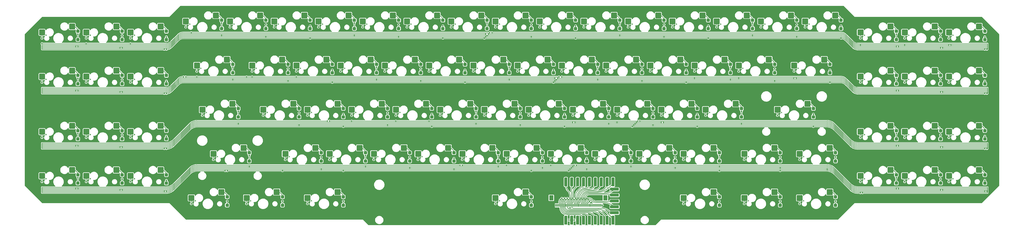
<source format=gbr>
%TF.GenerationSoftware,KiCad,Pcbnew,7.0.9*%
%TF.CreationDate,2023-12-30T16:17:41+00:00*%
%TF.ProjectId,keybird42,6b657962-6972-4643-9432-2e6b69636164,0.1*%
%TF.SameCoordinates,Original*%
%TF.FileFunction,Copper,L2,Bot*%
%TF.FilePolarity,Positive*%
%FSLAX46Y46*%
G04 Gerber Fmt 4.6, Leading zero omitted, Abs format (unit mm)*
G04 Created by KiCad (PCBNEW 7.0.9) date 2023-12-30 16:17:41*
%MOMM*%
%LPD*%
G01*
G04 APERTURE LIST*
G04 Aperture macros list*
%AMRoundRect*
0 Rectangle with rounded corners*
0 $1 Rounding radius*
0 $2 $3 $4 $5 $6 $7 $8 $9 X,Y pos of 4 corners*
0 Add a 4 corners polygon primitive as box body*
4,1,4,$2,$3,$4,$5,$6,$7,$8,$9,$2,$3,0*
0 Add four circle primitives for the rounded corners*
1,1,$1+$1,$2,$3*
1,1,$1+$1,$4,$5*
1,1,$1+$1,$6,$7*
1,1,$1+$1,$8,$9*
0 Add four rect primitives between the rounded corners*
20,1,$1+$1,$2,$3,$4,$5,0*
20,1,$1+$1,$4,$5,$6,$7,0*
20,1,$1+$1,$6,$7,$8,$9,0*
20,1,$1+$1,$8,$9,$2,$3,0*%
G04 Aperture macros list end*
%TA.AperFunction,SMDPad,CuDef*%
%ADD10RoundRect,0.250000X-1.025000X-1.000000X1.025000X-1.000000X1.025000X1.000000X-1.025000X1.000000X0*%
%TD*%
%TA.AperFunction,SMDPad,CuDef*%
%ADD11RoundRect,0.350000X0.350000X-0.350000X0.350000X0.350000X-0.350000X0.350000X-0.350000X-0.350000X0*%
%TD*%
%TA.AperFunction,SMDPad,CuDef*%
%ADD12RoundRect,0.254000X-0.381000X-1.651000X0.381000X-1.651000X0.381000X1.651000X-0.381000X1.651000X0*%
%TD*%
%TA.AperFunction,SMDPad,CuDef*%
%ADD13RoundRect,0.254000X1.651000X-0.381000X1.651000X0.381000X-1.651000X0.381000X-1.651000X-0.381000X0*%
%TD*%
%TA.AperFunction,SMDPad,CuDef*%
%ADD14RoundRect,0.254000X0.381000X1.651000X-0.381000X1.651000X-0.381000X-1.651000X0.381000X-1.651000X0*%
%TD*%
%TA.AperFunction,SMDPad,CuDef*%
%ADD15R,0.300000X1.300000*%
%TD*%
%TA.AperFunction,SMDPad,CuDef*%
%ADD16R,1.800000X2.200000*%
%TD*%
%TA.AperFunction,ViaPad*%
%ADD17C,0.635000*%
%TD*%
%TA.AperFunction,Conductor*%
%ADD18C,0.254000*%
%TD*%
G04 APERTURE END LIST*
D10*
%TO.P,SW112,1,1*%
%TO.N,/COL2*%
X88165000Y-26035000D03*
%TO.P,SW112,2,2*%
%TO.N,Net-(D112-A)*%
X101092000Y-23495000D03*
%TD*%
%TO.P,SW123,1,1*%
%TO.N,/COL3*%
X164365000Y-26035000D03*
%TO.P,SW123,2,2*%
%TO.N,Net-(D123-A)*%
X177292000Y-23495000D03*
%TD*%
%TO.P,SW312,1,1*%
%TO.N,/COL2*%
X95308750Y-64135000D03*
%TO.P,SW312,2,2*%
%TO.N,Net-(D312-A)*%
X108235750Y-61595000D03*
%TD*%
%TO.P,SW226,1,1*%
%TO.N,/COL6*%
X326290000Y-45085000D03*
%TO.P,SW226,2,2*%
%TO.N,Net-(D226-A)*%
X339217000Y-42545000D03*
%TD*%
%TO.P,SW325,1,1*%
%TO.N,/COL5*%
X273902500Y-64135000D03*
%TO.P,SW325,2,2*%
%TO.N,Net-(D325-A)*%
X286829500Y-61595000D03*
%TD*%
%TO.P,SW336,1,1*%
%TO.N,/COL6*%
X342959044Y-64135056D03*
%TO.P,SW336,2,2*%
%TO.N,Net-(D336-A)*%
X355886044Y-61595056D03*
%TD*%
%TO.P,SW222,1,1*%
%TO.N,/COL2*%
X116740000Y-45085000D03*
%TO.P,SW222,2,2*%
%TO.N,Net-(D222-A)*%
X129667000Y-42545000D03*
%TD*%
%TO.P,SW332,1,1*%
%TO.N,/COL2*%
X140552500Y-64135000D03*
%TO.P,SW332,2,2*%
%TO.N,Net-(D332-A)*%
X153479500Y-61595000D03*
%TD*%
%TO.P,SW132,1,1*%
%TO.N,/COL2*%
X126265000Y-26035000D03*
%TO.P,SW132,2,2*%
%TO.N,Net-(D132-A)*%
X139192000Y-23495000D03*
%TD*%
%TO.P,SW227,1,1*%
%TO.N,/COL7*%
X397727500Y-49847500D03*
%TO.P,SW227,2,2*%
%TO.N,Net-(D227-A)*%
X410654500Y-47307500D03*
%TD*%
%TO.P,SW411,1,1*%
%TO.N,/COL1*%
X26252500Y-92710000D03*
%TO.P,SW411,2,2*%
%TO.N,Net-(D411-A)*%
X39179500Y-90170000D03*
%TD*%
%TO.P,SW327,1,1*%
%TO.N,/COL7*%
X397727500Y-73660000D03*
%TO.P,SW327,2,2*%
%TO.N,Net-(D327-A)*%
X410654500Y-71120000D03*
%TD*%
%TO.P,SW113,1,1*%
%TO.N,/COL3*%
X145315000Y-26035000D03*
%TO.P,SW113,2,2*%
%TO.N,Net-(D113-A)*%
X158242000Y-23495000D03*
%TD*%
%TO.P,SW413,1,1*%
%TO.N,/COL3*%
X150077500Y-83185000D03*
%TO.P,SW413,2,2*%
%TO.N,Net-(D413-A)*%
X163004500Y-80645000D03*
%TD*%
%TO.P,SW136,1,1*%
%TO.N,/COL6*%
X354865304Y-26035024D03*
%TO.P,SW136,2,2*%
%TO.N,Net-(D136-A)*%
X367792304Y-23495024D03*
%TD*%
%TO.P,SW322,1,1*%
%TO.N,/COL2*%
X121502500Y-64135000D03*
%TO.P,SW322,2,2*%
%TO.N,Net-(D322-A)*%
X134429500Y-61595000D03*
%TD*%
%TO.P,SW134,1,1*%
%TO.N,/COL4*%
X240565208Y-26035024D03*
%TO.P,SW134,2,2*%
%TO.N,Net-(D134-A)*%
X253492208Y-23495024D03*
%TD*%
%TO.P,SW321,1,1*%
%TO.N,/COL1*%
X45302500Y-73660000D03*
%TO.P,SW321,2,2*%
%TO.N,Net-(D321-A)*%
X58229500Y-71120000D03*
%TD*%
%TO.P,SW433,1,1*%
%TO.N,/COL3*%
X188177500Y-83185000D03*
%TO.P,SW433,2,2*%
%TO.N,Net-(D433-A)*%
X201104500Y-80645000D03*
%TD*%
%TO.P,SW126,1,1*%
%TO.N,/COL6*%
X335815000Y-26035000D03*
%TO.P,SW126,2,2*%
%TO.N,Net-(D126-A)*%
X348742000Y-23495000D03*
%TD*%
%TO.P,SW503,1,1*%
%TO.N,/COL3*%
X140552500Y-102235000D03*
%TO.P,SW503,2,2*%
%TO.N,Net-(D503-A)*%
X153479500Y-99695000D03*
%TD*%
%TO.P,SW334,1,1*%
%TO.N,/COL4*%
X235802704Y-64135056D03*
%TO.P,SW334,2,2*%
%TO.N,Net-(D334-A)*%
X248729704Y-61595056D03*
%TD*%
%TO.P,SW223,1,1*%
%TO.N,/COL3*%
X173890000Y-45085000D03*
%TO.P,SW223,2,2*%
%TO.N,Net-(D223-A)*%
X186817000Y-42545000D03*
%TD*%
%TO.P,SW316,1,1*%
%TO.N,/COL6*%
X312002768Y-64135056D03*
%TO.P,SW316,2,2*%
%TO.N,Net-(D316-A)*%
X324929768Y-61595056D03*
%TD*%
%TO.P,SW311,1,1*%
%TO.N,/COL1*%
X26252500Y-73660000D03*
%TO.P,SW311,2,2*%
%TO.N,Net-(D311-A)*%
X39179500Y-71120000D03*
%TD*%
%TO.P,SW221,1,1*%
%TO.N,/COL1*%
X45302500Y-49847500D03*
%TO.P,SW221,2,2*%
%TO.N,Net-(D221-A)*%
X58229500Y-47307500D03*
%TD*%
%TO.P,SW114,1,1*%
%TO.N,/COL4*%
X202465000Y-26035000D03*
%TO.P,SW114,2,2*%
%TO.N,Net-(D114-A)*%
X215392000Y-23495000D03*
%TD*%
%TO.P,SW432,1,1*%
%TO.N,/COL2*%
X131027500Y-83185000D03*
%TO.P,SW432,2,2*%
%TO.N,Net-(D432-A)*%
X143954500Y-80645000D03*
%TD*%
%TO.P,SW502,1,1*%
%TO.N,/COL2*%
X114358750Y-102235000D03*
%TO.P,SW502,2,2*%
%TO.N,Net-(D502-A)*%
X127285750Y-99695000D03*
%TD*%
%TO.P,SW412,1,1*%
%TO.N,/COL2*%
X100071250Y-83185000D03*
%TO.P,SW412,2,2*%
%TO.N,Net-(D412-A)*%
X112998250Y-80645000D03*
%TD*%
%TO.P,SW216,1,1*%
%TO.N,/COL6*%
X307240264Y-45085040D03*
%TO.P,SW216,2,2*%
%TO.N,Net-(D216-A)*%
X320167264Y-42545040D03*
%TD*%
%TO.P,SW135,1,1*%
%TO.N,/COL5*%
X297715256Y-26035024D03*
%TO.P,SW135,2,2*%
%TO.N,Net-(D135-A)*%
X310642256Y-23495024D03*
%TD*%
%TO.P,SW314,1,1*%
%TO.N,/COL4*%
X197702500Y-64135000D03*
%TO.P,SW314,2,2*%
%TO.N,Net-(D314-A)*%
X210629500Y-61595000D03*
%TD*%
%TO.P,SW414,1,1*%
%TO.N,/COL4*%
X207227680Y-83185072D03*
%TO.P,SW414,2,2*%
%TO.N,Net-(D414-A)*%
X220154680Y-80645072D03*
%TD*%
%TO.P,SW504,1,1*%
%TO.N,/COL4*%
X221515000Y-102235000D03*
%TO.P,SW504,2,2*%
%TO.N,Net-(D504-A)*%
X234442000Y-99695000D03*
%TD*%
%TO.P,SW232,1,1*%
%TO.N,/COL2*%
X135790000Y-45085000D03*
%TO.P,SW232,2,2*%
%TO.N,Net-(D232-A)*%
X148717000Y-42545000D03*
%TD*%
%TO.P,SW424,1,1*%
%TO.N,/COL4*%
X226277712Y-83185000D03*
%TO.P,SW424,2,2*%
%TO.N,Net-(D424-A)*%
X239204712Y-80645000D03*
%TD*%
%TO.P,SW213,1,1*%
%TO.N,/COL3*%
X154840000Y-45085000D03*
%TO.P,SW213,2,2*%
%TO.N,Net-(D213-A)*%
X167767000Y-42545000D03*
%TD*%
%TO.P,SW337,1,1*%
%TO.N,/COL7*%
X416777856Y-73660064D03*
%TO.P,SW337,2,2*%
%TO.N,Net-(D337-A)*%
X429704856Y-71120064D03*
%TD*%
%TO.P,SW506,1,1*%
%TO.N,/COL6*%
X328671250Y-102235000D03*
%TO.P,SW506,2,2*%
%TO.N,Net-(D506-A)*%
X341598250Y-99695000D03*
%TD*%
%TO.P,SW236,1,1*%
%TO.N,/COL6*%
X350102800Y-45085040D03*
%TO.P,SW236,2,2*%
%TO.N,Net-(D236-A)*%
X363029800Y-42545040D03*
%TD*%
%TO.P,SW225,1,1*%
%TO.N,/COL5*%
X269140000Y-45085000D03*
%TO.P,SW225,2,2*%
%TO.N,Net-(D225-A)*%
X282067000Y-42545000D03*
%TD*%
%TO.P,SW423,1,1*%
%TO.N,/COL3*%
X169127500Y-83185000D03*
%TO.P,SW423,2,2*%
%TO.N,Net-(D423-A)*%
X182054500Y-80645000D03*
%TD*%
%TO.P,SW415,1,1*%
%TO.N,/COL5*%
X264377728Y-83185000D03*
%TO.P,SW415,2,2*%
%TO.N,Net-(D415-A)*%
X277304728Y-80645000D03*
%TD*%
%TO.P,SW133,1,1*%
%TO.N,/COL3*%
X183415000Y-26035000D03*
%TO.P,SW133,2,2*%
%TO.N,Net-(D133-A)*%
X196342000Y-23495000D03*
%TD*%
%TO.P,SW115,1,1*%
%TO.N,/COL5*%
X259615224Y-26035024D03*
%TO.P,SW115,2,2*%
%TO.N,Net-(D115-A)*%
X272542224Y-23495024D03*
%TD*%
%TO.P,SW501,1,1*%
%TO.N,/COL1*%
X90546250Y-102235000D03*
%TO.P,SW501,2,2*%
%TO.N,Net-(D501-A)*%
X103473250Y-99695000D03*
%TD*%
%TO.P,SW317,1,1*%
%TO.N,/COL7*%
X378677824Y-73660064D03*
%TO.P,SW317,2,2*%
%TO.N,Net-(D317-A)*%
X391604824Y-71120064D03*
%TD*%
%TO.P,SW335,1,1*%
%TO.N,/COL5*%
X292952752Y-64135056D03*
%TO.P,SW335,2,2*%
%TO.N,Net-(D335-A)*%
X305879752Y-61595056D03*
%TD*%
%TO.P,SW116,1,1*%
%TO.N,/COL6*%
X316765272Y-26035024D03*
%TO.P,SW116,2,2*%
%TO.N,Net-(D116-A)*%
X329692272Y-23495024D03*
%TD*%
%TO.P,SW507,1,1*%
%TO.N,/COL7*%
X352483750Y-102235000D03*
%TO.P,SW507,2,2*%
%TO.N,Net-(D507-A)*%
X365410750Y-99695000D03*
%TD*%
%TO.P,SW127,1,1*%
%TO.N,/COL7*%
X397727500Y-30797500D03*
%TO.P,SW127,2,2*%
%TO.N,Net-(D127-A)*%
X410654500Y-28257500D03*
%TD*%
%TO.P,SW231,1,1*%
%TO.N,/COL1*%
X64352500Y-49847500D03*
%TO.P,SW231,2,2*%
%TO.N,Net-(D231-A)*%
X77279500Y-47307500D03*
%TD*%
%TO.P,SW421,1,1*%
%TO.N,/COL1*%
X45302500Y-92710000D03*
%TO.P,SW421,2,2*%
%TO.N,Net-(D421-A)*%
X58229500Y-90170000D03*
%TD*%
%TO.P,SW214,1,1*%
%TO.N,/COL4*%
X211990000Y-45085000D03*
%TO.P,SW214,2,2*%
%TO.N,Net-(D214-A)*%
X224917000Y-42545000D03*
%TD*%
%TO.P,SW505,1,1*%
%TO.N,/COL5*%
X302477500Y-102235000D03*
%TO.P,SW505,2,2*%
%TO.N,Net-(D505-A)*%
X315404500Y-99695000D03*
%TD*%
%TO.P,SW417,1,1*%
%TO.N,/COL7*%
X378677824Y-92710000D03*
%TO.P,SW417,2,2*%
%TO.N,Net-(D417-A)*%
X391604824Y-90170000D03*
%TD*%
%TO.P,SW125,1,1*%
%TO.N,/COL5*%
X278665000Y-26035000D03*
%TO.P,SW125,2,2*%
%TO.N,Net-(D125-A)*%
X291592000Y-23495000D03*
%TD*%
%TO.P,SW437,1,1*%
%TO.N,/COL7*%
X416777856Y-92710080D03*
%TO.P,SW437,2,2*%
%TO.N,Net-(D437-A)*%
X429704856Y-90170080D03*
%TD*%
%TO.P,SW111,1,1*%
%TO.N,/COL1*%
X26252500Y-30797500D03*
%TO.P,SW111,2,2*%
%TO.N,Net-(D111-A)*%
X39179500Y-28257500D03*
%TD*%
%TO.P,SW217,1,1*%
%TO.N,/COL7*%
X378677824Y-49847500D03*
%TO.P,SW217,2,2*%
%TO.N,Net-(D217-A)*%
X391604824Y-47307500D03*
%TD*%
%TO.P,SW121,1,1*%
%TO.N,/COL1*%
X45302500Y-30797500D03*
%TO.P,SW121,2,2*%
%TO.N,Net-(D121-A)*%
X58229500Y-28257500D03*
%TD*%
%TO.P,SW416,1,1*%
%TO.N,/COL6*%
X302477760Y-83185000D03*
%TO.P,SW416,2,2*%
%TO.N,Net-(D416-A)*%
X315404760Y-80645000D03*
%TD*%
%TO.P,SW212,1,1*%
%TO.N,/COL2*%
X92927500Y-45085000D03*
%TO.P,SW212,2,2*%
%TO.N,Net-(D212-A)*%
X105854500Y-42545000D03*
%TD*%
%TO.P,SW234,1,1*%
%TO.N,/COL4*%
X231040000Y-45085000D03*
%TO.P,SW234,2,2*%
%TO.N,Net-(D234-A)*%
X243967000Y-42545000D03*
%TD*%
%TO.P,SW117,1,1*%
%TO.N,/COL7*%
X378677824Y-30797500D03*
%TO.P,SW117,2,2*%
%TO.N,Net-(D117-A)*%
X391604824Y-28257500D03*
%TD*%
%TO.P,SW137,1,1*%
%TO.N,/COL7*%
X416777856Y-30797528D03*
%TO.P,SW137,2,2*%
%TO.N,Net-(D137-A)*%
X429704856Y-28257528D03*
%TD*%
%TO.P,SW233,1,1*%
%TO.N,/COL3*%
X192940000Y-45085000D03*
%TO.P,SW233,2,2*%
%TO.N,Net-(D233-A)*%
X205867000Y-42545000D03*
%TD*%
%TO.P,SW211,1,1*%
%TO.N,/COL1*%
X26252500Y-49847500D03*
%TO.P,SW211,2,2*%
%TO.N,Net-(D211-A)*%
X39179500Y-47307500D03*
%TD*%
%TO.P,SW315,1,1*%
%TO.N,/COL5*%
X254852720Y-64135056D03*
%TO.P,SW315,2,2*%
%TO.N,Net-(D315-A)*%
X267779720Y-61595056D03*
%TD*%
%TO.P,SW425,1,1*%
%TO.N,/COL5*%
X283427500Y-83185000D03*
%TO.P,SW425,2,2*%
%TO.N,Net-(D425-A)*%
X296354500Y-80645000D03*
%TD*%
%TO.P,SW333,1,1*%
%TO.N,/COL3*%
X178652500Y-64135000D03*
%TO.P,SW333,2,2*%
%TO.N,Net-(D333-A)*%
X191579500Y-61595000D03*
%TD*%
%TO.P,SW235,1,1*%
%TO.N,/COL5*%
X288190248Y-45085040D03*
%TO.P,SW235,2,2*%
%TO.N,Net-(D235-A)*%
X301117248Y-42545040D03*
%TD*%
%TO.P,SW323,1,1*%
%TO.N,/COL3*%
X159602500Y-64135000D03*
%TO.P,SW323,2,2*%
%TO.N,Net-(D323-A)*%
X172529500Y-61595000D03*
%TD*%
%TO.P,SW122,1,1*%
%TO.N,/COL2*%
X107215000Y-26035000D03*
%TO.P,SW122,2,2*%
%TO.N,Net-(D122-A)*%
X120142000Y-23495000D03*
%TD*%
%TO.P,SW436,1,1*%
%TO.N,/COL6*%
X352484052Y-83185072D03*
%TO.P,SW436,2,2*%
%TO.N,Net-(D436-A)*%
X365411052Y-80645072D03*
%TD*%
%TO.P,SW427,1,1*%
%TO.N,/COL7*%
X397727500Y-92710000D03*
%TO.P,SW427,2,2*%
%TO.N,Net-(D427-A)*%
X410654500Y-90170000D03*
%TD*%
%TO.P,SW331,1,1*%
%TO.N,/COL1*%
X64352500Y-73660000D03*
%TO.P,SW331,2,2*%
%TO.N,Net-(D331-A)*%
X77279500Y-71120000D03*
%TD*%
%TO.P,SW237,1,1*%
%TO.N,/COL7*%
X416777856Y-49847544D03*
%TO.P,SW237,2,2*%
%TO.N,Net-(D237-A)*%
X429704856Y-47307544D03*
%TD*%
%TO.P,SW434,1,1*%
%TO.N,/COL4*%
X245327712Y-83185000D03*
%TO.P,SW434,2,2*%
%TO.N,Net-(D434-A)*%
X258254712Y-80645000D03*
%TD*%
%TO.P,SW426,1,1*%
%TO.N,/COL6*%
X328671250Y-83185000D03*
%TO.P,SW426,2,2*%
%TO.N,Net-(D426-A)*%
X341598250Y-80645000D03*
%TD*%
%TO.P,SW215,1,1*%
%TO.N,/COL5*%
X250090216Y-45085040D03*
%TO.P,SW215,2,2*%
%TO.N,Net-(D215-A)*%
X263017216Y-42545040D03*
%TD*%
%TO.P,SW431,1,1*%
%TO.N,/COL1*%
X64352500Y-92710000D03*
%TO.P,SW431,2,2*%
%TO.N,Net-(D431-A)*%
X77279500Y-90170000D03*
%TD*%
%TO.P,SW124,1,1*%
%TO.N,/COL4*%
X221515192Y-26035024D03*
%TO.P,SW124,2,2*%
%TO.N,Net-(D124-A)*%
X234442192Y-23495024D03*
%TD*%
%TO.P,SW131,1,1*%
%TO.N,/COL1*%
X64352500Y-30797500D03*
%TO.P,SW131,2,2*%
%TO.N,Net-(D131-A)*%
X77279500Y-28257500D03*
%TD*%
%TO.P,SW324,1,1*%
%TO.N,/COL4*%
X216752688Y-64135056D03*
%TO.P,SW324,2,2*%
%TO.N,Net-(D324-A)*%
X229679688Y-61595056D03*
%TD*%
D11*
%TO.P,D324,1,K*%
%TO.N,/ROW32*%
X232172070Y-67284430D03*
%TO.P,D324,2,A*%
%TO.N,Net-(D324-A)*%
X232172070Y-63684430D03*
%TD*%
%TO.P,D504,1,K*%
%TO.N,/ROW50*%
X236934375Y-105384375D03*
%TO.P,D504,2,A*%
%TO.N,Net-(D504-A)*%
X236934375Y-101784375D03*
%TD*%
%TO.P,D134,1,K*%
%TO.N,/ROW13*%
X255984279Y-29184375D03*
%TO.P,D134,2,A*%
%TO.N,Net-(D134-A)*%
X255984279Y-25584375D03*
%TD*%
%TO.P,D215,1,K*%
%TO.N,/ROW21*%
X265509291Y-48234375D03*
%TO.P,D215,2,A*%
%TO.N,Net-(D215-A)*%
X265509291Y-44634375D03*
%TD*%
%TO.P,D427,1,K*%
%TO.N,/ROW42*%
X413146503Y-95859347D03*
%TO.P,D427,2,A*%
%TO.N,Net-(D427-A)*%
X413146503Y-92259347D03*
%TD*%
%TO.P,D335,1,K*%
%TO.N,/ROW33*%
X308372134Y-67284430D03*
%TO.P,D335,2,A*%
%TO.N,Net-(D335-A)*%
X308372134Y-63684430D03*
%TD*%
%TO.P,D424,1,K*%
%TO.N,/ROW42*%
X241696845Y-86334347D03*
%TO.P,D424,2,A*%
%TO.N,Net-(D424-A)*%
X241696845Y-82734347D03*
%TD*%
%TO.P,D412,1,K*%
%TO.N,/ROW41*%
X115490383Y-86334347D03*
%TO.P,D412,2,A*%
%TO.N,Net-(D412-A)*%
X115490383Y-82734347D03*
%TD*%
%TO.P,D507,1,K*%
%TO.N,/ROW50*%
X367903125Y-105384375D03*
%TO.P,D507,2,A*%
%TO.N,Net-(D507-A)*%
X367903125Y-101784375D03*
%TD*%
%TO.P,D414,1,K*%
%TO.N,/ROW41*%
X222647062Y-86334446D03*
%TO.P,D414,2,A*%
%TO.N,Net-(D414-A)*%
X222647062Y-82734446D03*
%TD*%
%TO.P,D317,1,K*%
%TO.N,/ROW31*%
X394096843Y-76809411D03*
%TO.P,D317,2,A*%
%TO.N,Net-(D317-A)*%
X394096843Y-73209411D03*
%TD*%
%TO.P,D237,1,K*%
%TO.N,/ROW23*%
X432196875Y-52996891D03*
%TO.P,D237,2,A*%
%TO.N,Net-(D237-A)*%
X432196875Y-49396891D03*
%TD*%
%TO.P,D436,1,K*%
%TO.N,/ROW43*%
X367903434Y-86334446D03*
%TO.P,D436,2,A*%
%TO.N,Net-(D436-A)*%
X367903434Y-82734446D03*
%TD*%
%TO.P,D421,1,K*%
%TO.N,/ROW42*%
X60721875Y-95859411D03*
%TO.P,D421,2,A*%
%TO.N,Net-(D421-A)*%
X60721875Y-92259411D03*
%TD*%
%TO.P,D503,1,K*%
%TO.N,/ROW50*%
X155971875Y-105384375D03*
%TO.P,D503,2,A*%
%TO.N,Net-(D503-A)*%
X155971875Y-101784375D03*
%TD*%
%TO.P,D124,1,K*%
%TO.N,/ROW12*%
X236934263Y-29184375D03*
%TO.P,D124,2,A*%
%TO.N,Net-(D124-A)*%
X236934263Y-25584375D03*
%TD*%
%TO.P,D115,1,K*%
%TO.N,/ROW11*%
X275034295Y-29184375D03*
%TO.P,D115,2,A*%
%TO.N,Net-(D115-A)*%
X275034295Y-25584375D03*
%TD*%
%TO.P,D336,1,K*%
%TO.N,/ROW33*%
X358378426Y-67284430D03*
%TO.P,D336,2,A*%
%TO.N,Net-(D336-A)*%
X358378426Y-63684430D03*
%TD*%
%TO.P,D123,1,K*%
%TO.N,/ROW12*%
X179784071Y-29184351D03*
%TO.P,D123,2,A*%
%TO.N,Net-(D123-A)*%
X179784071Y-25584351D03*
%TD*%
%TO.P,D226,1,K*%
%TO.N,/ROW22*%
X341709075Y-48234335D03*
%TO.P,D226,2,A*%
%TO.N,Net-(D226-A)*%
X341709075Y-44634335D03*
%TD*%
%TO.P,D235,1,K*%
%TO.N,/ROW23*%
X303609323Y-48234375D03*
%TO.P,D235,2,A*%
%TO.N,Net-(D235-A)*%
X303609323Y-44634375D03*
%TD*%
%TO.P,D505,1,K*%
%TO.N,/ROW50*%
X317896875Y-105384375D03*
%TO.P,D505,2,A*%
%TO.N,Net-(D505-A)*%
X317896875Y-101784375D03*
%TD*%
%TO.P,D325,1,K*%
%TO.N,/ROW32*%
X289321875Y-67284375D03*
%TO.P,D325,2,A*%
%TO.N,Net-(D325-A)*%
X289321875Y-63684375D03*
%TD*%
%TO.P,D425,1,K*%
%TO.N,/ROW42*%
X298846633Y-86334347D03*
%TO.P,D425,2,A*%
%TO.N,Net-(D425-A)*%
X298846633Y-82734347D03*
%TD*%
%TO.P,D323,1,K*%
%TO.N,/ROW32*%
X175021875Y-67284375D03*
%TO.P,D323,2,A*%
%TO.N,Net-(D323-A)*%
X175021875Y-63684375D03*
%TD*%
%TO.P,D314,1,K*%
%TO.N,/ROW31*%
X213121875Y-67284375D03*
%TO.P,D314,2,A*%
%TO.N,Net-(D314-A)*%
X213121875Y-63684375D03*
%TD*%
%TO.P,D331,1,K*%
%TO.N,/ROW33*%
X79771875Y-76809411D03*
%TO.P,D331,2,A*%
%TO.N,Net-(D331-A)*%
X79771875Y-73209411D03*
%TD*%
%TO.P,D334,1,K*%
%TO.N,/ROW33*%
X251222079Y-67284431D03*
%TO.P,D334,2,A*%
%TO.N,Net-(D334-A)*%
X251222079Y-63684431D03*
%TD*%
%TO.P,D337,1,K*%
%TO.N,/ROW33*%
X432197238Y-76809438D03*
%TO.P,D337,2,A*%
%TO.N,Net-(D337-A)*%
X432197238Y-73209438D03*
%TD*%
%TO.P,D126,1,K*%
%TO.N,/ROW12*%
X351234071Y-29184351D03*
%TO.P,D126,2,A*%
%TO.N,Net-(D126-A)*%
X351234071Y-25584351D03*
%TD*%
%TO.P,D333,1,K*%
%TO.N,/ROW33*%
X194071875Y-67284375D03*
%TO.P,D333,2,A*%
%TO.N,Net-(D333-A)*%
X194071875Y-63684375D03*
%TD*%
%TO.P,D411,1,K*%
%TO.N,/ROW41*%
X41671875Y-95859411D03*
%TO.P,D411,2,A*%
%TO.N,Net-(D411-A)*%
X41671875Y-92259411D03*
%TD*%
%TO.P,D214,1,K*%
%TO.N,/ROW21*%
X227409075Y-48234335D03*
%TO.P,D214,2,A*%
%TO.N,Net-(D214-A)*%
X227409075Y-44634335D03*
%TD*%
%TO.P,D221,1,K*%
%TO.N,/ROW22*%
X60721875Y-52996875D03*
%TO.P,D221,2,A*%
%TO.N,Net-(D221-A)*%
X60721875Y-49396875D03*
%TD*%
%TO.P,D432,1,K*%
%TO.N,/ROW43*%
X146446633Y-86334347D03*
%TO.P,D432,2,A*%
%TO.N,Net-(D432-A)*%
X146446633Y-82734347D03*
%TD*%
%TO.P,D415,1,K*%
%TO.N,/ROW41*%
X279796861Y-86334347D03*
%TO.P,D415,2,A*%
%TO.N,Net-(D415-A)*%
X279796861Y-82734347D03*
%TD*%
%TO.P,D212,1,K*%
%TO.N,/ROW21*%
X108346575Y-48234335D03*
%TO.P,D212,2,A*%
%TO.N,Net-(D212-A)*%
X108346575Y-44634335D03*
%TD*%
%TO.P,D135,1,K*%
%TO.N,/ROW13*%
X313134327Y-29184375D03*
%TO.P,D135,2,A*%
%TO.N,Net-(D135-A)*%
X313134327Y-25584375D03*
%TD*%
%TO.P,D416,1,K*%
%TO.N,/ROW41*%
X317896893Y-86334347D03*
%TO.P,D416,2,A*%
%TO.N,Net-(D416-A)*%
X317896893Y-82734347D03*
%TD*%
%TO.P,D233,1,K*%
%TO.N,/ROW23*%
X208359075Y-48234335D03*
%TO.P,D233,2,A*%
%TO.N,Net-(D233-A)*%
X208359075Y-44634335D03*
%TD*%
%TO.P,D321,1,K*%
%TO.N,/ROW32*%
X60721875Y-76809411D03*
%TO.P,D321,2,A*%
%TO.N,Net-(D321-A)*%
X60721875Y-73209411D03*
%TD*%
%TO.P,D332,1,K*%
%TO.N,/ROW33*%
X155971875Y-67284375D03*
%TO.P,D332,2,A*%
%TO.N,Net-(D332-A)*%
X155971875Y-63684375D03*
%TD*%
%TO.P,D216,1,K*%
%TO.N,/ROW21*%
X322659339Y-48234375D03*
%TO.P,D216,2,A*%
%TO.N,Net-(D216-A)*%
X322659339Y-44634375D03*
%TD*%
%TO.P,D133,1,K*%
%TO.N,/ROW13*%
X198834071Y-29184351D03*
%TO.P,D133,2,A*%
%TO.N,Net-(D133-A)*%
X198834071Y-25584351D03*
%TD*%
%TO.P,D136,1,K*%
%TO.N,/ROW13*%
X370284375Y-29184375D03*
%TO.P,D136,2,A*%
%TO.N,Net-(D136-A)*%
X370284375Y-25584375D03*
%TD*%
%TO.P,D312,1,K*%
%TO.N,/ROW31*%
X110728125Y-67284375D03*
%TO.P,D312,2,A*%
%TO.N,Net-(D312-A)*%
X110728125Y-63684375D03*
%TD*%
%TO.P,D431,1,K*%
%TO.N,/ROW43*%
X79771875Y-95859411D03*
%TO.P,D431,2,A*%
%TO.N,Net-(D431-A)*%
X79771875Y-92259411D03*
%TD*%
%TO.P,D213,1,K*%
%TO.N,/ROW21*%
X170259075Y-48234335D03*
%TO.P,D213,2,A*%
%TO.N,Net-(D213-A)*%
X170259075Y-44634335D03*
%TD*%
%TO.P,D234,1,K*%
%TO.N,/ROW23*%
X246459075Y-48234335D03*
%TO.P,D234,2,A*%
%TO.N,Net-(D234-A)*%
X246459075Y-44634335D03*
%TD*%
%TO.P,D231,1,K*%
%TO.N,/ROW23*%
X79771875Y-52996875D03*
%TO.P,D231,2,A*%
%TO.N,Net-(D231-A)*%
X79771875Y-49396875D03*
%TD*%
%TO.P,D227,1,K*%
%TO.N,/ROW22*%
X413146519Y-52996847D03*
%TO.P,D227,2,A*%
%TO.N,Net-(D227-A)*%
X413146519Y-49396847D03*
%TD*%
%TO.P,D423,1,K*%
%TO.N,/ROW42*%
X184546633Y-86334347D03*
%TO.P,D423,2,A*%
%TO.N,Net-(D423-A)*%
X184546633Y-82734347D03*
%TD*%
%TO.P,D127,1,K*%
%TO.N,/ROW12*%
X413146519Y-33946847D03*
%TO.P,D127,2,A*%
%TO.N,Net-(D127-A)*%
X413146519Y-30346847D03*
%TD*%
%TO.P,D225,1,K*%
%TO.N,/ROW22*%
X284559075Y-48234335D03*
%TO.P,D225,2,A*%
%TO.N,Net-(D225-A)*%
X284559075Y-44634335D03*
%TD*%
%TO.P,D502,1,K*%
%TO.N,/ROW50*%
X129778125Y-105384375D03*
%TO.P,D502,2,A*%
%TO.N,Net-(D502-A)*%
X129778125Y-101784375D03*
%TD*%
%TO.P,D311,1,K*%
%TO.N,/ROW31*%
X41671875Y-76809411D03*
%TO.P,D311,2,A*%
%TO.N,Net-(D311-A)*%
X41671875Y-73209411D03*
%TD*%
%TO.P,D121,1,K*%
%TO.N,/ROW12*%
X60721875Y-33946875D03*
%TO.P,D121,2,A*%
%TO.N,Net-(D121-A)*%
X60721875Y-30346875D03*
%TD*%
%TO.P,D117,1,K*%
%TO.N,/ROW11*%
X394096843Y-33946847D03*
%TO.P,D117,2,A*%
%TO.N,Net-(D117-A)*%
X394096843Y-30346847D03*
%TD*%
%TO.P,D232,1,K*%
%TO.N,/ROW23*%
X151209075Y-48234335D03*
%TO.P,D232,2,A*%
%TO.N,Net-(D232-A)*%
X151209075Y-44634335D03*
%TD*%
%TO.P,D217,1,K*%
%TO.N,/ROW21*%
X394096843Y-52996847D03*
%TO.P,D217,2,A*%
%TO.N,Net-(D217-A)*%
X394096843Y-49396847D03*
%TD*%
%TO.P,D211,1,K*%
%TO.N,/ROW21*%
X41671910Y-52996918D03*
%TO.P,D211,2,A*%
%TO.N,Net-(D211-A)*%
X41671910Y-49396918D03*
%TD*%
%TO.P,D113,1,K*%
%TO.N,/ROW11*%
X160734071Y-29184351D03*
%TO.P,D113,2,A*%
%TO.N,Net-(D113-A)*%
X160734071Y-25584351D03*
%TD*%
%TO.P,D223,1,K*%
%TO.N,/ROW22*%
X189309075Y-48234335D03*
%TO.P,D223,2,A*%
%TO.N,Net-(D223-A)*%
X189309075Y-44634335D03*
%TD*%
%TO.P,D426,1,K*%
%TO.N,/ROW42*%
X344090383Y-86334347D03*
%TO.P,D426,2,A*%
%TO.N,Net-(D426-A)*%
X344090383Y-82734347D03*
%TD*%
%TO.P,D434,1,K*%
%TO.N,/ROW43*%
X260746845Y-86334347D03*
%TO.P,D434,2,A*%
%TO.N,Net-(D434-A)*%
X260746845Y-82734347D03*
%TD*%
%TO.P,D437,1,K*%
%TO.N,/ROW43*%
X432197238Y-95859454D03*
%TO.P,D437,2,A*%
%TO.N,Net-(D437-A)*%
X432197238Y-92259454D03*
%TD*%
%TO.P,D506,1,K*%
%TO.N,/ROW50*%
X344090625Y-105384375D03*
%TO.P,D506,2,A*%
%TO.N,Net-(D506-A)*%
X344090625Y-101784375D03*
%TD*%
%TO.P,D236,1,K*%
%TO.N,/ROW23*%
X365521875Y-48234375D03*
%TO.P,D236,2,A*%
%TO.N,Net-(D236-A)*%
X365521875Y-44634375D03*
%TD*%
%TO.P,D111,1,K*%
%TO.N,/ROW11*%
X41671875Y-33946875D03*
%TO.P,D111,2,A*%
%TO.N,Net-(D111-A)*%
X41671875Y-30346875D03*
%TD*%
%TO.P,D112,1,K*%
%TO.N,/ROW11*%
X103584071Y-29184351D03*
%TO.P,D112,2,A*%
%TO.N,Net-(D112-A)*%
X103584071Y-25584351D03*
%TD*%
%TO.P,D132,1,K*%
%TO.N,/ROW13*%
X141684071Y-29184351D03*
%TO.P,D132,2,A*%
%TO.N,Net-(D132-A)*%
X141684071Y-25584351D03*
%TD*%
%TO.P,D316,1,K*%
%TO.N,/ROW31*%
X327422143Y-67284431D03*
%TO.P,D316,2,A*%
%TO.N,Net-(D316-A)*%
X327422143Y-63684431D03*
%TD*%
%TO.P,D131,1,K*%
%TO.N,/ROW13*%
X79771875Y-33946875D03*
%TO.P,D131,2,A*%
%TO.N,Net-(D131-A)*%
X79771875Y-30346875D03*
%TD*%
%TO.P,D433,1,K*%
%TO.N,/ROW43*%
X203596633Y-86334347D03*
%TO.P,D433,2,A*%
%TO.N,Net-(D433-A)*%
X203596633Y-82734347D03*
%TD*%
%TO.P,D501,1,K*%
%TO.N,/ROW50*%
X105965625Y-105384375D03*
%TO.P,D501,2,A*%
%TO.N,Net-(D501-A)*%
X105965625Y-101784375D03*
%TD*%
%TO.P,D137,1,K*%
%TO.N,/ROW13*%
X432196875Y-33946875D03*
%TO.P,D137,2,A*%
%TO.N,Net-(D137-A)*%
X432196875Y-30346875D03*
%TD*%
%TO.P,D322,1,K*%
%TO.N,/ROW32*%
X136921875Y-67284375D03*
%TO.P,D322,2,A*%
%TO.N,Net-(D322-A)*%
X136921875Y-63684375D03*
%TD*%
%TO.P,D116,1,K*%
%TO.N,/ROW11*%
X332184343Y-29184375D03*
%TO.P,D116,2,A*%
%TO.N,Net-(D116-A)*%
X332184343Y-25584375D03*
%TD*%
%TO.P,D125,1,K*%
%TO.N,/ROW12*%
X294084071Y-29184351D03*
%TO.P,D125,2,A*%
%TO.N,Net-(D125-A)*%
X294084071Y-25584351D03*
%TD*%
%TO.P,D222,1,K*%
%TO.N,/ROW22*%
X132159075Y-48234335D03*
%TO.P,D222,2,A*%
%TO.N,Net-(D222-A)*%
X132159075Y-44634335D03*
%TD*%
%TO.P,D417,1,K*%
%TO.N,/ROW41*%
X394096487Y-95859347D03*
%TO.P,D417,2,A*%
%TO.N,Net-(D417-A)*%
X394096487Y-92259347D03*
%TD*%
%TO.P,D327,1,K*%
%TO.N,/ROW32*%
X413146519Y-76809347D03*
%TO.P,D327,2,A*%
%TO.N,Net-(D327-A)*%
X413146519Y-73209347D03*
%TD*%
%TO.P,D315,1,K*%
%TO.N,/ROW31*%
X270272095Y-67284431D03*
%TO.P,D315,2,A*%
%TO.N,Net-(D315-A)*%
X270272095Y-63684431D03*
%TD*%
%TO.P,D122,1,K*%
%TO.N,/ROW12*%
X122634071Y-29184351D03*
%TO.P,D122,2,A*%
%TO.N,Net-(D122-A)*%
X122634071Y-25584351D03*
%TD*%
%TO.P,D413,1,K*%
%TO.N,/ROW41*%
X165496633Y-86334347D03*
%TO.P,D413,2,A*%
%TO.N,Net-(D413-A)*%
X165496633Y-82734347D03*
%TD*%
D12*
%TO.P,U1,0,GPIO0*%
%TO.N,/ROW43*%
X251777500Y-95329462D03*
%TO.P,U1,1,GPIO1*%
%TO.N,/ROW42*%
X254317500Y-95329462D03*
%TO.P,U1,2,GPIO2*%
%TO.N,/ROW41*%
X256857500Y-95329462D03*
%TO.P,U1,3,GPIO3*%
%TO.N,/ROW23*%
X259397500Y-95329462D03*
%TO.P,U1,4,GPIO4*%
%TO.N,/ROW22*%
X261937500Y-95329462D03*
%TO.P,U1,5,GPIO5*%
%TO.N,/ROW21*%
X264477500Y-95329462D03*
%TO.P,U1,6,GPIO6*%
%TO.N,/COL6*%
X267017500Y-95329462D03*
%TO.P,U1,7,GPIO7*%
%TO.N,/COL2*%
X269557500Y-95329462D03*
%TO.P,U1,8,GPIO8*%
%TO.N,/ROW33*%
X272097500Y-95329462D03*
D13*
%TO.P,U1,9,GPIO9*%
%TO.N,/ROW32*%
X272732500Y-98504462D03*
%TO.P,U1,10,GPIO10*%
%TO.N,/ROW31*%
X272732500Y-101044462D03*
%TO.P,U1,11,GPIO11*%
%TO.N,/COL5*%
X272732500Y-103584462D03*
%TO.P,U1,12,GPIO12*%
%TO.N,/COL3*%
X272732500Y-106124462D03*
%TO.P,U1,13,GPIO13*%
%TO.N,/COL4*%
X272732500Y-108664462D03*
D14*
%TO.P,U1,14,GPIO14*%
%TO.N,/ROW50*%
X272097500Y-111839462D03*
%TO.P,U1,15,GPIO15*%
%TO.N,/COL1*%
X269557500Y-111839462D03*
%TO.P,U1,16,GPIO26*%
%TO.N,/COL7*%
X267017500Y-111839462D03*
%TO.P,U1,17,GPIO27*%
%TO.N,/ROW11*%
X264477500Y-111839462D03*
%TO.P,U1,18,GPIO28*%
%TO.N,/ROW12*%
X261937500Y-111839462D03*
%TO.P,U1,19,GPIO29*%
%TO.N,/ROW13*%
X259397500Y-111839462D03*
%TO.P,U1,20,3v3*%
%TO.N,unconnected-(U1-3v3-Pad20)*%
X256857500Y-111839462D03*
%TO.P,U1,21,GND*%
%TO.N,GND*%
X254317500Y-111839462D03*
%TO.P,U1,22,5v*%
%TO.N,unconnected-(U1-5v-Pad22)*%
X251777500Y-111839462D03*
%TD*%
D11*
%TO.P,D114,1,K*%
%TO.N,/ROW11*%
X217884071Y-29184351D03*
%TO.P,D114,2,A*%
%TO.N,Net-(D114-A)*%
X217884071Y-25584351D03*
%TD*%
D15*
%TO.P,J1,1,VBUS*%
%TO.N,unconnected-(J1-VBUS-Pad1)*%
X247424784Y-105434462D03*
%TO.P,J1,2,3v3*%
%TO.N,unconnected-(J1-3v3-Pad2)*%
X247924784Y-105434462D03*
%TO.P,J1,3,RUN*%
%TO.N,unconnected-(J1-RUN-Pad3)*%
X248424784Y-105434462D03*
%TO.P,J1,4,GND*%
%TO.N,GND*%
X248924784Y-105434462D03*
%TO.P,J1,5,GPIO0*%
%TO.N,/ROW13*%
X249424784Y-105434462D03*
%TO.P,J1,6,GPIO1*%
%TO.N,/ROW12*%
X249924784Y-105434462D03*
%TO.P,J1,7,GPIO2*%
%TO.N,/ROW11*%
X250424784Y-105434462D03*
%TO.P,J1,8,GPIO3*%
%TO.N,/COL7*%
X250924784Y-105434462D03*
%TO.P,J1,9,GPIO4*%
%TO.N,/COL1*%
X251424784Y-105434462D03*
%TO.P,J1,10,GND*%
%TO.N,unconnected-(J1-GND-Pad10)*%
X251924784Y-105434462D03*
%TO.P,J1,11,GPIO5*%
%TO.N,/ROW50*%
X252424784Y-105434462D03*
%TO.P,J1,12,GPIO6*%
%TO.N,/ROW43*%
X252924784Y-105434462D03*
%TO.P,J1,13,GPIO7*%
%TO.N,/ROW42*%
X253424784Y-105434462D03*
%TO.P,J1,14,GPIO8*%
%TO.N,/ROW41*%
X253924784Y-105434462D03*
%TO.P,J1,15,GPIO9*%
%TO.N,/COL4*%
X254424784Y-105434462D03*
%TO.P,J1,16,GND*%
%TO.N,unconnected-(J1-GND-Pad16)*%
X254924784Y-105434462D03*
%TO.P,J1,17,GPIO10*%
%TO.N,/ROW23*%
X255424784Y-105434462D03*
%TO.P,J1,18,GPIO11*%
%TO.N,/ROW22*%
X255924784Y-105434462D03*
%TO.P,J1,19,GPIO12*%
%TO.N,/ROW21*%
X256424784Y-105434462D03*
%TO.P,J1,20,GPIO13*%
%TO.N,/COL6*%
X256924784Y-105434462D03*
%TO.P,J1,21,GPIO14*%
%TO.N,/COL2*%
X257424784Y-105434462D03*
%TO.P,J1,22,GND*%
%TO.N,unconnected-(J1-GND-Pad22)*%
X257924784Y-105434462D03*
%TO.P,J1,23,GPIO15*%
%TO.N,/ROW33*%
X258424784Y-105434462D03*
%TO.P,J1,24,GPIO16*%
%TO.N,/ROW32*%
X258924784Y-105434462D03*
%TO.P,J1,25,GPIO17*%
%TO.N,/ROW31*%
X259424784Y-105434462D03*
%TO.P,J1,26,GPIO18*%
%TO.N,/COL5*%
X259924784Y-105434462D03*
%TO.P,J1,27,GPIO19*%
%TO.N,/COL3*%
X260424784Y-105434462D03*
%TO.P,J1,28,GND*%
%TO.N,GND*%
X260924784Y-105434462D03*
%TO.P,J1,29,GPIO20*%
%TO.N,unconnected-(J1-GPIO20-Pad29)*%
X261424784Y-105434462D03*
%TO.P,J1,30,GPIO21*%
%TO.N,unconnected-(J1-GPIO21-Pad30)*%
X261924784Y-105434462D03*
%TO.P,J1,31,GPIO22*%
%TO.N,unconnected-(J1-GPIO22-Pad31)*%
X262424784Y-105434462D03*
%TO.P,J1,32,GPIO23*%
%TO.N,unconnected-(J1-GPIO23-Pad32)*%
X262924784Y-105434462D03*
%TO.P,J1,33,GPIO24*%
%TO.N,unconnected-(J1-GPIO24-Pad33)*%
X263424784Y-105434462D03*
%TO.P,J1,34,GND*%
%TO.N,unconnected-(J1-GND-Pad34)*%
X263924784Y-105434462D03*
%TO.P,J1,35,GPIO25*%
%TO.N,unconnected-(J1-GPIO25-Pad35)*%
X264424784Y-105434462D03*
%TO.P,J1,36,GPIO26*%
%TO.N,unconnected-(J1-GPIO26-Pad36)*%
X264924784Y-105434462D03*
%TO.P,J1,37,GPIO27*%
%TO.N,unconnected-(J1-GPIO27-Pad37)*%
X265424784Y-105434462D03*
%TO.P,J1,38,GPIO28*%
%TO.N,unconnected-(J1-GPIO28-Pad38)*%
X265924784Y-105434462D03*
%TO.P,J1,39,GPIO29*%
%TO.N,unconnected-(J1-GPIO29-Pad39)*%
X266424784Y-105434462D03*
%TO.P,J1,40,GND*%
%TO.N,GND*%
X266924784Y-105434462D03*
D16*
%TO.P,J1,MP*%
%TO.N,N/C*%
X245524784Y-102184462D03*
X268824784Y-102184462D03*
%TD*%
D17*
%TO.N,/ROW11*%
X41671910Y-36909406D03*
X332184654Y-26789085D03*
X275034606Y-32146902D03*
X332184654Y-32146902D03*
X394097206Y-36909406D03*
X103584462Y-32146902D03*
X217884558Y-32146902D03*
X251222096Y-102393664D03*
X103584462Y-26789085D03*
X160734510Y-26789085D03*
X160734510Y-32146902D03*
X41671910Y-31551589D03*
X394097206Y-31551589D03*
X217884558Y-26789085D03*
X275034606Y-26789085D03*
%TO.N,/ROW12*%
X351234670Y-32742215D03*
X122634478Y-32742215D03*
X294084622Y-27384398D03*
X217289245Y-32742215D03*
X413147222Y-32146902D03*
X60721926Y-32146902D03*
X236934574Y-32742215D03*
X413147222Y-37504719D03*
X179784526Y-32742215D03*
X179784526Y-27384398D03*
X294084622Y-32742215D03*
X236934574Y-27384398D03*
X351234670Y-27384398D03*
X60721926Y-37504719D03*
X122634478Y-27384398D03*
X250626784Y-102988976D03*
%TO.N,/ROW13*%
X79771942Y-38100032D03*
X141684494Y-27979711D03*
X432197238Y-32742215D03*
X198834542Y-33337528D03*
X141684494Y-33337528D03*
X313134638Y-27979711D03*
X370284686Y-33337528D03*
X255984590Y-27979711D03*
X250031040Y-102393664D03*
X79771942Y-32742215D03*
X432197238Y-38100032D03*
X370284686Y-27979711D03*
X255984590Y-33337528D03*
X198834542Y-27979711D03*
X313134638Y-33337528D03*
X216693932Y-33337528D03*
%TO.N,/ROW21*%
X227409566Y-45839101D03*
X265509598Y-45839101D03*
X170259518Y-51196918D03*
X265509598Y-51196918D03*
X227409566Y-51196918D03*
X108346966Y-45839101D03*
X257175216Y-102393664D03*
X41671910Y-50601605D03*
X394097206Y-50601605D03*
X108346966Y-51196918D03*
X322659646Y-45839101D03*
X247650208Y-51196918D03*
X41671910Y-55959422D03*
X394097206Y-55959422D03*
X170259518Y-45839101D03*
X322659646Y-51196918D03*
%TO.N,/ROW22*%
X413147222Y-51196918D03*
X189309534Y-46434414D03*
X284559614Y-51792231D03*
X341709662Y-46434414D03*
X60721926Y-56554735D03*
X247054895Y-51792231D03*
X132159486Y-51792231D03*
X341709662Y-51792231D03*
X413147222Y-56554735D03*
X132159486Y-46434414D03*
X256579904Y-102988976D03*
X189309534Y-51792231D03*
X284559614Y-46434414D03*
X60721926Y-51196918D03*
%TO.N,/ROW23*%
X208359550Y-52387544D03*
X303609630Y-47029727D03*
X432197238Y-57150048D03*
X303609630Y-52387544D03*
X365522182Y-47029727D03*
X246459582Y-47029727D03*
X365522182Y-52387544D03*
X208359550Y-47029727D03*
X151209502Y-52387544D03*
X79771942Y-57150048D03*
X246459582Y-52387544D03*
X151209502Y-47029727D03*
X79771875Y-51792231D03*
X255984592Y-102393664D03*
X432197238Y-51792231D03*
%TO.N,/ROW31*%
X270272102Y-70246934D03*
X110728218Y-64889117D03*
X213122054Y-70246934D03*
X41671910Y-79771942D03*
X270272102Y-64889117D03*
X394097206Y-79771942D03*
X281583049Y-70246934D03*
X394097206Y-74414125D03*
X260151776Y-102988976D03*
X41671910Y-74414125D03*
X327422150Y-64889117D03*
X327422150Y-70246934D03*
X110728218Y-70246934D03*
X213122054Y-64889117D03*
%TO.N,/ROW32*%
X413147222Y-80367255D03*
X136921990Y-65484430D03*
X60721926Y-75009438D03*
X280987736Y-70842247D03*
X232172070Y-65484430D03*
X289322118Y-70842247D03*
X259556032Y-102393664D03*
X60721926Y-80367255D03*
X175022022Y-65484430D03*
X136921990Y-70842247D03*
X289322118Y-65484430D03*
X413147222Y-75009438D03*
X232172070Y-70842247D03*
X175022022Y-70842247D03*
%TO.N,/ROW33*%
X251222086Y-71437560D03*
X155972006Y-71437560D03*
X155972006Y-66079743D03*
X258961152Y-102988976D03*
X308372134Y-71437560D03*
X194072038Y-71437560D03*
X432197238Y-80962568D03*
X432197238Y-75604751D03*
X79771942Y-75604751D03*
X280392423Y-71437560D03*
X358378426Y-66079743D03*
X79771942Y-80962568D03*
X251222086Y-66079743D03*
X358378426Y-71437560D03*
X308372134Y-66079743D03*
X194072038Y-66079743D03*
%TO.N,/ROW41*%
X279797110Y-83939133D03*
X41671910Y-98226645D03*
X41671910Y-93464141D03*
X222647062Y-83939133D03*
X317897142Y-83939133D03*
X165497014Y-88701637D03*
X115490722Y-83939133D03*
X254793536Y-102393664D03*
X254793536Y-88701637D03*
X394097206Y-93464141D03*
X317897142Y-88701637D03*
X279797110Y-88701637D03*
X394097206Y-98226645D03*
X165497014Y-83939133D03*
X115490722Y-88701637D03*
X222647062Y-88701637D03*
%TO.N,/ROW42*%
X241697078Y-89296950D03*
X413147222Y-94059454D03*
X413147222Y-98821958D03*
X254198224Y-89296950D03*
X298847126Y-89296950D03*
X184547030Y-84534446D03*
X60721926Y-98821958D03*
X184547030Y-89296950D03*
X298847126Y-84534446D03*
X60721926Y-94059454D03*
X241697078Y-84534446D03*
X254198656Y-102988976D03*
X344090914Y-84534446D03*
X344090914Y-89296950D03*
%TO.N,/ROW43*%
X260747094Y-85129759D03*
X367903434Y-84534446D03*
X203597046Y-89892263D03*
X79771942Y-99417271D03*
X253602912Y-89892263D03*
X79771942Y-94654767D03*
X432197238Y-99417271D03*
X432197238Y-94654767D03*
X146446998Y-89892263D03*
X203597046Y-85129759D03*
X146446998Y-84534446D03*
X253603344Y-102393664D03*
X260747094Y-89892263D03*
X364331556Y-89892263D03*
%TO.N,/ROW50*%
X344090914Y-103584462D03*
X105965714Y-90487576D03*
X344090914Y-90487576D03*
X155972006Y-103584462D03*
X367903434Y-103584462D03*
X317897142Y-90487576D03*
X105965714Y-103584462D03*
X129778234Y-90487576D03*
X378619068Y-100012584D03*
X253007600Y-90487576D03*
X155972006Y-90487576D03*
X317897142Y-103584462D03*
X129778234Y-103584462D03*
X236934574Y-103584462D03*
X253008032Y-102988976D03*
X236934574Y-90487576D03*
%TO.N,/COL1*%
X45243788Y-52387544D03*
X45243788Y-33337528D03*
X64293804Y-76200064D03*
X45243788Y-35718780D03*
X26193772Y-95250080D03*
X252412288Y-102393664D03*
X45243788Y-76200064D03*
X26193772Y-52387544D03*
X64293804Y-33337528D03*
X45243788Y-95250080D03*
X90487576Y-104775088D03*
X64293804Y-52387544D03*
X26193772Y-35718780D03*
X90487576Y-30956276D03*
X26193772Y-76200064D03*
X64293804Y-95250080D03*
X26193772Y-33337528D03*
X64293804Y-35718780D03*
X219075184Y-30956276D03*
%TO.N,/COL2*%
X140493868Y-66675056D03*
X116681348Y-47625040D03*
X92868828Y-50006292D03*
X95250080Y-66675056D03*
X248840834Y-50006292D03*
X100012584Y-85725072D03*
X114300096Y-50006292D03*
X92868828Y-47625040D03*
X126206356Y-28575024D03*
X88106324Y-28575024D03*
X114300096Y-104775088D03*
X121443852Y-66675056D03*
X135731364Y-50006292D03*
X258365840Y-102393664D03*
X130968860Y-85725072D03*
X107156340Y-28575024D03*
X135731364Y-47625040D03*
X88106324Y-50006292D03*
X116681348Y-50006292D03*
%TO.N,/COL3*%
X154781380Y-47625040D03*
X188118908Y-85725072D03*
X159543884Y-69056308D03*
X178593900Y-66675056D03*
X192881412Y-47625040D03*
X150018876Y-69056308D03*
X183356404Y-28575024D03*
X159543884Y-66675056D03*
X178593900Y-69056308D03*
X169068892Y-85725072D03*
X150018876Y-85725072D03*
X261342400Y-102988976D03*
X282773675Y-69056308D03*
X145256372Y-28575024D03*
X173831396Y-47625040D03*
X140493868Y-104775088D03*
X192881412Y-69056308D03*
X164306388Y-28575024D03*
%TO.N,/COL4*%
X216693932Y-66675056D03*
X211931428Y-47625040D03*
X207168924Y-85725072D03*
X235743948Y-66675056D03*
X202406420Y-28575024D03*
X221456436Y-104775088D03*
X255388848Y-88106324D03*
X245268956Y-88106324D03*
X226218940Y-85725072D03*
X240506452Y-28575024D03*
X226218940Y-88106324D03*
X230981444Y-47625040D03*
X207168924Y-88106324D03*
X221456436Y-28575024D03*
X255389280Y-102988976D03*
X197643916Y-66675056D03*
X245268956Y-85725072D03*
%TO.N,/COL5*%
X273843980Y-69651621D03*
X292893996Y-69651621D03*
X273843980Y-66675056D03*
X250031460Y-47625040D03*
X264318972Y-85725072D03*
X297656500Y-28575024D03*
X254793964Y-66675056D03*
X288131492Y-47625040D03*
X269081476Y-47625040D03*
X282178362Y-69651621D03*
X283368988Y-85725072D03*
X259556468Y-28575024D03*
X302419004Y-104775088D03*
X255686504Y-69675934D03*
X292893996Y-66675056D03*
X278606484Y-28575024D03*
X260747088Y-102393664D03*
%TO.N,/COL6*%
X248245521Y-50601605D03*
X326231524Y-50601605D03*
X350044044Y-50601605D03*
X311944012Y-66675056D03*
X328612776Y-85725072D03*
X350044044Y-47625040D03*
X302419004Y-85725072D03*
X342900288Y-66675056D03*
X316706516Y-28575024D03*
X326231524Y-47625040D03*
X307181508Y-47625040D03*
X307181508Y-50601605D03*
X257770528Y-102988976D03*
X352425296Y-85725072D03*
X328612776Y-104775088D03*
X335756532Y-28575024D03*
X354806548Y-28575024D03*
%TO.N,/COL7*%
X378619068Y-33337528D03*
X378619068Y-52387544D03*
X397669084Y-33337528D03*
X378619068Y-36314093D03*
X416719100Y-76200064D03*
X218479871Y-31551589D03*
X352425296Y-104775088D03*
X416719100Y-36314093D03*
X251816976Y-102988976D03*
X378619068Y-76200064D03*
X416719100Y-33337528D03*
X416719100Y-52387544D03*
X397669084Y-52387544D03*
X378619068Y-95250080D03*
X397669084Y-76200064D03*
X416719100Y-95250080D03*
X397669084Y-36314093D03*
X397669084Y-95250080D03*
%TO.N,GND*%
X40778872Y-55959422D03*
X261937280Y-103733116D03*
X250031040Y-50006208D03*
X350936424Y-50601520D03*
X78878840Y-57150048D03*
X40778872Y-79771808D03*
X40778872Y-36909344D03*
X254793536Y-69651504D03*
X87213208Y-50006208D03*
X414039496Y-37504656D03*
X433089480Y-57149952D03*
X267592744Y-105370224D03*
X394989512Y-79771808D03*
X394989512Y-98226645D03*
X283666168Y-69056192D03*
X417611368Y-36314032D03*
X253007600Y-111769828D03*
X394989512Y-55959328D03*
X433089480Y-99417104D03*
X149125656Y-69056192D03*
X59828856Y-37504719D03*
X293786472Y-69651504D03*
X219967784Y-30956224D03*
X433089480Y-80962432D03*
X59828856Y-56554735D03*
X59828856Y-80367120D03*
X433089480Y-38099968D03*
X414039496Y-98846271D03*
X255537676Y-111769828D03*
X105072568Y-90487424D03*
X256281816Y-88106176D03*
X414039496Y-56554640D03*
X40778872Y-98226480D03*
X217288880Y-31551536D03*
X206275608Y-88106176D03*
X414039496Y-80367120D03*
X379511400Y-100012584D03*
X247054480Y-50601520D03*
X78878840Y-99417104D03*
X59828856Y-98821958D03*
X78878840Y-38100032D03*
X394989512Y-36909344D03*
X249435728Y-102988976D03*
X78878840Y-80962568D03*
%TD*%
D18*
%TO.N,/ROW11*%
X373856564Y-34528154D02*
X375395916Y-36067506D01*
X372317211Y-32988802D02*
X373856564Y-34528154D01*
X275034295Y-29184375D02*
X275034295Y-26789396D01*
X370284686Y-32146902D02*
X332184654Y-32146902D01*
X332184654Y-32146902D02*
X217884558Y-32146902D01*
X217884071Y-29184351D02*
X217884071Y-26789572D01*
X41671910Y-31551589D02*
X41671875Y-31551624D01*
X81804467Y-36067506D02*
X83343820Y-34528154D01*
X103584071Y-27384789D02*
X103584071Y-29184351D01*
X83343820Y-34528154D02*
X84883172Y-32988802D01*
X160734071Y-29184351D02*
X160734071Y-26789524D01*
X160734510Y-32146902D02*
X103584462Y-32146902D01*
X250425216Y-105408935D02*
X250425216Y-104764168D01*
X251222096Y-102968926D02*
X251222096Y-102368311D01*
X264477500Y-111839462D02*
X264477500Y-111541806D01*
X217884558Y-32146902D02*
X160734510Y-32146902D01*
X377428442Y-36909406D02*
X394097206Y-36909406D01*
X250424784Y-106167654D02*
X250424784Y-105434462D01*
X103584462Y-27381055D02*
X103582544Y-27382973D01*
X103584462Y-26789085D02*
X103584462Y-27381055D01*
X261431306Y-108495612D02*
X252752742Y-108495612D01*
X394096843Y-33946847D02*
X394096843Y-31551952D01*
X41671875Y-31551624D02*
X41671875Y-33946875D01*
X103584462Y-32146902D02*
X86915698Y-32146902D01*
X79771942Y-36909406D02*
X41671910Y-36909406D01*
X332184343Y-29184375D02*
X332184343Y-26789396D01*
X250924440Y-103558935D02*
X251015372Y-103468002D01*
X251015358Y-103467988D02*
G75*
G03*
X251222096Y-102968926I-499058J499088D01*
G01*
X250924450Y-103558945D02*
G75*
G03*
X250425216Y-104764168I1205250J-1205255D01*
G01*
X160734510Y-26789071D02*
G75*
G03*
X160734072Y-26789524I-10J-429D01*
G01*
X103584081Y-27384792D02*
G75*
G03*
X103582544Y-27382973I-1381J392D01*
G01*
X394097205Y-31551640D02*
G75*
G03*
X394096843Y-31551952I-5J-360D01*
G01*
X332184648Y-26789047D02*
G75*
G03*
X332184343Y-26789396I52J-353D01*
G01*
X217884557Y-26789073D02*
G75*
G03*
X217884072Y-26789572I43J-527D01*
G01*
X86915698Y-32146893D02*
G75*
G03*
X84883172Y-32988802I2J-2874407D01*
G01*
X79771942Y-36909440D02*
G75*
G03*
X81804467Y-36067506I-42J2874440D01*
G01*
X275034606Y-26789095D02*
G75*
G03*
X275034295Y-26789396I-6J-305D01*
G01*
X372317213Y-32988800D02*
G75*
G03*
X370284686Y-32146902I-2032513J-2032500D01*
G01*
X375395899Y-36067523D02*
G75*
G03*
X377428442Y-36909406I2032501J2032523D01*
G01*
X264477488Y-111541806D02*
G75*
G03*
X261431306Y-108495612I-3046188J6D01*
G01*
X250424788Y-106167654D02*
G75*
G03*
X252752742Y-108495612I2327912J-46D01*
G01*
%TO.N,Net-(D111-A)*%
X39582500Y-28257500D02*
X39179500Y-28257500D01*
X41671900Y-30346875D02*
G75*
G03*
X39582500Y-28257500I-2089400J-25D01*
G01*
%TO.N,Net-(D112-A)*%
X101092000Y-23495000D02*
X101494720Y-23495000D01*
X103584100Y-25584351D02*
G75*
G03*
X101494720Y-23495000I-2089400J-49D01*
G01*
%TO.N,Net-(D113-A)*%
X158242000Y-23495000D02*
X158644720Y-23495000D01*
X160734100Y-25584351D02*
G75*
G03*
X158644720Y-23495000I-2089400J-49D01*
G01*
%TO.N,Net-(D114-A)*%
X215392000Y-23495000D02*
X215794720Y-23495000D01*
X217884100Y-25584351D02*
G75*
G03*
X215794720Y-23495000I-2089400J-49D01*
G01*
%TO.N,Net-(D115-A)*%
X272542224Y-23495024D02*
X272944944Y-23495024D01*
X275034276Y-25584375D02*
G75*
G03*
X272944944Y-23495024I-2089376J-25D01*
G01*
%TO.N,Net-(D116-A)*%
X329692272Y-23495024D02*
X330094992Y-23495024D01*
X332184376Y-25584375D02*
G75*
G03*
X330094992Y-23495024I-2089376J-25D01*
G01*
%TO.N,Net-(D117-A)*%
X391604824Y-28257500D02*
X392007496Y-28257500D01*
X394096800Y-30346847D02*
G75*
G03*
X392007496Y-28257500I-2089300J47D01*
G01*
%TO.N,/ROW12*%
X236934574Y-32742215D02*
X217289245Y-32742215D01*
X179784071Y-29184351D02*
X179784071Y-27384853D01*
X351234670Y-32742215D02*
X294084622Y-32742215D01*
X249925216Y-105408935D02*
X249925216Y-104657303D01*
X261937500Y-111839462D02*
X261937500Y-111324348D01*
X377428442Y-37504719D02*
X413147222Y-37504719D01*
X294084071Y-29184351D02*
X294084071Y-27384949D01*
X79771942Y-37504719D02*
X60721926Y-37504719D01*
X83343820Y-35123467D02*
X84883172Y-33584115D01*
X122634478Y-29183944D02*
X122634478Y-27384398D01*
X217289245Y-32742215D02*
X179784526Y-32742215D01*
X259555248Y-108942096D02*
X252507562Y-108942096D01*
X122634478Y-32742215D02*
X86915698Y-32742215D01*
X351234071Y-29184351D02*
X351234071Y-27384997D01*
X370284686Y-32742215D02*
X351234670Y-32742215D01*
X236934263Y-29184375D02*
X236934263Y-27384709D01*
X372317211Y-33584115D02*
X373856564Y-35123467D01*
X60721875Y-33946875D02*
X60721875Y-32146953D01*
X373856564Y-35123467D02*
X375395916Y-36662819D01*
X413146519Y-33946847D02*
X413146519Y-32147605D01*
X294084622Y-32742215D02*
X236934574Y-32742215D01*
X249924784Y-106359318D02*
X249924784Y-105434462D01*
X179784526Y-32742215D02*
X122634478Y-32742215D01*
X81804467Y-36662819D02*
X83343820Y-35123467D01*
X351234669Y-27384372D02*
G75*
G03*
X351234071Y-27384997I31J-628D01*
G01*
X261937404Y-111324348D02*
G75*
G03*
X259555248Y-108942096I-2382204J48D01*
G01*
X413147221Y-32146919D02*
G75*
G03*
X413146519Y-32147605I-21J-681D01*
G01*
X236934571Y-27384364D02*
G75*
G03*
X236934263Y-27384709I29J-336D01*
G01*
X249924804Y-106359318D02*
G75*
G03*
X252507562Y-108942096I2582796J18D01*
G01*
X60721914Y-32146949D02*
G75*
G03*
X60721875Y-32146953I-14J-51D01*
G01*
X250416304Y-103471749D02*
G75*
G03*
X249925216Y-104657303I1185496J-1185551D01*
G01*
X122634076Y-29184279D02*
G75*
G03*
X122634477Y-29183944I24J379D01*
G01*
X79771942Y-37504749D02*
G75*
G03*
X81804466Y-36662818I-42J2874449D01*
G01*
X86915698Y-32742202D02*
G75*
G03*
X84883172Y-33584115I2J-2874398D01*
G01*
X375395896Y-36662839D02*
G75*
G03*
X377428442Y-37504719I2032504J2032539D01*
G01*
X294084623Y-27384370D02*
G75*
G03*
X294084071Y-27384949I-23J-530D01*
G01*
X372317210Y-33584116D02*
G75*
G03*
X370284686Y-32742215I-2032510J-2032484D01*
G01*
X179784522Y-27384470D02*
G75*
G03*
X179784072Y-27384853I-22J-430D01*
G01*
X250416322Y-103471767D02*
G75*
G03*
X250626784Y-102963623I-508022J508067D01*
G01*
%TO.N,Net-(D121-A)*%
X58632500Y-28257500D02*
X58229500Y-28257500D01*
X60721900Y-30346875D02*
G75*
G03*
X58632500Y-28257500I-2089400J-25D01*
G01*
%TO.N,Net-(D122-A)*%
X120142000Y-23495000D02*
X120544720Y-23495000D01*
X122634100Y-25584351D02*
G75*
G03*
X120544720Y-23495000I-2089400J-49D01*
G01*
%TO.N,Net-(D123-A)*%
X177292000Y-23495000D02*
X177694720Y-23495000D01*
X179784100Y-25584351D02*
G75*
G03*
X177694720Y-23495000I-2089400J-49D01*
G01*
%TO.N,Net-(D124-A)*%
X234442192Y-23495024D02*
X234844912Y-23495024D01*
X236934276Y-25584375D02*
G75*
G03*
X234844912Y-23495024I-2089376J-25D01*
G01*
%TO.N,Net-(D125-A)*%
X291592000Y-23495000D02*
X291994720Y-23495000D01*
X294084100Y-25584351D02*
G75*
G03*
X291994720Y-23495000I-2089400J-49D01*
G01*
%TO.N,Net-(D126-A)*%
X348742000Y-23495000D02*
X349144720Y-23495000D01*
X351234100Y-25584351D02*
G75*
G03*
X349144720Y-23495000I-2089400J-49D01*
G01*
%TO.N,Net-(D127-A)*%
X410654500Y-28257500D02*
X411057172Y-28257500D01*
X413146500Y-30346847D02*
G75*
G03*
X411057172Y-28257500I-2089300J47D01*
G01*
%TO.N,/ROW13*%
X259397500Y-111839462D02*
X259397500Y-111541806D01*
X141684494Y-27979711D02*
X141684071Y-27980134D01*
X249424784Y-106477947D02*
X249424784Y-105434462D01*
X249730935Y-103561816D02*
X249815342Y-103477430D01*
X198834071Y-29184351D02*
X198834071Y-27980182D01*
X373856564Y-35718780D02*
X375395916Y-37258132D01*
X141684494Y-33337528D02*
X86915698Y-33337528D01*
X255984590Y-33337528D02*
X216693932Y-33337528D01*
X249425216Y-105408935D02*
X249425216Y-104299763D01*
X81804467Y-37258132D02*
X83343820Y-35718780D01*
X370284375Y-29184375D02*
X370284375Y-27980022D01*
X250029345Y-102395359D02*
X250031040Y-102393664D01*
X250029345Y-102940213D02*
X250016277Y-103058895D01*
X370284686Y-33337528D02*
X313134638Y-33337528D01*
X377428442Y-38100032D02*
X432197238Y-38100032D01*
X141684071Y-27980134D02*
X141684071Y-29184351D01*
X313134327Y-29184375D02*
X313134327Y-27980022D01*
X432196875Y-33946875D02*
X432196875Y-32742578D01*
X79771875Y-32742282D02*
X79771875Y-33946875D01*
X255984279Y-29184375D02*
X255984279Y-27980022D01*
X198834542Y-33337528D02*
X141684494Y-33337528D01*
X83343820Y-35718780D02*
X84883172Y-34179428D01*
X372317211Y-34179428D02*
X373856564Y-35718780D01*
X313134638Y-33337528D02*
X255984590Y-33337528D01*
X257238500Y-109382806D02*
X252329643Y-109382806D01*
X216693932Y-33337528D02*
X198834542Y-33337528D01*
X250029345Y-102940213D02*
X250029345Y-102395359D01*
X79771942Y-32742215D02*
X79771875Y-32742282D01*
X198834537Y-27979773D02*
G75*
G03*
X198834071Y-27980182I-37J-427D01*
G01*
X79771942Y-38100059D02*
G75*
G03*
X81804467Y-37258132I-42J2874459D01*
G01*
X249815357Y-103477445D02*
G75*
G03*
X250016277Y-103058895I-495057J495145D01*
G01*
X249730955Y-103561836D02*
G75*
G03*
X249425216Y-104299763I737745J-737964D01*
G01*
X259397494Y-111541806D02*
G75*
G03*
X257238500Y-109382806I-2158994J6D01*
G01*
X255984589Y-27979679D02*
G75*
G03*
X255984280Y-27980022I11J-321D01*
G01*
X249424694Y-106477947D02*
G75*
G03*
X252329643Y-109382806I2904906J47D01*
G01*
X370284684Y-27979675D02*
G75*
G03*
X370284376Y-27980022I16J-325D01*
G01*
X313134636Y-27979729D02*
G75*
G03*
X313134328Y-27980022I-36J-271D01*
G01*
X86915698Y-33337541D02*
G75*
G03*
X84883173Y-34179429I2J-2874459D01*
G01*
X375395894Y-37258154D02*
G75*
G03*
X377428442Y-38100032I2032506J2032554D01*
G01*
X432197232Y-32742277D02*
G75*
G03*
X432196876Y-32742578I-32J-323D01*
G01*
X372317228Y-34179411D02*
G75*
G03*
X370284686Y-33337528I-2032528J-2032589D01*
G01*
%TO.N,Net-(D131-A)*%
X77682500Y-28257500D02*
X77279500Y-28257500D01*
X79771875Y-30346875D02*
X79368875Y-30346875D01*
X79771900Y-30346875D02*
G75*
G03*
X77682500Y-28257500I-2089400J-25D01*
G01*
%TO.N,Net-(D132-A)*%
X139192000Y-23495000D02*
X139594720Y-23495000D01*
X141684100Y-25584351D02*
G75*
G03*
X139594720Y-23495000I-2089400J-49D01*
G01*
%TO.N,Net-(D133-A)*%
X196342000Y-23495000D02*
X196744720Y-23495000D01*
X198834100Y-25584351D02*
G75*
G03*
X196744720Y-23495000I-2089400J-49D01*
G01*
%TO.N,Net-(D134-A)*%
X253492208Y-23495024D02*
X253894928Y-23495024D01*
X255984276Y-25584375D02*
G75*
G03*
X253894928Y-23495024I-2089376J-25D01*
G01*
%TO.N,Net-(D135-A)*%
X310642256Y-23495024D02*
X311044976Y-23495024D01*
X313134376Y-25584375D02*
G75*
G03*
X311044976Y-23495024I-2089376J-25D01*
G01*
%TO.N,Net-(D136-A)*%
X367792304Y-23495024D02*
X368195024Y-23495024D01*
X370284376Y-25584375D02*
G75*
G03*
X368195024Y-23495024I-2089376J-25D01*
G01*
%TO.N,Net-(D137-A)*%
X429704856Y-28257528D02*
X430107528Y-28257528D01*
X432196872Y-30346875D02*
G75*
G03*
X430107528Y-28257528I-2089372J-25D01*
G01*
%TO.N,/ROW21*%
X373856564Y-53578170D02*
X375395916Y-55117522D01*
X265509598Y-51196918D02*
X247650208Y-51196918D01*
X81804467Y-55117522D02*
X83343820Y-53578170D01*
X227409075Y-48234335D02*
X227409075Y-45839592D01*
X264477500Y-96043192D02*
X264477500Y-95329462D01*
X108346966Y-46431060D02*
X108345019Y-46433007D01*
X170259518Y-51196918D02*
X108346966Y-51196918D01*
X257175216Y-101959052D02*
X257175216Y-102368311D01*
X170259075Y-48234335D02*
X170259075Y-45839544D01*
X265509598Y-48234068D02*
X265509598Y-45839101D01*
X256425216Y-105408935D02*
X256425216Y-104948646D01*
X322659646Y-51196918D02*
X265509598Y-51196918D01*
X83343820Y-53578170D02*
X84883172Y-52038818D01*
X262145373Y-98375319D02*
X260758949Y-98375319D01*
X227409566Y-51196918D02*
X170259518Y-51196918D01*
X322659339Y-48234375D02*
X322659339Y-45839408D01*
X257175216Y-103137986D02*
X257175216Y-102368311D01*
X370284686Y-51196918D02*
X322659646Y-51196918D01*
X394096843Y-52996847D02*
X394096843Y-50601968D01*
X108346966Y-45839101D02*
X108346966Y-46431060D01*
X264477500Y-95329462D02*
X264477504Y-95596670D01*
X79771942Y-55959422D02*
X41671910Y-55959422D01*
X108346575Y-46434805D02*
X108346575Y-48234335D01*
X41671910Y-52996918D02*
X41671910Y-50601605D01*
X377428442Y-55959422D02*
X394097206Y-55959422D01*
X108346966Y-51196918D02*
X86915698Y-51196918D01*
X247650208Y-51196918D02*
X227409566Y-51196918D01*
X372317211Y-52038818D02*
X373856564Y-53578170D01*
X256877540Y-103856571D02*
G75*
G03*
X256425216Y-104948646I1092060J-1092029D01*
G01*
X322659640Y-45839142D02*
G75*
G03*
X322659339Y-45839408I-40J-258D01*
G01*
X256877558Y-103856589D02*
G75*
G03*
X257175216Y-103137986I-718558J718589D01*
G01*
X375395896Y-55117542D02*
G75*
G03*
X377428442Y-55959422I2032504J2032542D01*
G01*
X372317210Y-52038819D02*
G75*
G03*
X370284686Y-51196918I-2032510J-2032481D01*
G01*
X262145373Y-98375300D02*
G75*
G03*
X264477500Y-96043192I27J2332100D01*
G01*
X265509290Y-48234399D02*
G75*
G03*
X265509597Y-48234068I10J299D01*
G01*
X394097205Y-50601642D02*
G75*
G03*
X394096843Y-50601968I-5J-358D01*
G01*
X227409564Y-45839076D02*
G75*
G03*
X227409075Y-45839592I36J-524D01*
G01*
X260758949Y-98375416D02*
G75*
G03*
X257175216Y-101959052I-49J-3583684D01*
G01*
X170259519Y-45839073D02*
G75*
G03*
X170259075Y-45839544I-19J-427D01*
G01*
X108346564Y-46434803D02*
G75*
G03*
X108345019Y-46433007I-1464J303D01*
G01*
X86915698Y-51196904D02*
G75*
G03*
X84883172Y-52038818I2J-2874396D01*
G01*
X79771942Y-55959451D02*
G75*
G03*
X81804466Y-55117521I-42J2874451D01*
G01*
%TO.N,Net-(D211-A)*%
X39179500Y-47307500D02*
X39582492Y-47307500D01*
X41671900Y-49396918D02*
G75*
G03*
X39582492Y-47307500I-2089400J18D01*
G01*
%TO.N,Net-(D212-A)*%
X105854500Y-42545000D02*
X106257240Y-42545000D01*
X108346500Y-44634335D02*
G75*
G03*
X106257240Y-42545000I-2089300J35D01*
G01*
%TO.N,Net-(D213-A)*%
X167767000Y-42545000D02*
X168169740Y-42545000D01*
X170259000Y-44634335D02*
G75*
G03*
X168169740Y-42545000I-2089300J35D01*
G01*
%TO.N,Net-(D214-A)*%
X224917000Y-42545000D02*
X225319740Y-42545000D01*
X227409000Y-44634335D02*
G75*
G03*
X225319740Y-42545000I-2089300J35D01*
G01*
%TO.N,Net-(D215-A)*%
X263017216Y-42545040D02*
X263419956Y-42545040D01*
X265509360Y-44634375D02*
G75*
G03*
X263419956Y-42545040I-2089360J-25D01*
G01*
%TO.N,Net-(D216-A)*%
X320167264Y-42545040D02*
X320570004Y-42545040D01*
X322659360Y-44634375D02*
G75*
G03*
X320570004Y-42545040I-2089360J-25D01*
G01*
%TO.N,Net-(D217-A)*%
X391604824Y-47307500D02*
X392007496Y-47307500D01*
X394096800Y-49396847D02*
G75*
G03*
X392007496Y-47307500I-2089300J47D01*
G01*
%TO.N,/ROW22*%
X373856564Y-54173483D02*
X375395916Y-55712835D01*
X247054895Y-51792231D02*
X189309534Y-51792231D01*
X372317211Y-52634131D02*
X373856564Y-54173483D01*
X81804467Y-55712835D02*
X83939133Y-53578170D01*
X370284686Y-51792231D02*
X341709662Y-51792231D01*
X79771942Y-56554735D02*
X60721926Y-56554735D01*
X132159075Y-48234335D02*
X132159075Y-46434825D01*
X284559614Y-51792231D02*
X247054895Y-51792231D01*
X256579904Y-102963623D02*
X256578165Y-102966707D01*
X189309534Y-48233876D02*
X189309534Y-46434414D01*
X189309534Y-51792231D02*
X132159486Y-51792231D01*
X341709075Y-48234335D02*
X341709075Y-46435001D01*
X284559075Y-48234335D02*
X284559075Y-46434953D01*
X132159486Y-51792231D02*
X86915698Y-51792231D01*
X256578165Y-102966707D02*
X256576220Y-102964368D01*
X377428442Y-56554735D02*
X413147222Y-56554735D01*
X413146519Y-52996847D02*
X413146519Y-51197621D01*
X256576220Y-102964368D02*
X256579493Y-102963212D01*
X256579904Y-101997695D02*
X256579904Y-102963623D01*
X256579904Y-103137986D02*
X256579904Y-102963623D01*
X341709662Y-51792231D02*
X284559614Y-51792231D01*
X255925216Y-105408935D02*
X255925216Y-104718542D01*
X83939133Y-53578170D02*
X84883172Y-52634131D01*
X60721875Y-52996875D02*
X60721875Y-51196969D01*
X256579937Y-101997695D02*
G75*
G03*
X256579472Y-101997264I-437J-5D01*
G01*
X284559613Y-46434473D02*
G75*
G03*
X284559075Y-46434953I-13J-527D01*
G01*
X256282227Y-103856570D02*
G75*
G03*
X255925216Y-104718542I861973J-861930D01*
G01*
X60721912Y-51196963D02*
G75*
G03*
X60721876Y-51196970I-12J-37D01*
G01*
X372317228Y-52634114D02*
G75*
G03*
X370284686Y-51792231I-2032528J-2032586D01*
G01*
X261937500Y-95329480D02*
G75*
G03*
X261937281Y-95329682I0J-220D01*
G01*
X260647908Y-97928872D02*
G75*
G03*
X256579472Y-101997263I-8J-4068428D01*
G01*
X79771942Y-56554761D02*
G75*
G03*
X81804467Y-55712835I-42J2874461D01*
G01*
X86915698Y-51792243D02*
G75*
G03*
X84883172Y-52634131I2J-2874457D01*
G01*
X413147222Y-51196919D02*
G75*
G03*
X413146519Y-51197621I-22J-681D01*
G01*
X189309075Y-48234333D02*
G75*
G03*
X189309533Y-48233876I25J433D01*
G01*
X260647908Y-97928780D02*
G75*
G03*
X261937280Y-96639451I-8J1289380D01*
G01*
X132159485Y-46434375D02*
G75*
G03*
X132159076Y-46434825I15J-425D01*
G01*
X375395893Y-55712858D02*
G75*
G03*
X377428442Y-56554735I2032507J2032558D01*
G01*
X341709660Y-46434376D02*
G75*
G03*
X341709075Y-46435001I40J-624D01*
G01*
X256282264Y-103856607D02*
G75*
G03*
X256579904Y-103137986I-718664J718607D01*
G01*
%TO.N,Net-(D221-A)*%
X58632500Y-47307500D02*
X58229500Y-47307500D01*
X60721900Y-49396875D02*
G75*
G03*
X58632500Y-47307500I-2089400J-25D01*
G01*
%TO.N,Net-(D222-A)*%
X129667000Y-42545000D02*
X130069740Y-42545000D01*
X132159000Y-44634335D02*
G75*
G03*
X130069740Y-42545000I-2089300J35D01*
G01*
%TO.N,Net-(D223-A)*%
X186817000Y-42545000D02*
X187219740Y-42545000D01*
X189309000Y-44634335D02*
G75*
G03*
X187219740Y-42545000I-2089300J35D01*
G01*
%TO.N,Net-(D225-A)*%
X282067000Y-42545000D02*
X282469740Y-42545000D01*
X284559000Y-44634335D02*
G75*
G03*
X282469740Y-42545000I-2089300J35D01*
G01*
%TO.N,Net-(D226-A)*%
X339619740Y-42545000D02*
X339217000Y-42545000D01*
X341709000Y-44634335D02*
G75*
G03*
X339619740Y-42545000I-2089300J35D01*
G01*
%TO.N,Net-(D227-A)*%
X410654500Y-47307500D02*
X411057172Y-47307500D01*
X413146500Y-49396847D02*
G75*
G03*
X411057172Y-47307500I-2089300J47D01*
G01*
%TO.N,/ROW23*%
X255984592Y-101203472D02*
X255984160Y-101203040D01*
X303609323Y-48234375D02*
X303609323Y-47030034D01*
X372317211Y-53229444D02*
X373856564Y-54768796D01*
X208359550Y-52387544D02*
X151209502Y-52387544D01*
X365522182Y-52387544D02*
X370284686Y-52387544D01*
X79771875Y-51792231D02*
X79771276Y-51791632D01*
X151209502Y-52387544D02*
X86915698Y-52387544D01*
X432196875Y-52996891D02*
X432196875Y-51792594D01*
X255984592Y-103137986D02*
X255984592Y-102368311D01*
X259397500Y-95329462D02*
X259397500Y-95770902D01*
X83939133Y-54173483D02*
X84883172Y-53229444D01*
X81804467Y-56308148D02*
X83939133Y-54173483D01*
X365522182Y-52387544D02*
X303609630Y-52387544D01*
X151209075Y-47030154D02*
X151209075Y-48234335D01*
X255984592Y-102368311D02*
X255984592Y-101203472D01*
X259397500Y-96301420D02*
X259397500Y-95329462D01*
X377428442Y-57150048D02*
X432197238Y-57150048D01*
X151209502Y-47029727D02*
X151209075Y-47030154D01*
X365521875Y-48234375D02*
X365521875Y-47030034D01*
X303609630Y-52387544D02*
X246459582Y-52387544D01*
X373856564Y-54768796D02*
X375395916Y-56308148D01*
X258811892Y-97184684D02*
X256826059Y-99170517D01*
X246459075Y-48234335D02*
X246459075Y-47030234D01*
X255425216Y-105408935D02*
X255425216Y-104488425D01*
X79771875Y-51792231D02*
X79771875Y-52996875D01*
X246459582Y-52387544D02*
X208359550Y-52387544D01*
X208359075Y-48234335D02*
X208359075Y-47030202D01*
X246459580Y-47029674D02*
G75*
G03*
X246459075Y-47030234I20J-526D01*
G01*
X255686913Y-103856568D02*
G75*
G03*
X255425216Y-104488425I631887J-631832D01*
G01*
X365522179Y-47029675D02*
G75*
G03*
X365521876Y-47030034I21J-325D01*
G01*
X372317225Y-53229430D02*
G75*
G03*
X370284686Y-52387544I-2032525J-2032570D01*
G01*
X86915698Y-52387552D02*
G75*
G03*
X84883172Y-53229444I2J-2874448D01*
G01*
X432197233Y-51792277D02*
G75*
G03*
X432196875Y-51792594I-33J-323D01*
G01*
X256826035Y-99170493D02*
G75*
G03*
X255984160Y-101203040I2032565J-2032507D01*
G01*
X303609630Y-47029723D02*
G75*
G03*
X303609323Y-47030034I-30J-277D01*
G01*
X208359545Y-47029777D02*
G75*
G03*
X208359075Y-47030202I-45J-423D01*
G01*
X375395890Y-56308174D02*
G75*
G03*
X377428442Y-57150048I2032510J2032574D01*
G01*
X79771942Y-57150070D02*
G75*
G03*
X81804467Y-56308148I-42J2874470D01*
G01*
X255686949Y-103856604D02*
G75*
G03*
X255984592Y-103137986I-718649J718604D01*
G01*
X258811893Y-97184685D02*
G75*
G03*
X259397500Y-95770902I-1413793J1413785D01*
G01*
%TO.N,Net-(D231-A)*%
X77682500Y-47307500D02*
X77279500Y-47307500D01*
X79771900Y-49396875D02*
G75*
G03*
X77682500Y-47307500I-2089400J-25D01*
G01*
%TO.N,Net-(D232-A)*%
X148717000Y-42545000D02*
X149119740Y-42545000D01*
X151209000Y-44634335D02*
G75*
G03*
X149119740Y-42545000I-2089300J35D01*
G01*
%TO.N,Net-(D233-A)*%
X205867000Y-42545000D02*
X206269740Y-42545000D01*
X208359000Y-44634335D02*
G75*
G03*
X206269740Y-42545000I-2089300J35D01*
G01*
%TO.N,Net-(D234-A)*%
X243967000Y-42545000D02*
X244369740Y-42545000D01*
X246459000Y-44634335D02*
G75*
G03*
X244369740Y-42545000I-2089300J35D01*
G01*
%TO.N,Net-(D235-A)*%
X301117248Y-42545040D02*
X301519988Y-42545040D01*
X303609360Y-44634375D02*
G75*
G03*
X301519988Y-42545040I-2089360J-25D01*
G01*
%TO.N,Net-(D236-A)*%
X363432540Y-42545040D02*
X363029800Y-42545040D01*
X365521860Y-44634375D02*
G75*
G03*
X363432540Y-42545040I-2089360J-25D01*
G01*
%TO.N,Net-(D237-A)*%
X429704856Y-47307544D02*
X430107528Y-47307544D01*
X432196856Y-49396891D02*
G75*
G03*
X430107528Y-47307544I-2089356J-9D01*
G01*
%TO.N,/ROW31*%
X110728125Y-67284375D02*
X110728125Y-64889341D01*
X260151776Y-102963623D02*
X260151776Y-102448397D01*
X364331556Y-70246934D02*
X327422150Y-70246934D01*
X370879999Y-75009438D02*
X374379653Y-78509092D01*
X41671875Y-74414160D02*
X41671910Y-74414125D01*
X213122054Y-70246934D02*
X110728218Y-70246934D01*
X213121875Y-67284375D02*
X213121875Y-64889296D01*
X41671875Y-76809411D02*
X41671875Y-74414160D01*
X327422150Y-70246934D02*
X270272102Y-70246934D01*
X86320385Y-75009438D02*
X89820039Y-71509784D01*
X82820730Y-78509092D02*
X86320385Y-75009438D01*
X327422143Y-67284431D02*
X327422143Y-64889124D01*
X260151776Y-102963623D02*
X260151776Y-102882200D01*
X259425216Y-105408935D02*
X259425216Y-104717692D01*
X367380344Y-71509784D02*
X370879999Y-75009438D01*
X394097206Y-79771942D02*
X377428442Y-79771942D01*
X110728218Y-70246934D02*
X92868828Y-70246934D01*
X79771942Y-79771942D02*
X41671910Y-79771942D01*
X394096843Y-76809411D02*
X394096843Y-74414488D01*
X270272102Y-70246934D02*
X213122054Y-70246934D01*
X270272095Y-67284431D02*
X270272095Y-64889124D01*
X261992445Y-100607728D02*
X272295766Y-100607728D01*
X110728204Y-64889103D02*
G75*
G03*
X110728125Y-64889341I196J-197D01*
G01*
X374379631Y-78509114D02*
G75*
G03*
X377428442Y-79771942I3048769J3048814D01*
G01*
X272732572Y-101044462D02*
G75*
G03*
X272295766Y-100607728I-436772J-38D01*
G01*
X213122045Y-64889082D02*
G75*
G03*
X213121875Y-64889296I55J-218D01*
G01*
X327422143Y-64889124D02*
X327422150Y-64889117D01*
X367380372Y-71509756D02*
G75*
G03*
X364331556Y-70246934I-3048772J-3048844D01*
G01*
X261992445Y-100607776D02*
G75*
G03*
X260151776Y-102448397I-45J-1840624D01*
G01*
X259730808Y-103979865D02*
G75*
G03*
X260151776Y-102963623I-1016208J1016265D01*
G01*
X79771942Y-79771969D02*
G75*
G03*
X82820729Y-78509091I-42J4311669D01*
G01*
X92868828Y-70246962D02*
G75*
G03*
X89820039Y-71509784I-28J-4311638D01*
G01*
X394097206Y-74414143D02*
G75*
G03*
X394096843Y-74414488I-6J-357D01*
G01*
X41671906Y-74414153D02*
G75*
G03*
X41671875Y-74414160I-6J-47D01*
G01*
X270272095Y-64889124D02*
X270272102Y-64889117D01*
X259730838Y-103979895D02*
G75*
G03*
X259425216Y-104717692I737762J-737805D01*
G01*
X260151400Y-102881790D02*
G75*
G03*
X260151776Y-102882199I400J-10D01*
G01*
%TO.N,Net-(D311-A)*%
X39179500Y-71120000D02*
X39582464Y-71120000D01*
X41671900Y-73209411D02*
G75*
G03*
X39582464Y-71120000I-2089400J11D01*
G01*
%TO.N,Net-(D312-A)*%
X108235750Y-61595000D02*
X108638750Y-61595000D01*
X110728100Y-63684375D02*
G75*
G03*
X108638750Y-61595000I-2089400J-25D01*
G01*
%TO.N,Net-(D434-A)*%
X258657498Y-80645000D02*
X258254712Y-80645000D01*
X260746800Y-82734347D02*
G75*
G03*
X258657498Y-80645000I-2089300J47D01*
G01*
%TO.N,Net-(D314-A)*%
X210629500Y-61595000D02*
X211032500Y-61595000D01*
X213121900Y-63684375D02*
G75*
G03*
X211032500Y-61595000I-2089400J-25D01*
G01*
%TO.N,Net-(D315-A)*%
X267779720Y-61595056D02*
X268182720Y-61595056D01*
X270272044Y-63684431D02*
G75*
G03*
X268182720Y-61595056I-2089344J31D01*
G01*
%TO.N,Net-(D316-A)*%
X324929768Y-61595056D02*
X325332768Y-61595056D01*
X327422144Y-63684431D02*
G75*
G03*
X325332768Y-61595056I-2089344J31D01*
G01*
%TO.N,Net-(D317-A)*%
X391604824Y-71120064D02*
X392007496Y-71120064D01*
X394096836Y-73209411D02*
G75*
G03*
X392007496Y-71120064I-2089336J11D01*
G01*
%TO.N,/ROW32*%
X86320385Y-75604751D02*
X89820039Y-72105097D01*
X413146519Y-76809347D02*
X413146519Y-75010141D01*
X136921875Y-67284375D02*
X136921875Y-65484707D01*
X289322118Y-70842247D02*
X232172070Y-70842247D01*
X259596309Y-102328466D02*
X259556464Y-102368311D01*
X259596309Y-101937225D02*
X259596309Y-102328466D01*
X413147222Y-80367255D02*
X377428442Y-80367255D01*
X364331556Y-70842247D02*
X289322118Y-70842247D01*
X175021875Y-67284375D02*
X175021875Y-65484577D01*
X259556053Y-102367900D02*
X259556464Y-102368311D01*
X175022022Y-70842247D02*
X136921990Y-70842247D01*
X232172070Y-70842247D02*
X175022022Y-70842247D01*
X79771942Y-80367255D02*
X60721926Y-80367255D01*
X259556464Y-102368311D02*
X259554495Y-102370280D01*
X268732675Y-100161244D02*
X261763531Y-100161244D01*
X232172063Y-67284431D02*
X232172063Y-65484437D01*
X259554495Y-102370280D02*
X259554495Y-103237885D01*
X289321875Y-67284375D02*
X289321875Y-65484673D01*
X136921990Y-70842247D02*
X92868828Y-70842247D01*
X258925216Y-104661953D02*
X258925216Y-105408935D01*
X82820730Y-79104405D02*
X86320385Y-75604751D01*
X370879999Y-75604751D02*
X374379653Y-79104405D01*
X367380344Y-72105097D02*
X370879999Y-75604751D01*
X60721875Y-76809411D02*
X60721875Y-75009489D01*
X261763531Y-100161274D02*
G75*
G03*
X259596309Y-101937225I1969J-2212726D01*
G01*
X92868828Y-70842272D02*
G75*
G03*
X89820040Y-72105098I-28J-4311628D01*
G01*
X367380370Y-72105071D02*
G75*
G03*
X364331556Y-70842247I-3048770J-3048829D01*
G01*
X259258825Y-103856608D02*
G75*
G03*
X258925216Y-104661953I805375J-805392D01*
G01*
X232172063Y-65484437D02*
X232172070Y-65484430D01*
X175022016Y-65484474D02*
G75*
G03*
X175021875Y-65484577I-16J-126D01*
G01*
X374379629Y-79104429D02*
G75*
G03*
X377428442Y-80367255I3048771J3048829D01*
G01*
X136921980Y-65484421D02*
G75*
G03*
X136921875Y-65484707I320J-279D01*
G01*
X259258798Y-103856581D02*
G75*
G03*
X259554495Y-103237885I-739998J733681D01*
G01*
X79771942Y-80367279D02*
G75*
G03*
X82820730Y-79104405I-42J4311679D01*
G01*
X413147223Y-75009418D02*
G75*
G03*
X413146519Y-75010141I-23J-682D01*
G01*
X60721910Y-75009475D02*
G75*
G03*
X60721875Y-75009489I-10J-25D01*
G01*
X289322115Y-65484475D02*
G75*
G03*
X289321876Y-65484673I-15J-225D01*
G01*
X268732675Y-100161215D02*
G75*
G03*
X272732500Y-98504462I25J5656615D01*
G01*
%TO.N,Net-(D321-A)*%
X58632464Y-71120000D02*
X58229500Y-71120000D01*
X60721900Y-73209411D02*
G75*
G03*
X58632464Y-71120000I-2089400J11D01*
G01*
%TO.N,Net-(D322-A)*%
X134429500Y-61595000D02*
X134832500Y-61595000D01*
X136921900Y-63684375D02*
G75*
G03*
X134832500Y-61595000I-2089400J-25D01*
G01*
%TO.N,Net-(D323-A)*%
X172529500Y-61595000D02*
X172932500Y-61595000D01*
X175021900Y-63684375D02*
G75*
G03*
X172932500Y-61595000I-2089400J-25D01*
G01*
%TO.N,Net-(D324-A)*%
X229679688Y-61595056D02*
X230082688Y-61595056D01*
X232172044Y-63684431D02*
G75*
G03*
X230082688Y-61595056I-2089344J31D01*
G01*
%TO.N,Net-(D325-A)*%
X286829500Y-61595000D02*
X287232500Y-61595000D01*
X289321900Y-63684375D02*
G75*
G03*
X287232500Y-61595000I-2089400J-25D01*
G01*
%TO.N,Net-(D327-A)*%
X410654500Y-71120000D02*
X411057172Y-71120000D01*
X413146500Y-73209347D02*
G75*
G03*
X411057172Y-71120000I-2089300J47D01*
G01*
%TO.N,/ROW33*%
X194071875Y-67284375D02*
X194071875Y-66079906D01*
X358378125Y-67284375D02*
X358378125Y-66080044D01*
X370879999Y-76200064D02*
X374379653Y-79699718D01*
X251222079Y-67284431D02*
X251222079Y-66079750D01*
X308371907Y-67284373D02*
X308371907Y-66079970D01*
X270258942Y-97792702D02*
X271655783Y-96395861D01*
X251222086Y-71437560D02*
X194072038Y-71437560D01*
X258425216Y-105408935D02*
X258425216Y-104431773D01*
X432197238Y-80962568D02*
X377428442Y-80962568D01*
X82820730Y-79699718D02*
X86320385Y-76200064D01*
X86320385Y-76200064D02*
X89820039Y-72700410D01*
X79771875Y-75604818D02*
X79771875Y-76809411D01*
X432196815Y-76795306D02*
X432196815Y-75605174D01*
X155971875Y-67284375D02*
X155971875Y-66080059D01*
X155972006Y-71437560D02*
X92868828Y-71437560D01*
X364331556Y-71437560D02*
X358378426Y-71437560D01*
X258961152Y-102963623D02*
X258961152Y-102316900D01*
X261563292Y-99714760D02*
X265618683Y-99714760D01*
X194072038Y-71437560D02*
X155972006Y-71437560D01*
X258961152Y-103137986D02*
X258961152Y-102963623D01*
X367380344Y-72700410D02*
X370879999Y-76200064D01*
X358378426Y-71437560D02*
X251222086Y-71437560D01*
X79771942Y-75604751D02*
X79771875Y-75604818D01*
X258663503Y-103856598D02*
G75*
G03*
X258425216Y-104431773I575097J-575202D01*
G01*
X271655799Y-96395877D02*
G75*
G03*
X272097500Y-95329462I-1066399J1066377D01*
G01*
X308372126Y-66079807D02*
G75*
G03*
X308371907Y-66079970I-26J-193D01*
G01*
X367380367Y-72700387D02*
G75*
G03*
X364331556Y-71437560I-3048767J-3048813D01*
G01*
X92868828Y-71437581D02*
G75*
G03*
X89820039Y-72700410I-28J-4311619D01*
G01*
X155972029Y-66079771D02*
G75*
G03*
X155971876Y-66080059I271J-329D01*
G01*
X374379626Y-79699745D02*
G75*
G03*
X377428442Y-80962568I3048774J3048845D01*
G01*
X251222079Y-66079750D02*
X251222086Y-66079743D01*
X432197232Y-75604816D02*
G75*
G03*
X432196816Y-75605174I-32J-384D01*
G01*
X261563292Y-99714752D02*
G75*
G03*
X258961152Y-102316900I8J-2602148D01*
G01*
X258663501Y-103856596D02*
G75*
G03*
X258961152Y-103137986I-718601J718596D01*
G01*
X358378428Y-66079723D02*
G75*
G03*
X358378125Y-66080044I-28J-277D01*
G01*
X194072029Y-66079779D02*
G75*
G03*
X194071875Y-66079906I-29J-121D01*
G01*
X265618683Y-99714735D02*
G75*
G03*
X270258942Y-97792702I17J6562335D01*
G01*
X79771942Y-80962588D02*
G75*
G03*
X82820730Y-79699718I-42J4311688D01*
G01*
%TO.N,Net-(D331-A)*%
X77682464Y-71120000D02*
X77279500Y-71120000D01*
X79771900Y-73209411D02*
G75*
G03*
X77682464Y-71120000I-2089400J11D01*
G01*
%TO.N,Net-(D332-A)*%
X153479500Y-61595000D02*
X153882500Y-61595000D01*
X155971900Y-63684375D02*
G75*
G03*
X153882500Y-61595000I-2089400J-25D01*
G01*
%TO.N,Net-(D333-A)*%
X191579500Y-61595000D02*
X191982500Y-61595000D01*
X194071900Y-63684375D02*
G75*
G03*
X191982500Y-61595000I-2089400J-25D01*
G01*
%TO.N,Net-(D334-A)*%
X248729704Y-61595056D02*
X249132704Y-61595056D01*
X251222044Y-63684431D02*
G75*
G03*
X249132704Y-61595056I-2089344J31D01*
G01*
%TO.N,Net-(D335-A)*%
X305879532Y-61594998D02*
X306282532Y-61594998D01*
X308371902Y-63684373D02*
G75*
G03*
X306282532Y-61594998I-2089402J-27D01*
G01*
%TO.N,Net-(D336-A)*%
X355885750Y-61595000D02*
X356288750Y-61595000D01*
X358378100Y-63684375D02*
G75*
G03*
X356288750Y-61595000I-2089400J-25D01*
G01*
%TO.N,Net-(D337-A)*%
X429704796Y-71105959D02*
X430107468Y-71105959D01*
X432196841Y-73195306D02*
G75*
G03*
X430107468Y-71105959I-2089341J6D01*
G01*
%TO.N,/ROW41*%
X364331556Y-88701637D02*
X317897142Y-88701637D01*
X317896893Y-86334347D02*
X317896893Y-83939382D01*
X165497014Y-88701637D02*
X115490722Y-88701637D01*
X253925216Y-105408935D02*
X253925216Y-104959724D01*
X394096487Y-95859347D02*
X394096487Y-93464860D01*
X79771942Y-98226645D02*
X41671910Y-98226645D01*
X254793536Y-88701637D02*
X245864269Y-88701637D01*
X254793968Y-102862577D02*
X254793968Y-102368311D01*
X115490722Y-88701637D02*
X92868828Y-88701637D01*
X115490383Y-86334347D02*
X115490383Y-83939951D01*
X222647062Y-88701637D02*
X165497014Y-88701637D01*
X367380344Y-89964487D02*
X370879999Y-93464141D01*
X279796861Y-86334347D02*
X279796861Y-83939382D01*
X279797110Y-88701637D02*
X254793536Y-88701637D01*
X82820730Y-96963795D02*
X86320385Y-93464141D01*
X370879999Y-93464141D02*
X374379653Y-96963795D01*
X86320385Y-93464141D02*
X89820039Y-89964487D01*
X317897142Y-88701637D02*
X279797110Y-88701637D01*
X41671910Y-94053690D02*
X41668918Y-94056682D01*
X165496633Y-86334347D02*
X165496633Y-83940052D01*
X394097206Y-98226645D02*
X377428442Y-98226645D01*
X41671875Y-94059489D02*
X41671875Y-95859411D01*
X222646813Y-86334419D02*
X222646813Y-83939382D01*
X245864269Y-88701637D02*
X222647062Y-88701637D01*
X255847493Y-97767836D02*
X255686504Y-97928824D01*
X254793968Y-100083596D02*
X254793968Y-102368311D01*
X41671910Y-93464141D02*
X41671910Y-94053690D01*
X79771942Y-98226671D02*
G75*
G03*
X82820729Y-96963794I-42J4311671D01*
G01*
X317897132Y-83939196D02*
G75*
G03*
X317896894Y-83939382I-32J-204D01*
G01*
X394097206Y-93464186D02*
G75*
G03*
X394096487Y-93464860I-6J-714D01*
G01*
X254301432Y-104051433D02*
G75*
G03*
X253925216Y-104959724I908268J-908267D01*
G01*
X374379631Y-96963817D02*
G75*
G03*
X377428442Y-98226645I3048769J3048817D01*
G01*
X165497044Y-83939166D02*
G75*
G03*
X165496634Y-83940052I856J-934D01*
G01*
X255686501Y-97928821D02*
G75*
G03*
X254793968Y-100083596I2154799J-2154779D01*
G01*
X367380372Y-89964459D02*
G75*
G03*
X364331556Y-88701637I-3048772J-3048841D01*
G01*
X92868828Y-88701665D02*
G75*
G03*
X89820040Y-89964488I-28J-4311635D01*
G01*
X115490753Y-83939168D02*
G75*
G03*
X115490383Y-83939951I747J-832D01*
G01*
X222647060Y-83939116D02*
G75*
G03*
X222646814Y-83939382I40J-284D01*
G01*
X279797109Y-83939161D02*
G75*
G03*
X279796862Y-83939382I-9J-239D01*
G01*
X41671871Y-94059487D02*
G75*
G03*
X41668918Y-94056683I-1871J987D01*
G01*
X255847516Y-97767859D02*
G75*
G03*
X256857500Y-95329462I-2438416J2438359D01*
G01*
X254301465Y-104051466D02*
G75*
G03*
X254793968Y-102862577I-1188665J1188866D01*
G01*
%TO.N,Net-(D411-A)*%
X39582464Y-90170000D02*
X39179500Y-90170000D01*
X41671900Y-92259411D02*
G75*
G03*
X39582464Y-90170000I-2089400J11D01*
G01*
%TO.N,Net-(D412-A)*%
X112998250Y-80645000D02*
X113401036Y-80645000D01*
X115490300Y-82734347D02*
G75*
G03*
X113401036Y-80645000I-2089300J47D01*
G01*
%TO.N,Net-(D413-A)*%
X163004500Y-80645000D02*
X163407286Y-80645000D01*
X165496600Y-82734347D02*
G75*
G03*
X163407286Y-80645000I-2089300J47D01*
G01*
%TO.N,Net-(D414-A)*%
X220154680Y-80645072D02*
X220557466Y-80645072D01*
X222646828Y-82734419D02*
G75*
G03*
X220557466Y-80645072I-2089328J19D01*
G01*
%TO.N,Net-(D415-A)*%
X277304728Y-80645000D02*
X277707514Y-80645000D01*
X279796800Y-82734347D02*
G75*
G03*
X277707514Y-80645000I-2089300J47D01*
G01*
%TO.N,Net-(D416-A)*%
X315404760Y-80645000D02*
X315807546Y-80645000D01*
X317896800Y-82734347D02*
G75*
G03*
X315807546Y-80645000I-2089300J47D01*
G01*
%TO.N,Net-(D417-A)*%
X391604824Y-90170000D02*
X392007140Y-90170000D01*
X394096400Y-92259347D02*
G75*
G03*
X392007140Y-90170000I-2089300J47D01*
G01*
%TO.N,/ROW42*%
X82820730Y-97559108D02*
X86320385Y-94059454D01*
X413147222Y-98821958D02*
X377428442Y-98821958D01*
X79771942Y-98821958D02*
X60721926Y-98821958D01*
X298847126Y-89296950D02*
X254198224Y-89296950D01*
X241696845Y-86334347D02*
X241696845Y-84534679D01*
X86320385Y-94059454D02*
X89820039Y-90559800D01*
X344090914Y-86333816D02*
X344090914Y-84534446D01*
X184547030Y-89296950D02*
X92868828Y-89296950D01*
X246459582Y-89296950D02*
X241697078Y-89296950D01*
X254198224Y-89296950D02*
X246459582Y-89296950D01*
X298846633Y-86334347D02*
X298846633Y-84534939D01*
X413146503Y-95859347D02*
X413146503Y-94060173D01*
X253425216Y-105408935D02*
X253425216Y-104902982D01*
X370879999Y-94059454D02*
X367380344Y-90559800D01*
X374379653Y-97559108D02*
X370879999Y-94059454D01*
X254198656Y-95448306D02*
X254198656Y-102963623D01*
X254317500Y-95329462D02*
X254198656Y-95448306D01*
X364331556Y-89296950D02*
X344090914Y-89296950D01*
X60721875Y-95859411D02*
X60721875Y-94059505D01*
X344090914Y-89296950D02*
X298847126Y-89296950D01*
X184546633Y-86334347D02*
X184546633Y-84534843D01*
X241697078Y-89296950D02*
X184547030Y-89296950D01*
X254198656Y-103035757D02*
X254198656Y-102963623D01*
X79771942Y-98821981D02*
G75*
G03*
X82820730Y-97559108I-42J4311681D01*
G01*
X60721912Y-94059478D02*
G75*
G03*
X60721875Y-94059505I-12J-22D01*
G01*
X367380369Y-90559775D02*
G75*
G03*
X364331556Y-89296950I-3048769J-3048825D01*
G01*
X253828736Y-103928894D02*
G75*
G03*
X254198656Y-103035757I-893136J893094D01*
G01*
X92868828Y-89296974D02*
G75*
G03*
X89820040Y-90559801I-28J-4311626D01*
G01*
X184547031Y-84534432D02*
G75*
G03*
X184546634Y-84534843I-31J-368D01*
G01*
X344090384Y-86334314D02*
G75*
G03*
X344090914Y-86333816I16J514D01*
G01*
X374379636Y-97559125D02*
G75*
G03*
X377428442Y-98821958I3048864J3049025D01*
G01*
X241697078Y-84534446D02*
G75*
G03*
X241696846Y-84534679I22J-254D01*
G01*
X298847127Y-84534433D02*
G75*
G03*
X298846634Y-84534939I-27J-467D01*
G01*
X413147221Y-94059503D02*
G75*
G03*
X413146504Y-94060173I-21J-697D01*
G01*
X253828722Y-103928880D02*
G75*
G03*
X253425216Y-104902982I974078J-974120D01*
G01*
%TO.N,Net-(D421-A)*%
X58632464Y-90170000D02*
X58229500Y-90170000D01*
X60721900Y-92259411D02*
G75*
G03*
X58632464Y-90170000I-2089400J11D01*
G01*
%TO.N,Net-(D423-A)*%
X182054500Y-80645000D02*
X182457286Y-80645000D01*
X184546600Y-82734347D02*
G75*
G03*
X182457286Y-80645000I-2089300J47D01*
G01*
%TO.N,Net-(D424-A)*%
X239204712Y-80645000D02*
X239607498Y-80645000D01*
X241696800Y-82734347D02*
G75*
G03*
X239607498Y-80645000I-2089300J47D01*
G01*
%TO.N,Net-(D425-A)*%
X296354500Y-80645000D02*
X296757286Y-80645000D01*
X298846600Y-82734347D02*
G75*
G03*
X296757286Y-80645000I-2089300J47D01*
G01*
%TO.N,Net-(D426-A)*%
X341598250Y-80645000D02*
X342001036Y-80645000D01*
X344090300Y-82734347D02*
G75*
G03*
X342001036Y-80645000I-2089300J47D01*
G01*
%TO.N,Net-(D427-A)*%
X410654500Y-90170000D02*
X411057156Y-90170000D01*
X413146500Y-92259347D02*
G75*
G03*
X411057156Y-90170000I-2089300J47D01*
G01*
%TO.N,/ROW43*%
X247054895Y-89892263D02*
X203597046Y-89892263D01*
X260746845Y-86334347D02*
X260746845Y-85130008D01*
X82820730Y-98154421D02*
X86320385Y-94654767D01*
X146446998Y-89892263D02*
X92868828Y-89892263D01*
X79771875Y-94654834D02*
X79771875Y-95859411D01*
X146446633Y-86334347D02*
X146446633Y-84535327D01*
X367903125Y-86334375D02*
X367903125Y-84534755D01*
X79771942Y-94654767D02*
X79768857Y-94651682D01*
X253602912Y-89892263D02*
X247054895Y-89892263D01*
X79771875Y-95859411D02*
X79771942Y-95859344D01*
X377428442Y-99417271D02*
X432197238Y-99417271D01*
X253603344Y-101276306D02*
X253603344Y-102368311D01*
X432197238Y-95844603D02*
X432197238Y-94654767D01*
X79771942Y-94654767D02*
X79771875Y-94654834D01*
X260747094Y-89892263D02*
X364331556Y-89892263D01*
X367380344Y-91155113D02*
X370879999Y-94654767D01*
X86320385Y-94654767D02*
X89820039Y-91155113D01*
X251777500Y-95329462D02*
X251777500Y-96868330D01*
X203597046Y-89892263D02*
X146446998Y-89892263D01*
X253603344Y-103138016D02*
X253603344Y-102368311D01*
X370879999Y-94654767D02*
X374379653Y-98154421D01*
X203596633Y-86334347D02*
X203596633Y-85130172D01*
X260747094Y-89892263D02*
X253602912Y-89892263D01*
X79771942Y-95859344D02*
X79771942Y-94654767D01*
X252925216Y-105408935D02*
X252925216Y-104775131D01*
X432196519Y-95845338D02*
G75*
G03*
X432197238Y-95844603I-19J738D01*
G01*
X79771942Y-99417290D02*
G75*
G03*
X82820730Y-98154421I-42J4311690D01*
G01*
X92868828Y-89892283D02*
G75*
G03*
X89820039Y-91155113I-28J-4311617D01*
G01*
X253603343Y-101276306D02*
G75*
G03*
X252709944Y-99119448I-3050243J6D01*
G01*
X253305678Y-103856581D02*
G75*
G03*
X252925216Y-104775131I918522J-918519D01*
G01*
X203597038Y-85129834D02*
G75*
G03*
X203596633Y-85130172I-38J-366D01*
G01*
X367903427Y-84534523D02*
G75*
G03*
X367903126Y-84534755I-27J-277D01*
G01*
X367380366Y-91155091D02*
G75*
G03*
X364331556Y-89892263I-3048766J-3048809D01*
G01*
X146446980Y-84534429D02*
G75*
G03*
X146446633Y-84535327I920J-871D01*
G01*
X253305671Y-103856574D02*
G75*
G03*
X253603344Y-103138016I-718471J718574D01*
G01*
X374379625Y-98154449D02*
G75*
G03*
X377428442Y-99417271I3048775J3048849D01*
G01*
X251777491Y-96868330D02*
G75*
G03*
X252709944Y-99119448I3183609J30D01*
G01*
X260747094Y-85129745D02*
G75*
G03*
X260746845Y-85130008I6J-255D01*
G01*
%TO.N,Net-(D431-A)*%
X77682464Y-90170000D02*
X77279500Y-90170000D01*
X79771900Y-92259411D02*
G75*
G03*
X77682464Y-90170000I-2089400J11D01*
G01*
%TO.N,Net-(D432-A)*%
X143954500Y-80645000D02*
X144357286Y-80645000D01*
X146446600Y-82734347D02*
G75*
G03*
X144357286Y-80645000I-2089300J47D01*
G01*
%TO.N,Net-(D433-A)*%
X201104500Y-80645000D02*
X201507286Y-80645000D01*
X203596600Y-82734347D02*
G75*
G03*
X201507286Y-80645000I-2089300J47D01*
G01*
%TO.N,Net-(D436-A)*%
X365410992Y-80645028D02*
X365813778Y-80645028D01*
X367903172Y-82734375D02*
G75*
G03*
X365813778Y-80645028I-2089372J-25D01*
G01*
%TO.N,Net-(D437-A)*%
X429704796Y-90155975D02*
X430107172Y-90155975D01*
X432196525Y-92245322D02*
G75*
G03*
X430107172Y-90155975I-2089325J22D01*
G01*
%TO.N,/ROW50*%
X272097500Y-111839462D02*
X272097500Y-111832961D01*
X367903125Y-105384375D02*
X367903125Y-103584771D01*
X378619068Y-100012584D02*
X377428442Y-100012584D01*
X129778234Y-90487576D02*
X105965714Y-90487576D01*
X105965714Y-103584462D02*
X105965714Y-105384286D01*
X253007600Y-90487576D02*
X247650208Y-90487576D01*
X253602912Y-107156160D02*
X265662362Y-107156160D01*
X236934375Y-105384375D02*
X236934375Y-103584942D01*
X253008032Y-103137986D02*
X253008032Y-102963623D01*
X129778125Y-105384375D02*
X129778125Y-103584571D01*
X105965714Y-105384286D02*
X105965625Y-105384375D01*
X317896875Y-105384375D02*
X317896875Y-103585106D01*
X317897142Y-90487576D02*
X253007600Y-90487576D01*
X155972006Y-90487576D02*
X129778234Y-90487576D01*
X370879999Y-95250080D02*
X374379653Y-98749734D01*
X155971875Y-105384375D02*
X155971875Y-103584593D01*
X252425216Y-105408935D02*
X252425216Y-104545081D01*
X269719926Y-108836858D02*
X271655537Y-110772469D01*
X247650208Y-90487576D02*
X236934574Y-90487576D01*
X367380344Y-91750426D02*
X370879999Y-95250080D01*
X344090625Y-105384375D02*
X344090625Y-103585159D01*
X364331556Y-90487576D02*
X344090914Y-90487576D01*
X344090914Y-90487576D02*
X317897142Y-90487576D01*
X252424784Y-105434462D02*
X252424784Y-105978032D01*
X236934574Y-90487576D02*
X155972006Y-90487576D01*
X374379623Y-98749764D02*
G75*
G03*
X377428442Y-100012584I3048777J3048864D01*
G01*
X252710394Y-103856609D02*
G75*
G03*
X252425216Y-104545081I688506J-688491D01*
G01*
X252710377Y-103856592D02*
G75*
G03*
X253008032Y-103137986I-718577J718592D01*
G01*
X269719940Y-108836844D02*
G75*
G03*
X265662362Y-107156160I-4057540J-4057556D01*
G01*
X252424740Y-105978032D02*
G75*
G03*
X253602912Y-107156160I1178160J32D01*
G01*
X155972005Y-103584475D02*
G75*
G03*
X155971875Y-103584593I-5J-125D01*
G01*
X367380364Y-91750406D02*
G75*
G03*
X364331556Y-90487576I-3048764J-3048794D01*
G01*
X272097513Y-111839462D02*
G75*
G03*
X271655536Y-110772470I-1509013J-38D01*
G01*
X236934542Y-103584435D02*
G75*
G03*
X236934375Y-103584942I558J-465D01*
G01*
X367903428Y-103584525D02*
G75*
G03*
X367903126Y-103584771I-28J-275D01*
G01*
X129778219Y-103584522D02*
G75*
G03*
X129778125Y-103584571I-19J-78D01*
G01*
X317897136Y-103584456D02*
G75*
G03*
X317896875Y-103585106I664J-644D01*
G01*
X344090936Y-103584486D02*
G75*
G03*
X344090626Y-103585159I664J-714D01*
G01*
%TO.N,Net-(D501-A)*%
X103473250Y-99695000D02*
X103876250Y-99695000D01*
X105965600Y-101784375D02*
G75*
G03*
X103876250Y-99695000I-2089400J-25D01*
G01*
%TO.N,Net-(D502-A)*%
X127285750Y-99695000D02*
X127688750Y-99695000D01*
X129778100Y-101784375D02*
G75*
G03*
X127688750Y-99695000I-2089400J-25D01*
G01*
%TO.N,Net-(D503-A)*%
X153479500Y-99695000D02*
X153882500Y-99695000D01*
X155971900Y-101784375D02*
G75*
G03*
X153882500Y-99695000I-2089400J-25D01*
G01*
%TO.N,Net-(D504-A)*%
X234442000Y-99695000D02*
X234845000Y-99695000D01*
X236934400Y-101784375D02*
G75*
G03*
X234845000Y-99695000I-2089400J-25D01*
G01*
%TO.N,Net-(D505-A)*%
X315404500Y-99695000D02*
X315807500Y-99695000D01*
X317896900Y-101784375D02*
G75*
G03*
X315807500Y-99695000I-2089400J-25D01*
G01*
%TO.N,Net-(D506-A)*%
X341598250Y-99695000D02*
X342001250Y-99695000D01*
X344090600Y-101784375D02*
G75*
G03*
X342001250Y-99695000I-2089400J-25D01*
G01*
%TO.N,Net-(D507-A)*%
X365410750Y-99695000D02*
X365813750Y-99695000D01*
X367903100Y-101784375D02*
G75*
G03*
X365813750Y-99695000I-2089400J-25D01*
G01*
%TO.N,/COL1*%
X26193772Y-76200064D02*
X26193772Y-73718728D01*
X90487576Y-30956276D02*
X219075184Y-30956276D01*
X268291690Y-109343385D02*
X268783368Y-109835064D01*
X64293804Y-95191352D02*
X64293804Y-92710000D01*
X90546250Y-102235000D02*
X90546250Y-104716414D01*
X64293804Y-33337528D02*
X64293804Y-30797500D01*
X26193772Y-52328816D02*
X26193772Y-49847500D01*
X81804467Y-34876880D02*
X83343820Y-33337528D01*
X45243788Y-35718780D02*
X79771942Y-35718780D01*
X269557500Y-111839462D02*
X269557500Y-111392978D01*
X45243788Y-95191352D02*
X45243788Y-92710000D01*
X269557500Y-111703983D02*
X269557500Y-111839462D01*
X45243788Y-35718780D02*
X26193772Y-35718780D01*
X45243788Y-76200064D02*
X45243788Y-73718728D01*
X45243788Y-52328816D02*
X45243788Y-49847500D01*
X86915698Y-30956276D02*
X90487576Y-30956276D01*
X252412720Y-103065772D02*
X252412720Y-102368311D01*
X83343820Y-33337528D02*
X84883172Y-31798176D01*
X64293804Y-76200064D02*
X64293804Y-73718728D01*
X264448471Y-107602644D02*
X253079748Y-107602644D01*
X251424784Y-105947680D02*
X251424784Y-105434462D01*
X252063998Y-103907659D02*
X251662514Y-104309140D01*
X64293804Y-52328816D02*
X64293804Y-49847500D01*
X268291690Y-109343385D02*
X268037626Y-109089321D01*
X45243788Y-33337528D02*
X45243788Y-30797500D01*
X26193772Y-95191352D02*
X26193772Y-92710000D01*
X26193772Y-33337528D02*
X26193772Y-30797500D01*
X251425216Y-105408935D02*
X251425216Y-104882024D01*
X90487576Y-104775050D02*
G75*
G03*
X90546250Y-104716414I24J58650D01*
G01*
X269557497Y-111703983D02*
G75*
G03*
X268783368Y-109835064I-2643097J-17D01*
G01*
X86915698Y-30956275D02*
G75*
G03*
X84883173Y-31798177I2J-2874425D01*
G01*
X79771942Y-35718822D02*
G75*
G03*
X81804467Y-34876880I-42J2874422D01*
G01*
X251424756Y-105947680D02*
G75*
G03*
X253079748Y-107602644I1654944J-20D01*
G01*
X252064015Y-103907676D02*
G75*
G03*
X252412720Y-103065772I-841915J841876D01*
G01*
X251662500Y-104309126D02*
G75*
G03*
X251425216Y-104882024I572900J-572874D01*
G01*
X268037646Y-109089301D02*
G75*
G03*
X264448471Y-107602644I-3589146J-3589199D01*
G01*
%TO.N,/COL2*%
X258365840Y-103016582D02*
X258365840Y-102368311D01*
X114300096Y-50006292D02*
X107156340Y-50006292D01*
X114300096Y-102293654D02*
X114300096Y-104775088D01*
X121502500Y-64135000D02*
X121502500Y-66616408D01*
X95250080Y-50006292D02*
X92868828Y-50006292D01*
X266065170Y-99268276D02*
X261465875Y-99268276D01*
X257770528Y-104154247D02*
X257982330Y-103942448D01*
X100607897Y-50006292D02*
X95250080Y-50006292D01*
X130968860Y-50006292D02*
X121443852Y-50006292D01*
X92927500Y-45085000D02*
X92927500Y-47566368D01*
X92868828Y-50006292D02*
X88106324Y-50006292D01*
X140552500Y-64135000D02*
X140552500Y-66616424D01*
X248840834Y-50006292D02*
X135731364Y-50006292D01*
X88165000Y-26035000D02*
X88165000Y-28516348D01*
X107156340Y-50006292D02*
X100607897Y-50006292D01*
X257425216Y-105408935D02*
X257425216Y-104987903D01*
X130968860Y-85725072D02*
X130968860Y-83326569D01*
X126206356Y-26093644D02*
X126206356Y-28575024D01*
X100071250Y-83185000D02*
X100071250Y-85666406D01*
X135731364Y-50006292D02*
X130968860Y-50006292D01*
X116740000Y-45085000D02*
X116740000Y-47566388D01*
X121443852Y-50006292D02*
X116681348Y-50006292D01*
X269557500Y-95775946D02*
X269557500Y-95329462D01*
X95308750Y-64135000D02*
X95308750Y-66616386D01*
X107156340Y-26093660D02*
X107156340Y-28575024D01*
X135790000Y-45085000D02*
X135790000Y-47566404D01*
X258365408Y-102367879D02*
X258365840Y-102368311D01*
X116681348Y-50006292D02*
X114300096Y-50006292D01*
X114358750Y-102235096D02*
G75*
G03*
X114300096Y-102293654I-50J-58604D01*
G01*
X107215000Y-26035040D02*
G75*
G03*
X107156340Y-26093660I0J-58660D01*
G01*
X126265000Y-26034956D02*
G75*
G03*
X126206356Y-26093644I0J-58644D01*
G01*
X121443852Y-66675000D02*
G75*
G03*
X121502500Y-66616408I48J58600D01*
G01*
X100012584Y-85725050D02*
G75*
G03*
X100071250Y-85666406I16J58650D01*
G01*
X131027509Y-83185009D02*
G75*
G03*
X130968860Y-83326569I141591J-141591D01*
G01*
X135731364Y-47625000D02*
G75*
G03*
X135790000Y-47566404I36J58600D01*
G01*
X116681348Y-47625100D02*
G75*
G03*
X116740000Y-47566388I-48J58700D01*
G01*
X266065170Y-99268200D02*
G75*
G03*
X269557500Y-95775946I30J3492300D01*
G01*
X257770523Y-104154242D02*
G75*
G03*
X257425216Y-104987903I833677J-833658D01*
G01*
X95250080Y-66675050D02*
G75*
G03*
X95308750Y-66616386I20J58650D01*
G01*
X257982334Y-103942452D02*
G75*
G03*
X258365840Y-103016582I-925834J925852D01*
G01*
X261465875Y-99268240D02*
G75*
G03*
X258365840Y-102368311I25J-3100060D01*
G01*
X88106324Y-28575000D02*
G75*
G03*
X88165000Y-28516348I-24J58700D01*
G01*
X92868828Y-47625100D02*
G75*
G03*
X92927500Y-47566368I-28J58700D01*
G01*
X140493868Y-66675000D02*
G75*
G03*
X140552500Y-66616424I32J58600D01*
G01*
%TO.N,/COL3*%
X260424784Y-105434462D02*
X260424784Y-104956677D01*
X169068892Y-69056308D02*
X159543884Y-69056308D01*
X178652500Y-64135000D02*
X178652500Y-66616456D01*
X282773675Y-69056308D02*
X192881412Y-69056308D01*
X164365000Y-26035000D02*
X164365000Y-28433523D01*
X145315000Y-26035000D02*
X145315000Y-28516396D01*
X188118908Y-69056308D02*
X178593900Y-69056308D01*
X188177500Y-83185000D02*
X188177500Y-85666480D01*
X159602500Y-64135000D02*
X159602500Y-66533545D01*
X173831396Y-69056308D02*
X169068892Y-69056308D01*
X154781380Y-69056308D02*
X150018876Y-69056308D01*
X140493868Y-104775088D02*
X140493868Y-102376550D01*
X150077500Y-83185000D02*
X150077500Y-85583542D01*
X261044312Y-103881944D02*
X260746659Y-104179603D01*
X192881412Y-69056308D02*
X188118908Y-69056308D01*
X173890000Y-45085000D02*
X173890000Y-47483558D01*
X159543884Y-69056308D02*
X154781380Y-69056308D01*
X261342400Y-102988976D02*
X261342400Y-103162296D01*
X268037188Y-104179600D02*
X264416286Y-104179600D01*
X192940000Y-45085000D02*
X192940000Y-47483597D01*
X183415000Y-26035000D02*
X183415000Y-28516428D01*
X261541866Y-102988976D02*
X261342400Y-102988976D01*
X154840000Y-45085000D02*
X154840000Y-47483519D01*
X178593900Y-69056308D02*
X173831396Y-69056308D01*
X169127500Y-83185000D02*
X169127500Y-85666464D01*
X140552515Y-102235015D02*
G75*
G03*
X140493868Y-102376550I141585J-141585D01*
G01*
X262979087Y-103584277D02*
G75*
G03*
X264416286Y-104179600I1437213J1437177D01*
G01*
X192881407Y-47625035D02*
G75*
G03*
X192940000Y-47483597I-141407J141435D01*
G01*
X164306374Y-28575010D02*
G75*
G03*
X164365000Y-28433523I-141474J141510D01*
G01*
X262979094Y-103584270D02*
G75*
G03*
X261541866Y-102988976I-1437194J-1437230D01*
G01*
X272732511Y-106124451D02*
G75*
G03*
X268037188Y-104179600I-4695311J-4695349D01*
G01*
X261044307Y-103881939D02*
G75*
G03*
X261342400Y-103162296I-719607J719639D01*
G01*
X145256372Y-28575000D02*
G75*
G03*
X145315000Y-28516396I28J58600D01*
G01*
X169068892Y-85725100D02*
G75*
G03*
X169127500Y-85666464I8J58600D01*
G01*
X159543856Y-66675028D02*
G75*
G03*
X159602500Y-66533545I-141456J141528D01*
G01*
X154781362Y-47625022D02*
G75*
G03*
X154840000Y-47483519I-141462J141522D01*
G01*
X183356404Y-28575000D02*
G75*
G03*
X183415000Y-28516428I-4J58600D01*
G01*
X150018865Y-85725061D02*
G75*
G03*
X150077500Y-85583542I-141565J141561D01*
G01*
X178593900Y-66675100D02*
G75*
G03*
X178652500Y-66616456I0J58600D01*
G01*
X188118908Y-85725100D02*
G75*
G03*
X188177500Y-85666480I-8J58600D01*
G01*
X173831420Y-47625064D02*
G75*
G03*
X173890000Y-47483558I-141520J141464D01*
G01*
X260746677Y-104179621D02*
G75*
G03*
X260424784Y-104956677I777023J-777079D01*
G01*
%TO.N,/COL4*%
X207227680Y-83185072D02*
X207227680Y-85666316D01*
X202465000Y-26035000D02*
X202465000Y-28433600D01*
X254942364Y-106709676D02*
X267099096Y-106709676D01*
X226218940Y-88106324D02*
X221456436Y-88106324D01*
X245268956Y-88106324D02*
X226218940Y-88106324D01*
X254425216Y-105408935D02*
X254425216Y-104868367D01*
X270990570Y-108321554D02*
X271164453Y-108495434D01*
X197702500Y-64135000D02*
X197702500Y-66616472D01*
X221456436Y-88106324D02*
X207168924Y-88106324D01*
X240565208Y-26035024D02*
X240565208Y-28433175D01*
X211990000Y-47483635D02*
X211990000Y-45085000D01*
X221456436Y-26176873D02*
X221456436Y-28575024D01*
X235802704Y-64135056D02*
X235802704Y-66616300D01*
X230981444Y-47625040D02*
X230981444Y-45226366D01*
X254424784Y-105434462D02*
X254424784Y-106192096D01*
X245268956Y-85725072D02*
X245268956Y-83326849D01*
X221515000Y-102235000D02*
X221515000Y-104716524D01*
X226218940Y-85725072D02*
X226218940Y-83326888D01*
X272478434Y-108410396D02*
X272732500Y-108664462D01*
X216693932Y-66675056D02*
X216693932Y-64276905D01*
X254669428Y-104278787D02*
X254968331Y-103979884D01*
X255388848Y-88106324D02*
X245268956Y-88106324D01*
X226277718Y-83185006D02*
G75*
G03*
X226218940Y-83326888I141882J-141894D01*
G01*
X240506465Y-28575037D02*
G75*
G03*
X240565208Y-28433175I-141865J141837D01*
G01*
X216752693Y-64135061D02*
G75*
G03*
X216693932Y-64276905I141807J-141839D01*
G01*
X221515214Y-26035046D02*
G75*
G03*
X221456436Y-26176873I141786J-141854D01*
G01*
X221456436Y-104775100D02*
G75*
G03*
X221515000Y-104716524I-36J58600D01*
G01*
X254424824Y-106192096D02*
G75*
G03*
X254942364Y-106709676I517576J-4D01*
G01*
X254669446Y-104278805D02*
G75*
G03*
X254425216Y-104868367I589554J-589595D01*
G01*
X270990570Y-108321554D02*
G75*
G03*
X267099096Y-106709676I-3891470J-3891546D01*
G01*
X235743948Y-66675104D02*
G75*
G03*
X235802704Y-66616300I-48J58804D01*
G01*
X197643916Y-66675100D02*
G75*
G03*
X197702500Y-66616472I-16J58600D01*
G01*
X245327679Y-83184967D02*
G75*
G03*
X245268956Y-83326849I141921J-141833D01*
G01*
X211931415Y-47625027D02*
G75*
G03*
X211990000Y-47483635I-141415J141427D01*
G01*
X254968313Y-103979866D02*
G75*
G03*
X255389280Y-102963623I-1016213J1016266D01*
G01*
X202406419Y-28575023D02*
G75*
G03*
X202465000Y-28433600I-141419J141423D01*
G01*
X207168924Y-85725080D02*
G75*
G03*
X207227680Y-85666316I-24J58780D01*
G01*
%TO.N,/COL5*%
X288190248Y-45085040D02*
X288190248Y-47483191D01*
X302477500Y-104716592D02*
X302477500Y-102235000D01*
X273902500Y-64135000D02*
X273902500Y-66616536D01*
X255710817Y-69651621D02*
X273843980Y-69651621D01*
X283427500Y-83185000D02*
X283427500Y-85666560D01*
X278606484Y-26176270D02*
X278606484Y-28575024D01*
X292893996Y-69651621D02*
X273843980Y-69651621D01*
X264924416Y-103733116D02*
X272373618Y-103733116D01*
X297715256Y-26035024D02*
X297715256Y-28433175D01*
X269140000Y-45085000D02*
X269140000Y-47483751D01*
X260747088Y-102393664D02*
X260747088Y-102741347D01*
X264377728Y-85583223D02*
X264377728Y-83185000D01*
X259556468Y-26176873D02*
X259556468Y-28575024D01*
X250090216Y-45085040D02*
X250090216Y-47566284D01*
X302419004Y-104775088D02*
X302477500Y-104716592D01*
X255686504Y-69675934D02*
X255710817Y-69651621D01*
X255686504Y-69675934D02*
X255935534Y-69675934D01*
X255935534Y-69675934D02*
X255959847Y-69651621D01*
X260747088Y-102393664D02*
X261690634Y-102393664D01*
X254852720Y-64135056D02*
X254852720Y-66616300D01*
X292952532Y-64134998D02*
X292952532Y-66616520D01*
X259924784Y-105434462D02*
X259924784Y-104726564D01*
X260151319Y-104179575D02*
G75*
G03*
X260747088Y-102741347I-1438219J1438275D01*
G01*
X283368988Y-85725100D02*
G75*
G03*
X283427500Y-85666560I12J58500D01*
G01*
X273843980Y-66675000D02*
G75*
G03*
X273902500Y-66616536I20J58500D01*
G01*
X288131506Y-47625054D02*
G75*
G03*
X288190248Y-47483191I-141906J141854D01*
G01*
X269081498Y-47625062D02*
G75*
G03*
X269140000Y-47483751I-141298J141262D01*
G01*
X254793964Y-66675020D02*
G75*
G03*
X254852720Y-66616300I36J58720D01*
G01*
X272732513Y-103584448D02*
G75*
G03*
X272732080Y-103584288I-413J-452D01*
G01*
X250031460Y-47625016D02*
G75*
G03*
X250090216Y-47566284I40J58716D01*
G01*
X278665009Y-26035009D02*
G75*
G03*
X278606484Y-26176270I141291J-141291D01*
G01*
X260151364Y-104179620D02*
G75*
G03*
X259924784Y-104726564I546936J-546980D01*
G01*
X297656503Y-28575027D02*
G75*
G03*
X297715256Y-28433175I-141803J141827D01*
G01*
X264318965Y-85725065D02*
G75*
G03*
X264377728Y-85583223I-141865J141865D01*
G01*
X263127903Y-102988977D02*
G75*
G03*
X264924416Y-103733116I1796497J1796477D01*
G01*
X292893996Y-66675032D02*
G75*
G03*
X292952532Y-66616520I4J58532D01*
G01*
X263127881Y-102988999D02*
G75*
G03*
X261690634Y-102393664I-1437281J-1437301D01*
G01*
X259615232Y-26035032D02*
G75*
G03*
X259556468Y-26176873I141868J-141868D01*
G01*
X272373618Y-103733134D02*
G75*
G03*
X272732500Y-103584462I-18J507534D01*
G01*
%TO.N,/COL6*%
X263971709Y-98821792D02*
X261039515Y-98821792D01*
X326290000Y-45085000D02*
X326290000Y-47483867D01*
X335815000Y-26035000D02*
X335815000Y-28433870D01*
X302419004Y-85725072D02*
X302419004Y-83326849D01*
X311944012Y-66675056D02*
X311944012Y-64276905D01*
X267017500Y-95776001D02*
X267017500Y-95329462D01*
X307240264Y-45085040D02*
X307240264Y-47483191D01*
X326231524Y-50601605D02*
X307181508Y-50601605D01*
X354806548Y-26176873D02*
X354806548Y-28575024D01*
X352425296Y-85725072D02*
X352425296Y-83326732D01*
X257770528Y-102090779D02*
X257770528Y-102963623D01*
X316765272Y-26035024D02*
X316765272Y-28433175D01*
X256925216Y-105408935D02*
X256925216Y-104757800D01*
X350044044Y-47625040D02*
X350044044Y-45226889D01*
X328612776Y-104775088D02*
X328612776Y-102376168D01*
X307181508Y-50601605D02*
X248245521Y-50601605D01*
X257770096Y-102963191D02*
X257770528Y-102963623D01*
X342958750Y-64135000D02*
X342958750Y-66533917D01*
X257175216Y-104154247D02*
X257349579Y-103979884D01*
X328612776Y-85725072D02*
X328612776Y-83326168D01*
X350044044Y-50601605D02*
X326231524Y-50601605D01*
X316706522Y-28575030D02*
G75*
G03*
X316765272Y-28433175I-141822J141830D01*
G01*
X352483975Y-83185011D02*
G75*
G03*
X352425296Y-83326732I141725J-141689D01*
G01*
X261039515Y-98821828D02*
G75*
G03*
X257770528Y-102090779I-15J-3268972D01*
G01*
X326231531Y-47625047D02*
G75*
G03*
X326290000Y-47483867I-141131J141147D01*
G01*
X328671270Y-83185020D02*
G75*
G03*
X328612776Y-83326168I141130J-141180D01*
G01*
X263971709Y-98821800D02*
G75*
G03*
X267017500Y-95776001I-9J3045800D01*
G01*
X335756543Y-28575035D02*
G75*
G03*
X335815000Y-28433870I-141143J141135D01*
G01*
X354865328Y-26035048D02*
G75*
G03*
X354806548Y-26176873I141772J-141852D01*
G01*
X257175209Y-104154240D02*
G75*
G03*
X256925216Y-104757800I603591J-603560D01*
G01*
X302477737Y-83184977D02*
G75*
G03*
X302419004Y-83326849I141863J-141823D01*
G01*
X342900290Y-66675058D02*
G75*
G03*
X342958750Y-66533917I-141190J141158D01*
G01*
X350102815Y-45085055D02*
G75*
G03*
X350044044Y-45226889I141785J-141845D01*
G01*
X312002769Y-64135057D02*
G75*
G03*
X311944012Y-64276905I141831J-141843D01*
G01*
X257349571Y-103979876D02*
G75*
G03*
X257770528Y-102963623I-1016271J1016276D01*
G01*
X328671270Y-102235020D02*
G75*
G03*
X328612776Y-102376168I141130J-141180D01*
G01*
X307181504Y-47625036D02*
G75*
G03*
X307240264Y-47483191I-141804J141836D01*
G01*
%TO.N,/COL7*%
X416777856Y-30797528D02*
X416777856Y-33278772D01*
X397727500Y-92710000D02*
X397727500Y-95191664D01*
X250925216Y-105408935D02*
X250925216Y-105117486D01*
X378619068Y-33337528D02*
X378619068Y-30939349D01*
X397727500Y-30797500D02*
X397727500Y-33279112D01*
X378619068Y-52387544D02*
X378619068Y-49989349D01*
X397669084Y-36314093D02*
X378619068Y-36314093D01*
X370284686Y-31551589D02*
X218479871Y-31551589D01*
X416777796Y-73645959D02*
X416777796Y-76141368D01*
X416719100Y-92754671D02*
X416719100Y-95250080D01*
X397669084Y-73718416D02*
X397669084Y-76200064D01*
X263444624Y-108049128D02*
X252914337Y-108049128D01*
X250924784Y-106059575D02*
X250924784Y-105434462D01*
X378619068Y-36314093D02*
X377428442Y-36314093D01*
X373856564Y-33932841D02*
X375395916Y-35472193D01*
X372317211Y-32393489D02*
X373856564Y-33932841D01*
X416719100Y-36314093D02*
X397669084Y-36314093D01*
X352483750Y-102235000D02*
X352483750Y-104716634D01*
X397727500Y-49847500D02*
X397727500Y-52329128D01*
X378677824Y-73660064D02*
X378677824Y-76058215D01*
X267017500Y-111839462D02*
X267017500Y-111622004D01*
X416777856Y-49847544D02*
X416777856Y-52328788D01*
X378619068Y-95250080D02*
X378619068Y-92768756D01*
X416777796Y-92696000D02*
G75*
G03*
X416719100Y-92754671I4J-58700D01*
G01*
X416719100Y-76200096D02*
G75*
G03*
X416777796Y-76141368I0J58696D01*
G01*
X372317216Y-32393484D02*
G75*
G03*
X370284686Y-31551589I-2032516J-2032516D01*
G01*
X251606951Y-103471772D02*
G75*
G03*
X250925216Y-105117486I1645549J-1645728D01*
G01*
X250924772Y-106059575D02*
G75*
G03*
X252914337Y-108049128I1989528J-25D01*
G01*
X397669084Y-33337500D02*
G75*
G03*
X397727500Y-33279112I16J58400D01*
G01*
X416719100Y-52387556D02*
G75*
G03*
X416777856Y-52328788I0J58756D01*
G01*
X378677794Y-49847470D02*
G75*
G03*
X378619068Y-49989349I141906J-141830D01*
G01*
X251606922Y-103471743D02*
G75*
G03*
X251817408Y-102963623I-508122J508143D01*
G01*
X378677794Y-30797470D02*
G75*
G03*
X378619068Y-30939349I141906J-141830D01*
G01*
X378677824Y-92710068D02*
G75*
G03*
X378619068Y-92768756I-24J-58732D01*
G01*
X397669084Y-95250100D02*
G75*
G03*
X397727500Y-95191664I16J58400D01*
G01*
X352425296Y-104775050D02*
G75*
G03*
X352483750Y-104716634I4J58450D01*
G01*
X267017472Y-111622004D02*
G75*
G03*
X263444624Y-108049128I-3572872J4D01*
G01*
X397669084Y-52387500D02*
G75*
G03*
X397727500Y-52329128I16J58400D01*
G01*
X375395902Y-35472207D02*
G75*
G03*
X377428442Y-36314093I2032498J2032507D01*
G01*
X378619065Y-76200061D02*
G75*
G03*
X378677824Y-76058215I-141865J141861D01*
G01*
X416719100Y-33337556D02*
G75*
G03*
X416777856Y-33278772I0J58756D01*
G01*
X397727500Y-73659984D02*
G75*
G03*
X397669084Y-73718416I0J-58416D01*
G01*
%TO.N,GND*%
X79771942Y-78581316D02*
X26193772Y-78581316D01*
X370284686Y-50601605D02*
X350936424Y-50601605D01*
X433387864Y-78581316D02*
X377428442Y-78581316D01*
X283666284Y-69056308D02*
X283666168Y-69056192D01*
X40778872Y-79771808D02*
X40778738Y-79771942D01*
X26193772Y-36314093D02*
X26193772Y-38100032D01*
X105072416Y-90487576D02*
X92868828Y-90487576D01*
X40778872Y-36909344D02*
X40778810Y-36909406D01*
X367380344Y-89369174D02*
X370879999Y-92868828D01*
X433387864Y-98821958D02*
X433387864Y-99417104D01*
X414039591Y-56554735D02*
X433387864Y-56554735D01*
X414039496Y-37504656D02*
X414039559Y-37504719D01*
X78878673Y-99417271D02*
X26193772Y-99417271D01*
X79771942Y-54768796D02*
X26193772Y-54768796D01*
X433387864Y-80962432D02*
X433089480Y-80962432D01*
X370879999Y-73818812D02*
X367380344Y-70319158D01*
X79771942Y-100012584D02*
X26193772Y-100012584D01*
X373856564Y-52982857D02*
X375395916Y-54522209D01*
X149125656Y-69056308D02*
X92868828Y-69056308D01*
X26193772Y-97631332D02*
X26193772Y-100012584D01*
X370284686Y-50006292D02*
X250031124Y-50006292D01*
X433387864Y-35718780D02*
X433387864Y-36314093D01*
X433387864Y-100012584D02*
X379511400Y-100012584D01*
X256281964Y-88106324D02*
X364331556Y-88106324D01*
X377428442Y-35718780D02*
X433387864Y-35718780D01*
X414039559Y-37504719D02*
X433387864Y-37504719D01*
X78878840Y-99417104D02*
X78878673Y-99417271D01*
X40778707Y-98226645D02*
X26193772Y-98226645D01*
X373856564Y-52387544D02*
X372317211Y-50848192D01*
X394989574Y-36909406D02*
X433387864Y-36909406D01*
X433387864Y-79771942D02*
X394989646Y-79771942D01*
X78878840Y-80962568D02*
X26193772Y-80962568D01*
X433387864Y-54768796D02*
X377428442Y-54768796D01*
X78878840Y-57150048D02*
X26193772Y-57150048D01*
X261937280Y-103733116D02*
X261175529Y-104494867D01*
X414063809Y-98821958D02*
X414039496Y-98846271D01*
X83343820Y-33932841D02*
X81804467Y-35472193D01*
X40778872Y-98226480D02*
X40778707Y-98226645D01*
X254793419Y-69651621D02*
X92868828Y-69651621D01*
X433387864Y-55364109D02*
X433387864Y-55959422D01*
X89820039Y-91750426D02*
X86320385Y-95250080D01*
X433387864Y-38099968D02*
X433089480Y-38099968D01*
X433387864Y-56554735D02*
X433387864Y-57149952D01*
X206275608Y-88106324D02*
X92868828Y-88106324D01*
X433387864Y-55364109D02*
X377428442Y-55364109D01*
X86320385Y-92868828D02*
X82820730Y-96368482D01*
X87211134Y-50008366D02*
X86754390Y-50008366D01*
X433387864Y-98821958D02*
X414063809Y-98821958D01*
X59828856Y-37504719D02*
X26193772Y-37504719D01*
X219967836Y-30956276D02*
X370284686Y-30956276D01*
X433387864Y-57149952D02*
X433089480Y-57149952D01*
X260924784Y-105100220D02*
X260924784Y-105434462D01*
X255537676Y-111769828D02*
X254485611Y-111769828D01*
X374379653Y-77318466D02*
X370879999Y-73818812D01*
X86320385Y-95250080D02*
X82820730Y-98749734D01*
X86320385Y-73818812D02*
X89820039Y-70319158D01*
X86320385Y-74414125D02*
X82820730Y-77913779D01*
X394989606Y-55959422D02*
X433387864Y-55959422D01*
X377428442Y-97631332D02*
X433387864Y-97631332D01*
X59828856Y-56554735D02*
X26193772Y-56554735D01*
X433387864Y-79176629D02*
X377428442Y-79176629D01*
X372317211Y-31798176D02*
X373856564Y-33337528D01*
X433387864Y-97631332D02*
X433387864Y-98226645D01*
X433387864Y-36909406D02*
X433387864Y-37504719D01*
X40778810Y-36909406D02*
X26193772Y-36909406D01*
X40778738Y-79771942D02*
X26193772Y-79771942D01*
X266924784Y-105434462D02*
X267437660Y-105434462D01*
X59828856Y-98821958D02*
X26193772Y-98821958D01*
X394989512Y-36909344D02*
X394989574Y-36909406D01*
X248924784Y-104222503D02*
X248924784Y-105434462D01*
X89820039Y-89369174D02*
X86320385Y-92868828D01*
X433387864Y-99417104D02*
X433089480Y-99417104D01*
X373856564Y-33337528D02*
X375395916Y-34876880D01*
X26193772Y-57150048D02*
X26193772Y-54768796D01*
X364331556Y-69651621D02*
X293786472Y-69651621D01*
X433387864Y-37504719D02*
X433387864Y-38099968D01*
X26193772Y-38100032D02*
X78878840Y-38100032D01*
X433387864Y-54768796D02*
X433387864Y-55364109D01*
X79771942Y-97631332D02*
X26193772Y-97631332D01*
X219967784Y-30956224D02*
X219967836Y-30956276D01*
X375395916Y-53926896D02*
X373856564Y-52387544D01*
X83343820Y-52387544D02*
X81804467Y-53926896D01*
X84883172Y-51443505D02*
X83343820Y-52982857D01*
X433387864Y-80367255D02*
X414039631Y-80367255D01*
X367380344Y-70914471D02*
X370879999Y-74414125D01*
X433387864Y-78581316D02*
X433387864Y-79176629D01*
X59828721Y-80367255D02*
X26193772Y-80367255D01*
X250031124Y-50006292D02*
X250031040Y-50006208D01*
X83343820Y-52982857D02*
X81804467Y-54522209D01*
X414039631Y-80367255D02*
X414039496Y-80367120D01*
X79771942Y-36314093D02*
X26193772Y-36314093D01*
X84883172Y-32393489D02*
X83343820Y-33932841D01*
X84883172Y-50848192D02*
X83343820Y-52387544D01*
X433387864Y-36314093D02*
X433387864Y-36909406D01*
X82820730Y-77318466D02*
X86320385Y-73818812D01*
X59828856Y-80367120D02*
X59828721Y-80367255D01*
X89820039Y-70914471D02*
X86320385Y-74414125D01*
X433387864Y-80367255D02*
X433387864Y-80962432D01*
X370879999Y-92868828D02*
X374379653Y-96368482D01*
X26193772Y-78581316D02*
X26193772Y-80962568D01*
X433387864Y-79771942D02*
X433387864Y-80367255D01*
X394989512Y-55959328D02*
X394989606Y-55959422D01*
X433387864Y-36314093D02*
X417611429Y-36314093D01*
X394989646Y-79771942D02*
X394989512Y-79771808D01*
X254149389Y-111769828D02*
X253007600Y-111769828D01*
X417611429Y-36314093D02*
X417611368Y-36314032D01*
X433387864Y-79176629D02*
X433387864Y-79771942D01*
X372317211Y-51443505D02*
X373856564Y-52982857D01*
X40778872Y-55959422D02*
X26193772Y-55959422D01*
X217288880Y-31551589D02*
X86915698Y-31551589D01*
X256281816Y-88106176D02*
X256281964Y-88106324D01*
X247054395Y-50601605D02*
X86915698Y-50601605D01*
X433387864Y-98226645D02*
X394989512Y-98226645D01*
X433387864Y-55959422D02*
X433387864Y-56554735D01*
X105072568Y-90487424D02*
X105072416Y-90487576D01*
X433387864Y-98226645D02*
X433387864Y-98821958D01*
X433387864Y-100012584D02*
X433387864Y-99417104D01*
X414039496Y-56554640D02*
X414039591Y-56554735D01*
X364331556Y-69056308D02*
X283666284Y-69056308D01*
X370879999Y-74414125D02*
X374379653Y-77913779D01*
X79771942Y-55364109D02*
X26193772Y-55364109D01*
X79771942Y-79176629D02*
X26193772Y-79176629D01*
X261175516Y-104494854D02*
G75*
G03*
X260924784Y-105100220I605384J-605346D01*
G01*
X374379634Y-77913798D02*
G75*
G03*
X377428442Y-79176629I3048766J3048798D01*
G01*
X367380375Y-70914440D02*
G75*
G03*
X364331556Y-69651621I-3048775J-3048860D01*
G01*
X79771942Y-97631362D02*
G75*
G03*
X82820729Y-96368481I-42J4311662D01*
G01*
X92868828Y-90487592D02*
G75*
G03*
X89820039Y-91750426I-28J-4311608D01*
G01*
X372317215Y-50848188D02*
G75*
G03*
X370284686Y-50006292I-2032515J-2032512D01*
G01*
X86754390Y-50008370D02*
G75*
G03*
X84883173Y-50848193I172110J-2888030D01*
G01*
X254485611Y-111769844D02*
G75*
G03*
X254317500Y-111839462I-11J-237756D01*
G01*
X79771942Y-36314131D02*
G75*
G03*
X81804467Y-35472193I-42J2874431D01*
G01*
X92868828Y-69056344D02*
G75*
G03*
X89820039Y-70319158I-28J-4311656D01*
G01*
X374379633Y-96368502D02*
G75*
G03*
X377428442Y-97631332I3048767J3048802D01*
G01*
X254317511Y-111839451D02*
G75*
G03*
X254149389Y-111769828I-168111J-168149D01*
G01*
X79771942Y-54768833D02*
G75*
G03*
X81804467Y-53926896I-42J2874433D01*
G01*
X375395901Y-53926911D02*
G75*
G03*
X377428442Y-54768796I2032499J2032511D01*
G01*
X79771942Y-78581351D02*
G75*
G03*
X82820730Y-77318466I-42J4311651D01*
G01*
X86915698Y-50601566D02*
G75*
G03*
X84883172Y-51443505I2J-2874334D01*
G01*
X372317212Y-51443504D02*
G75*
G03*
X370284686Y-50601605I-2032512J-2032496D01*
G01*
X79771942Y-55364142D02*
G75*
G03*
X81804466Y-54522208I-42J2874442D01*
G01*
X372317230Y-31798157D02*
G75*
G03*
X370284686Y-30956276I-2032630J-2032843D01*
G01*
X375395904Y-34876892D02*
G75*
G03*
X377428442Y-35718780I2032496J2032492D01*
G01*
X367380357Y-70319145D02*
G75*
G03*
X364331556Y-69056308I-3048757J-3048755D01*
G01*
X79771942Y-100012599D02*
G75*
G03*
X82820730Y-98749734I-42J4311699D01*
G01*
X92868828Y-88106343D02*
G75*
G03*
X89820039Y-89369174I72J-4311857D01*
G01*
X267437660Y-105434451D02*
G75*
G03*
X267592744Y-105370224I40J219251D01*
G01*
X79771942Y-79176660D02*
G75*
G03*
X82820730Y-77913779I-42J4311660D01*
G01*
X86915698Y-31551584D02*
G75*
G03*
X84883172Y-32393489I2J-2874416D01*
G01*
X249435717Y-102988965D02*
G75*
G03*
X248924784Y-104222503I1233583J-1233535D01*
G01*
X374379637Y-77318482D02*
G75*
G03*
X377428442Y-78581316I3048763J3048782D01*
G01*
X92868828Y-69651600D02*
G75*
G03*
X89820040Y-70914472I172J-4312000D01*
G01*
X367380316Y-89369202D02*
G75*
G03*
X364331556Y-88106324I-3048916J-3048998D01*
G01*
X375395898Y-54522227D02*
G75*
G03*
X377428442Y-55364109I2032502J2032527D01*
G01*
%TD*%
%TA.AperFunction,NonConductor*%
G36*
X259391102Y-97508964D02*
G01*
X259437595Y-97562620D01*
X259447699Y-97632894D01*
X259418205Y-97697474D01*
X259358479Y-97735858D01*
X259355623Y-97736659D01*
X259308520Y-97749281D01*
X259308513Y-97749283D01*
X259308512Y-97749283D01*
X259022346Y-97853438D01*
X258951493Y-97857941D01*
X258889452Y-97823423D01*
X258855923Y-97760842D01*
X258861550Y-97690069D01*
X258890155Y-97645942D01*
X259010233Y-97525866D01*
X259072545Y-97491841D01*
X259099328Y-97488962D01*
X259322981Y-97488962D01*
X259391102Y-97508964D01*
G37*
%TD.AperFunction*%
%TA.AperFunction,NonConductor*%
G36*
X269773552Y-97508964D02*
G01*
X269820045Y-97562620D01*
X269830149Y-97632894D01*
X269800655Y-97697474D01*
X269791293Y-97707177D01*
X269760739Y-97735624D01*
X269667908Y-97822051D01*
X269664508Y-97824997D01*
X269615763Y-97864278D01*
X269550171Y-97891447D01*
X269480302Y-97878841D01*
X269428340Y-97830463D01*
X269410782Y-97761672D01*
X269425580Y-97706774D01*
X269487796Y-97590379D01*
X269506406Y-97555564D01*
X269556159Y-97504917D01*
X269617527Y-97488962D01*
X269705431Y-97488962D01*
X269773552Y-97508964D01*
G37*
%TD.AperFunction*%
%TA.AperFunction,NonConductor*%
G36*
X270491032Y-98204298D02*
G01*
X270547868Y-98246845D01*
X270572679Y-98313365D01*
X270573000Y-98322354D01*
X270573000Y-98934111D01*
X270579509Y-98994658D01*
X270579511Y-98994666D01*
X270630610Y-99131664D01*
X270630612Y-99131669D01*
X270700103Y-99224497D01*
X270724914Y-99291017D01*
X270709823Y-99360391D01*
X270659621Y-99410593D01*
X270642845Y-99418218D01*
X270365104Y-99520681D01*
X270360397Y-99522210D01*
X269966499Y-99633298D01*
X269961688Y-99634453D01*
X269560315Y-99714290D01*
X269555427Y-99715064D01*
X269149012Y-99763165D01*
X269144079Y-99763553D01*
X268731934Y-99779744D01*
X268401468Y-99779744D01*
X268333347Y-99759742D01*
X268286854Y-99706086D01*
X268276750Y-99635812D01*
X268306244Y-99571232D01*
X268349126Y-99539130D01*
X268386177Y-99522210D01*
X268455836Y-99490398D01*
X268728828Y-99365729D01*
X268728829Y-99365729D01*
X269164154Y-99128026D01*
X269164155Y-99128026D01*
X269581430Y-98859862D01*
X269978486Y-98562632D01*
X270353337Y-98237826D01*
X270357905Y-98233259D01*
X270420217Y-98199233D01*
X270491032Y-98204298D01*
G37*
%TD.AperFunction*%
%TA.AperFunction,NonConductor*%
G36*
X267612405Y-101009230D02*
G01*
X267658898Y-101062886D01*
X267670284Y-101115228D01*
X267670284Y-102173996D01*
X267670285Y-103225616D01*
X267650283Y-103293737D01*
X267596627Y-103340230D01*
X267544285Y-103351616D01*
X264926185Y-103351616D01*
X264922652Y-103351517D01*
X264686200Y-103338239D01*
X264679174Y-103337447D01*
X264447450Y-103298077D01*
X264440557Y-103296503D01*
X264214692Y-103231433D01*
X264208018Y-103229098D01*
X263990865Y-103139150D01*
X263984494Y-103136082D01*
X263778779Y-103022387D01*
X263772792Y-103018625D01*
X263581088Y-102882603D01*
X263575560Y-102878194D01*
X263441414Y-102758313D01*
X263398993Y-102720403D01*
X263396440Y-102717989D01*
X263352720Y-102674268D01*
X263352358Y-102673954D01*
X263301777Y-102623373D01*
X263301776Y-102623372D01*
X263301775Y-102623371D01*
X263172777Y-102520500D01*
X263089789Y-102454320D01*
X263089785Y-102454318D01*
X263089780Y-102454313D01*
X262860211Y-102310066D01*
X262860208Y-102310065D01*
X262615919Y-102192420D01*
X262359997Y-102102866D01*
X262227819Y-102072696D01*
X262095648Y-102042528D01*
X262095644Y-102042527D01*
X262095642Y-102042527D01*
X262009594Y-102032830D01*
X261826211Y-102012166D01*
X261826204Y-102012165D01*
X261826210Y-102012165D01*
X261754297Y-102012164D01*
X261754295Y-102012164D01*
X261690640Y-102012164D01*
X261635789Y-102012163D01*
X261635788Y-102012163D01*
X261625640Y-102012163D01*
X261625628Y-102012164D01*
X261232291Y-102012164D01*
X261164170Y-101992162D01*
X261155587Y-101986126D01*
X261035562Y-101894027D01*
X261035554Y-101894022D01*
X260896408Y-101836386D01*
X260871322Y-101833084D01*
X260806395Y-101804361D01*
X260767304Y-101745095D01*
X260766459Y-101674104D01*
X260780334Y-101642332D01*
X260806775Y-101599184D01*
X260818393Y-101583196D01*
X260954215Y-101424172D01*
X260968187Y-101410198D01*
X261127235Y-101274363D01*
X261143225Y-101262748D01*
X261321536Y-101153482D01*
X261339148Y-101144507D01*
X261532383Y-101064471D01*
X261551170Y-101058368D01*
X261754532Y-101009549D01*
X261774054Y-101006457D01*
X261973905Y-100990734D01*
X261990581Y-100989422D01*
X261995523Y-100989228D01*
X262047287Y-100989229D01*
X262047290Y-100989228D01*
X267544284Y-100989228D01*
X267612405Y-101009230D01*
G37*
%TD.AperFunction*%
%TA.AperFunction,NonConductor*%
G36*
X262673830Y-103825741D02*
G01*
X262692613Y-103839369D01*
X262707494Y-103852420D01*
X262710497Y-103855232D01*
X262728201Y-103872936D01*
X262730755Y-103875489D01*
X262746216Y-103890951D01*
X262754273Y-103899008D01*
X262754439Y-103899152D01*
X262805184Y-103949898D01*
X262867456Y-103999559D01*
X263017164Y-104118950D01*
X263246740Y-104263206D01*
X263303291Y-104290440D01*
X263355987Y-104338018D01*
X263374595Y-104406533D01*
X263353207Y-104474231D01*
X263298614Y-104519620D01*
X263255788Y-104528483D01*
X263255875Y-104529357D01*
X263249715Y-104529963D01*
X263199362Y-104539978D01*
X263150203Y-104539977D01*
X263099853Y-104529962D01*
X262749720Y-104529962D01*
X262749715Y-104529963D01*
X262699362Y-104539978D01*
X262650203Y-104539977D01*
X262599853Y-104529962D01*
X262249720Y-104529962D01*
X262249715Y-104529963D01*
X262199362Y-104539978D01*
X262150202Y-104539977D01*
X262107551Y-104531493D01*
X262044642Y-104498585D01*
X262009510Y-104436890D01*
X262013310Y-104365995D01*
X262054836Y-104308409D01*
X262083915Y-104291505D01*
X262086598Y-104290393D01*
X262086602Y-104290393D01*
X262225748Y-104232757D01*
X262345235Y-104141071D01*
X262436921Y-104021584D01*
X262493130Y-103885881D01*
X262537676Y-103830604D01*
X262605039Y-103808183D01*
X262673830Y-103825741D01*
G37*
%TD.AperFunction*%
%TA.AperFunction,NonConductor*%
G36*
X253249717Y-106338962D02*
G01*
X253599850Y-106338961D01*
X253599853Y-106338960D01*
X253599857Y-106338960D01*
X253650203Y-106328946D01*
X253699363Y-106328946D01*
X253749717Y-106338962D01*
X253951515Y-106338961D01*
X254019635Y-106358963D01*
X254066128Y-106412618D01*
X254075094Y-106440380D01*
X254077868Y-106454328D01*
X254077869Y-106454331D01*
X254077870Y-106454334D01*
X254138388Y-106600447D01*
X254145976Y-106671034D01*
X254114195Y-106734521D01*
X254053136Y-106770747D01*
X254021978Y-106774660D01*
X253667921Y-106774660D01*
X253667909Y-106774659D01*
X253605999Y-106774659D01*
X253599821Y-106774356D01*
X253459840Y-106760570D01*
X253435615Y-106755752D01*
X253309917Y-106717624D01*
X253287097Y-106708172D01*
X253257163Y-106692173D01*
X253171252Y-106646254D01*
X253150720Y-106632536D01*
X253058792Y-106557094D01*
X253018824Y-106498419D01*
X253016923Y-106427448D01*
X253053693Y-106366716D01*
X253114145Y-106336117D01*
X253150208Y-106328945D01*
X253199362Y-106328945D01*
X253249717Y-106338962D01*
G37*
%TD.AperFunction*%
%TA.AperFunction,NonConductor*%
G36*
X268965096Y-107446351D02*
G01*
X269056837Y-107480195D01*
X269061395Y-107482083D01*
X269422151Y-107648391D01*
X269426516Y-107650615D01*
X269686301Y-107796100D01*
X269773106Y-107844713D01*
X269777326Y-107847299D01*
X270107597Y-108067975D01*
X270111601Y-108070884D01*
X270423543Y-108316795D01*
X270427306Y-108320009D01*
X270532528Y-108417272D01*
X270568974Y-108478200D01*
X270573000Y-108509798D01*
X270573000Y-108846218D01*
X270552998Y-108914339D01*
X270499342Y-108960832D01*
X270429068Y-108970936D01*
X270364488Y-108941442D01*
X270357905Y-108935313D01*
X270026606Y-108604014D01*
X270026572Y-108603952D01*
X269835149Y-108412530D01*
X269504790Y-108126274D01*
X269504789Y-108126273D01*
X269504783Y-108126268D01*
X269154836Y-107864303D01*
X268853365Y-107670560D01*
X268806873Y-107616906D01*
X268796768Y-107546632D01*
X268826261Y-107482051D01*
X268885987Y-107443667D01*
X268956984Y-107443667D01*
X268965096Y-107446351D01*
G37*
%TD.AperFunction*%
%TA.AperFunction,NonConductor*%
G36*
X267548685Y-107885044D02*
G01*
X267710000Y-107944555D01*
X267714558Y-107946443D01*
X268092044Y-108120464D01*
X268096429Y-108122697D01*
X268360012Y-108270310D01*
X268459117Y-108325811D01*
X268463336Y-108328397D01*
X268808954Y-108559330D01*
X268812942Y-108562228D01*
X269095952Y-108785334D01*
X269139367Y-108819559D01*
X269143130Y-108822773D01*
X269273548Y-108943329D01*
X269444788Y-109101621D01*
X269449780Y-109106235D01*
X269450165Y-109106619D01*
X269450165Y-109106620D01*
X269474042Y-109130496D01*
X269808414Y-109464868D01*
X269842438Y-109527179D01*
X269837374Y-109597994D01*
X269794827Y-109654830D01*
X269728307Y-109679641D01*
X269719318Y-109679962D01*
X269219978Y-109679962D01*
X269151857Y-109659960D01*
X269130883Y-109643057D01*
X269112663Y-109624837D01*
X269112661Y-109624834D01*
X269053131Y-109565305D01*
X269053132Y-109565305D01*
X269014346Y-109526519D01*
X269014344Y-109526517D01*
X268613655Y-109125828D01*
X268613650Y-109125822D01*
X268486810Y-108998982D01*
X268344978Y-108857150D01*
X268344930Y-108857062D01*
X268155787Y-108667922D01*
X268148142Y-108661393D01*
X268059836Y-108585973D01*
X267829695Y-108389417D01*
X267829692Y-108389415D01*
X267482752Y-108137352D01*
X267439240Y-108110688D01*
X267391609Y-108058042D01*
X267380002Y-107988001D01*
X267408104Y-107922803D01*
X267466994Y-107883148D01*
X267537975Y-107881627D01*
X267548685Y-107885044D01*
G37*
%TD.AperFunction*%
%TA.AperFunction,NonConductor*%
G36*
X253438631Y-109784308D02*
G01*
X253485124Y-109837964D01*
X253495228Y-109908238D01*
X253488565Y-109934339D01*
X253434511Y-110079257D01*
X253434509Y-110079265D01*
X253428000Y-110139812D01*
X253428000Y-111136263D01*
X253407998Y-111204384D01*
X253354342Y-111250877D01*
X253284068Y-111260981D01*
X253253784Y-111252672D01*
X253156922Y-111212551D01*
X253156920Y-111212550D01*
X253007600Y-111192892D01*
X252858275Y-111212551D01*
X252841214Y-111219618D01*
X252770624Y-111227205D01*
X252707138Y-111195424D01*
X252670913Y-111134365D01*
X252667000Y-111103208D01*
X252667000Y-110139829D01*
X252666999Y-110139812D01*
X252660490Y-110079265D01*
X252660488Y-110079257D01*
X252606435Y-109934339D01*
X252601369Y-109863524D01*
X252635394Y-109801211D01*
X252697706Y-109767186D01*
X252724490Y-109764306D01*
X253370510Y-109764306D01*
X253438631Y-109784308D01*
G37*
%TD.AperFunction*%
%TA.AperFunction,NonConductor*%
G36*
X255978631Y-109784308D02*
G01*
X256025124Y-109837964D01*
X256035228Y-109908238D01*
X256028565Y-109934339D01*
X255974511Y-110079257D01*
X255974509Y-110079265D01*
X255968000Y-110139812D01*
X255968000Y-111140373D01*
X255947998Y-111208494D01*
X255894342Y-111254987D01*
X255824068Y-111265091D01*
X255793783Y-111256782D01*
X255686998Y-111212551D01*
X255537676Y-111192892D01*
X255388355Y-111212550D01*
X255383894Y-111214398D01*
X255381214Y-111215508D01*
X255310626Y-111223096D01*
X255247140Y-111191315D01*
X255210913Y-111130257D01*
X255207000Y-111099098D01*
X255207000Y-110139829D01*
X255206999Y-110139812D01*
X255200490Y-110079265D01*
X255200488Y-110079257D01*
X255146435Y-109934339D01*
X255141369Y-109863524D01*
X255175394Y-109801211D01*
X255237706Y-109767186D01*
X255264490Y-109764306D01*
X255910510Y-109764306D01*
X255978631Y-109784308D01*
G37*
%TD.AperFunction*%
%TA.AperFunction,NonConductor*%
G36*
X270655512Y-110312420D02*
G01*
X270662095Y-110318549D01*
X271171095Y-110827549D01*
X271205121Y-110889861D01*
X271208000Y-110916644D01*
X271208000Y-113539111D01*
X271214509Y-113599658D01*
X271214511Y-113599666D01*
X271265610Y-113736664D01*
X271265612Y-113736669D01*
X271311518Y-113797991D01*
X271336329Y-113864511D01*
X271321238Y-113933885D01*
X271271036Y-113984087D01*
X271210650Y-113999500D01*
X270444350Y-113999500D01*
X270376229Y-113979498D01*
X270329736Y-113925842D01*
X270319632Y-113855568D01*
X270343482Y-113797991D01*
X270389387Y-113736669D01*
X270389387Y-113736668D01*
X270389389Y-113736666D01*
X270440489Y-113599663D01*
X270447000Y-113539100D01*
X270447000Y-110407644D01*
X270467002Y-110339523D01*
X270520658Y-110293030D01*
X270590932Y-110282926D01*
X270655512Y-110312420D01*
G37*
%TD.AperFunction*%
%TA.AperFunction,NonConductor*%
G36*
X265905883Y-108216392D02*
G01*
X266242610Y-108340615D01*
X266247168Y-108342503D01*
X266276833Y-108356179D01*
X266577406Y-108494743D01*
X266581816Y-108496989D01*
X266899106Y-108674677D01*
X266903326Y-108677263D01*
X267205685Y-108879290D01*
X267209689Y-108882199D01*
X267495276Y-109107334D01*
X267499038Y-109110547D01*
X267767381Y-109358598D01*
X267976912Y-109568130D01*
X267976913Y-109568131D01*
X268233982Y-109825200D01*
X268474819Y-110066037D01*
X268512359Y-110103578D01*
X268514774Y-110106132D01*
X268635952Y-110241732D01*
X268666429Y-110305852D01*
X268668000Y-110325689D01*
X268668000Y-113539111D01*
X268674509Y-113599658D01*
X268674511Y-113599666D01*
X268725610Y-113736664D01*
X268725612Y-113736669D01*
X268771518Y-113797991D01*
X268796329Y-113864511D01*
X268781238Y-113933885D01*
X268731036Y-113984087D01*
X268670650Y-113999500D01*
X267904350Y-113999500D01*
X267836229Y-113979498D01*
X267789736Y-113925842D01*
X267779632Y-113855568D01*
X267803482Y-113797991D01*
X267849387Y-113736669D01*
X267849387Y-113736668D01*
X267849389Y-113736666D01*
X267900489Y-113599663D01*
X267907000Y-113539100D01*
X267907000Y-110139824D01*
X267906999Y-110139812D01*
X267900490Y-110079265D01*
X267900488Y-110079257D01*
X267866511Y-109988164D01*
X267849389Y-109942258D01*
X267849388Y-109942256D01*
X267849387Y-109942254D01*
X267761761Y-109825200D01*
X267644707Y-109737574D01*
X267644702Y-109737572D01*
X267507704Y-109686473D01*
X267507696Y-109686471D01*
X267447149Y-109679962D01*
X267447138Y-109679962D01*
X266963337Y-109679962D01*
X266895216Y-109659960D01*
X266856210Y-109620292D01*
X266710441Y-109384867D01*
X266710433Y-109384856D01*
X266490091Y-109093075D01*
X266430768Y-109028000D01*
X266243761Y-108822861D01*
X266243760Y-108822860D01*
X265973554Y-108576532D01*
X265973541Y-108576521D01*
X265812201Y-108454683D01*
X265786341Y-108435154D01*
X265744034Y-108378141D01*
X265739267Y-108307305D01*
X265773554Y-108245136D01*
X265836008Y-108211373D01*
X265905883Y-108216392D01*
G37*
%TD.AperFunction*%
%TA.AperFunction,NonConductor*%
G36*
X263446248Y-108430713D02*
G01*
X263774916Y-108447940D01*
X263781465Y-108448629D01*
X263846492Y-108458928D01*
X264104905Y-108499858D01*
X264111323Y-108501223D01*
X264427619Y-108585976D01*
X264433879Y-108588010D01*
X264483130Y-108606916D01*
X264739580Y-108705360D01*
X264745607Y-108708043D01*
X265037360Y-108856701D01*
X265043069Y-108859998D01*
X265094918Y-108893669D01*
X265313257Y-109035461D01*
X265317680Y-109038333D01*
X265323019Y-109042212D01*
X265577490Y-109248281D01*
X265582390Y-109252693D01*
X265813922Y-109484226D01*
X265818337Y-109489130D01*
X266024401Y-109743600D01*
X266028280Y-109748939D01*
X266139458Y-109920139D01*
X266159784Y-109988164D01*
X266151842Y-110032793D01*
X266134510Y-110079263D01*
X266134509Y-110079266D01*
X266128000Y-110139812D01*
X266128000Y-113539111D01*
X266134509Y-113599658D01*
X266134511Y-113599666D01*
X266185610Y-113736664D01*
X266185612Y-113736669D01*
X266231518Y-113797991D01*
X266256329Y-113864511D01*
X266241238Y-113933885D01*
X266191036Y-113984087D01*
X266130650Y-113999500D01*
X265364350Y-113999500D01*
X265296229Y-113979498D01*
X265249736Y-113925842D01*
X265239632Y-113855568D01*
X265263482Y-113797991D01*
X265309387Y-113736669D01*
X265309387Y-113736668D01*
X265309389Y-113736666D01*
X265360489Y-113599663D01*
X265367000Y-113539100D01*
X265367000Y-110139824D01*
X265366999Y-110139812D01*
X265360490Y-110079265D01*
X265360488Y-110079257D01*
X265326511Y-109988164D01*
X265309389Y-109942258D01*
X265309388Y-109942256D01*
X265309387Y-109942254D01*
X265221761Y-109825200D01*
X265104707Y-109737574D01*
X265104702Y-109737572D01*
X264967704Y-109686473D01*
X264967696Y-109686471D01*
X264907149Y-109679962D01*
X264907138Y-109679962D01*
X264377053Y-109679962D01*
X264308932Y-109659960D01*
X264272288Y-109623963D01*
X264187780Y-109497487D01*
X264187776Y-109497482D01*
X264187769Y-109497471D01*
X264187761Y-109497462D01*
X264187755Y-109497453D01*
X263974768Y-109237927D01*
X263974117Y-109237134D01*
X263974108Y-109237125D01*
X263974100Y-109237116D01*
X263735983Y-108998999D01*
X263735982Y-108998998D01*
X263735976Y-108998992D01*
X263689478Y-108960832D01*
X263475647Y-108785345D01*
X263475632Y-108785334D01*
X263357713Y-108706543D01*
X263290140Y-108661392D01*
X263244613Y-108606916D01*
X263235765Y-108536473D01*
X263266406Y-108472429D01*
X263326808Y-108435118D01*
X263360143Y-108430628D01*
X263389770Y-108430628D01*
X263442977Y-108430628D01*
X263446248Y-108430713D01*
G37*
%TD.AperFunction*%
%TA.AperFunction,NonConductor*%
G36*
X261433067Y-108877211D02*
G01*
X261460522Y-108878752D01*
X261726127Y-108893669D01*
X261733145Y-108894461D01*
X261775499Y-108901657D01*
X262020780Y-108943331D01*
X262027647Y-108944899D01*
X262308001Y-109025669D01*
X262314659Y-109027998D01*
X262352107Y-109043510D01*
X262584198Y-109139646D01*
X262590569Y-109142714D01*
X262845901Y-109283832D01*
X262851888Y-109287594D01*
X263089823Y-109456418D01*
X263095349Y-109460824D01*
X263312440Y-109654830D01*
X263312887Y-109655229D01*
X263317875Y-109660217D01*
X263512286Y-109877764D01*
X263516686Y-109883282D01*
X263542837Y-109920139D01*
X263576993Y-109968277D01*
X263600099Y-110035409D01*
X263594497Y-110071163D01*
X263596323Y-110071595D01*
X263594509Y-110079266D01*
X263588000Y-110139812D01*
X263588000Y-113539111D01*
X263594509Y-113599658D01*
X263594511Y-113599666D01*
X263645610Y-113736664D01*
X263645612Y-113736669D01*
X263691518Y-113797991D01*
X263716329Y-113864511D01*
X263701238Y-113933885D01*
X263651036Y-113984087D01*
X263590650Y-113999500D01*
X262824350Y-113999500D01*
X262756229Y-113979498D01*
X262709736Y-113925842D01*
X262699632Y-113855568D01*
X262723482Y-113797991D01*
X262769387Y-113736669D01*
X262769387Y-113736668D01*
X262769389Y-113736666D01*
X262820489Y-113599663D01*
X262827000Y-113539100D01*
X262827000Y-110139824D01*
X262826999Y-110139812D01*
X262820490Y-110079265D01*
X262820488Y-110079257D01*
X262786511Y-109988164D01*
X262769389Y-109942258D01*
X262769388Y-109942256D01*
X262769387Y-109942254D01*
X262681761Y-109825200D01*
X262564707Y-109737574D01*
X262564702Y-109737572D01*
X262427704Y-109686473D01*
X262427696Y-109686471D01*
X262367149Y-109679962D01*
X262367138Y-109679962D01*
X261839472Y-109679962D01*
X261771351Y-109659960D01*
X261740960Y-109632520D01*
X261619219Y-109479855D01*
X261399726Y-109260354D01*
X261236896Y-109130496D01*
X261200688Y-109101620D01*
X261159903Y-109043510D01*
X261157008Y-108972572D01*
X261192925Y-108911331D01*
X261256250Y-108879229D01*
X261279251Y-108877112D01*
X261376454Y-108877112D01*
X261429533Y-108877112D01*
X261433067Y-108877211D01*
G37*
%TD.AperFunction*%
%TA.AperFunction,NonConductor*%
G36*
X259557299Y-109323731D02*
G01*
X259812271Y-109340448D01*
X259820427Y-109341522D01*
X260069019Y-109390975D01*
X260076966Y-109393105D01*
X260316962Y-109474578D01*
X260324576Y-109477732D01*
X260551879Y-109589832D01*
X260559023Y-109593957D01*
X260769749Y-109734765D01*
X260776290Y-109739784D01*
X260873685Y-109825200D01*
X260966826Y-109906886D01*
X260972658Y-109912719D01*
X261025309Y-109972757D01*
X261055185Y-110037161D01*
X261053769Y-110071253D01*
X261055353Y-110071424D01*
X261048000Y-110139812D01*
X261048000Y-113539111D01*
X261054509Y-113599658D01*
X261054511Y-113599666D01*
X261105610Y-113736664D01*
X261105612Y-113736669D01*
X261151518Y-113797991D01*
X261176329Y-113864511D01*
X261161238Y-113933885D01*
X261111036Y-113984087D01*
X261050650Y-113999500D01*
X260284350Y-113999500D01*
X260216229Y-113979498D01*
X260169736Y-113925842D01*
X260159632Y-113855568D01*
X260183482Y-113797991D01*
X260229387Y-113736669D01*
X260229387Y-113736668D01*
X260229389Y-113736666D01*
X260280489Y-113599663D01*
X260287000Y-113539100D01*
X260287000Y-110139824D01*
X260286999Y-110139812D01*
X260280490Y-110079265D01*
X260280488Y-110079257D01*
X260246511Y-109988164D01*
X260229389Y-109942258D01*
X260229388Y-109942256D01*
X260229387Y-109942254D01*
X260141761Y-109825200D01*
X260024707Y-109737574D01*
X260024702Y-109737572D01*
X259887704Y-109686473D01*
X259887696Y-109686471D01*
X259827149Y-109679962D01*
X259827138Y-109679962D01*
X259021654Y-109679962D01*
X258953533Y-109659960D01*
X258936926Y-109646577D01*
X258936659Y-109646877D01*
X258934017Y-109644516D01*
X258813124Y-109548106D01*
X258772336Y-109489995D01*
X258769441Y-109419058D01*
X258805357Y-109357816D01*
X258868681Y-109325714D01*
X258891684Y-109323596D01*
X259553176Y-109323596D01*
X259557299Y-109323731D01*
G37*
%TD.AperFunction*%
%TA.AperFunction,NonConductor*%
G36*
X257893927Y-109893988D02*
G01*
X257893929Y-109893989D01*
X257935830Y-109909617D01*
X257964040Y-109920139D01*
X257968459Y-109921787D01*
X257984808Y-109929253D01*
X258191581Y-110042161D01*
X258206697Y-110051876D01*
X258342078Y-110153220D01*
X258395301Y-110193062D01*
X258408887Y-110204835D01*
X258471095Y-110267043D01*
X258505121Y-110329355D01*
X258508000Y-110356138D01*
X258508000Y-113539111D01*
X258514509Y-113599658D01*
X258514511Y-113599666D01*
X258565610Y-113736664D01*
X258565612Y-113736669D01*
X258611518Y-113797991D01*
X258636329Y-113864511D01*
X258621238Y-113933885D01*
X258571036Y-113984087D01*
X258510650Y-113999500D01*
X257744350Y-113999500D01*
X257676229Y-113979498D01*
X257629736Y-113925842D01*
X257619632Y-113855568D01*
X257643482Y-113797991D01*
X257689387Y-113736669D01*
X257689387Y-113736668D01*
X257689389Y-113736666D01*
X257740489Y-113599663D01*
X257747000Y-113539100D01*
X257747000Y-110139824D01*
X257746999Y-110139812D01*
X257740490Y-110079265D01*
X257740489Y-110079264D01*
X257740489Y-110079263D01*
X257740489Y-110079261D01*
X257731841Y-110056077D01*
X257726776Y-109985264D01*
X257760800Y-109922951D01*
X257823111Y-109888925D01*
X257893927Y-109893988D01*
G37*
%TD.AperFunction*%
%TA.AperFunction,NonConductor*%
G36*
X255927859Y-112307063D02*
G01*
X255964086Y-112368121D01*
X255968000Y-112399282D01*
X255968000Y-113539111D01*
X255974509Y-113599658D01*
X255974511Y-113599666D01*
X256025610Y-113736664D01*
X256025612Y-113736669D01*
X256071518Y-113797991D01*
X256096329Y-113864511D01*
X256081238Y-113933885D01*
X256031036Y-113984087D01*
X255970650Y-113999500D01*
X255204350Y-113999500D01*
X255136229Y-113979498D01*
X255089736Y-113925842D01*
X255079632Y-113855568D01*
X255103482Y-113797991D01*
X255149387Y-113736669D01*
X255149387Y-113736668D01*
X255149389Y-113736666D01*
X255200489Y-113599663D01*
X255207000Y-113539100D01*
X255207000Y-112440557D01*
X255227002Y-112372436D01*
X255280658Y-112325943D01*
X255350932Y-112315839D01*
X255381214Y-112324147D01*
X255388354Y-112327105D01*
X255537676Y-112346764D01*
X255686998Y-112327105D01*
X255793784Y-112282872D01*
X255864372Y-112275284D01*
X255927859Y-112307063D01*
G37*
%TD.AperFunction*%
%TA.AperFunction,NonConductor*%
G36*
X253387858Y-112311173D02*
G01*
X253424086Y-112372231D01*
X253428000Y-112403392D01*
X253428000Y-113539111D01*
X253434509Y-113599658D01*
X253434511Y-113599666D01*
X253485610Y-113736664D01*
X253485612Y-113736669D01*
X253531518Y-113797991D01*
X253556329Y-113864511D01*
X253541238Y-113933885D01*
X253491036Y-113984087D01*
X253430650Y-113999500D01*
X252664350Y-113999500D01*
X252596229Y-113979498D01*
X252549736Y-113925842D01*
X252539632Y-113855568D01*
X252563482Y-113797991D01*
X252609387Y-113736669D01*
X252609387Y-113736668D01*
X252609389Y-113736666D01*
X252660489Y-113599663D01*
X252667000Y-113539100D01*
X252667000Y-112436447D01*
X252687002Y-112368326D01*
X252740658Y-112321833D01*
X252810932Y-112311729D01*
X252841214Y-112320036D01*
X252858278Y-112327105D01*
X253007600Y-112346764D01*
X253156922Y-112327105D01*
X253253783Y-112286983D01*
X253324371Y-112279394D01*
X253387858Y-112311173D01*
G37*
%TD.AperFunction*%
%TA.AperFunction,NonConductor*%
G36*
X371366460Y-19370502D02*
G01*
X371387434Y-19387405D01*
X375980533Y-23980504D01*
X375986262Y-23987088D01*
X375993542Y-23996729D01*
X376028858Y-24028923D01*
X376030941Y-24030912D01*
X376038447Y-24038418D01*
X376044703Y-24044674D01*
X376046862Y-24046153D01*
X376053699Y-24051569D01*
X376076567Y-24072416D01*
X376082813Y-24074835D01*
X376108496Y-24088373D01*
X376114019Y-24092156D01*
X376144129Y-24099237D01*
X376152466Y-24101818D01*
X376162163Y-24105575D01*
X376181323Y-24112999D01*
X376181325Y-24112999D01*
X376181327Y-24113000D01*
X376188020Y-24113000D01*
X376216867Y-24116347D01*
X376223381Y-24117879D01*
X376245935Y-24114732D01*
X376254022Y-24113605D01*
X376262735Y-24113000D01*
X430829952Y-24113018D01*
X430898070Y-24133020D01*
X430919044Y-24149923D01*
X438408276Y-31639155D01*
X438442302Y-31701467D01*
X438445181Y-31728250D01*
X438445181Y-96859354D01*
X438425179Y-96927475D01*
X438408276Y-96948450D01*
X430919046Y-104437596D01*
X430856734Y-104471621D01*
X430829951Y-104474500D01*
X376300409Y-104474500D01*
X376291695Y-104473895D01*
X376279735Y-104472227D01*
X376232011Y-104474433D01*
X376229101Y-104474500D01*
X376209647Y-104474500D01*
X376207075Y-104474981D01*
X376198415Y-104475985D01*
X376167510Y-104477414D01*
X376167504Y-104477416D01*
X376161372Y-104480123D01*
X376133656Y-104488706D01*
X376127071Y-104489937D01*
X376127067Y-104489939D01*
X376100759Y-104506226D01*
X376093037Y-104510296D01*
X376064734Y-104522794D01*
X376059999Y-104527529D01*
X376037246Y-104545552D01*
X376031550Y-104549079D01*
X376031544Y-104549084D01*
X376012898Y-104573774D01*
X376007165Y-104580363D01*
X369006184Y-111581345D01*
X368943872Y-111615371D01*
X368917089Y-111618250D01*
X292956659Y-111618250D01*
X292947945Y-111617645D01*
X292935985Y-111615977D01*
X292888261Y-111618183D01*
X292885351Y-111618250D01*
X292865897Y-111618250D01*
X292863325Y-111618731D01*
X292854665Y-111619735D01*
X292823760Y-111621164D01*
X292823754Y-111621166D01*
X292817622Y-111623873D01*
X292789906Y-111632456D01*
X292783321Y-111633687D01*
X292783317Y-111633689D01*
X292757009Y-111649976D01*
X292749287Y-111654046D01*
X292720984Y-111666544D01*
X292716249Y-111671279D01*
X292693496Y-111689302D01*
X292687800Y-111692829D01*
X292687794Y-111692834D01*
X292669148Y-111717524D01*
X292663415Y-111724113D01*
X290424934Y-113962595D01*
X290362622Y-113996620D01*
X290335839Y-113999500D01*
X272984350Y-113999500D01*
X272916229Y-113979498D01*
X272869736Y-113925842D01*
X272859632Y-113855568D01*
X272883482Y-113797991D01*
X272929387Y-113736669D01*
X272929387Y-113736668D01*
X272929389Y-113736666D01*
X272980489Y-113599663D01*
X272987000Y-113539100D01*
X272987000Y-111893368D01*
X283971692Y-111893368D01*
X284002321Y-112096574D01*
X284011421Y-112156949D01*
X284011423Y-112156961D01*
X284089987Y-112411660D01*
X284089992Y-112411673D01*
X284205648Y-112651833D01*
X284205652Y-112651840D01*
X284355801Y-112872067D01*
X284355806Y-112872074D01*
X284537113Y-113067476D01*
X284745518Y-113233674D01*
X284745521Y-113233676D01*
X284976368Y-113366955D01*
X284976372Y-113366957D01*
X285075956Y-113406040D01*
X285224500Y-113464340D01*
X285224504Y-113464341D01*
X285224503Y-113464341D01*
X285294286Y-113480268D01*
X285484377Y-113523655D01*
X285659427Y-113536773D01*
X285683642Y-113538588D01*
X285683645Y-113538588D01*
X285816742Y-113538588D01*
X285840013Y-113536843D01*
X286016007Y-113523655D01*
X286275884Y-113464340D01*
X286472408Y-113387209D01*
X286524011Y-113366957D01*
X286524015Y-113366955D01*
X286524014Y-113366955D01*
X286524018Y-113366954D01*
X286754866Y-113233674D01*
X286963271Y-113067476D01*
X287144578Y-112872074D01*
X287294737Y-112651832D01*
X287294740Y-112651826D01*
X287410389Y-112411678D01*
X287410396Y-112411660D01*
X287488960Y-112156961D01*
X287488960Y-112156960D01*
X287488963Y-112156951D01*
X287528692Y-111893368D01*
X287528692Y-111626808D01*
X287488963Y-111363225D01*
X287454862Y-111252672D01*
X287410396Y-111108515D01*
X287410391Y-111108502D01*
X287361413Y-111006799D01*
X287294737Y-110868345D01*
X287294735Y-110868342D01*
X287294731Y-110868335D01*
X287144582Y-110648108D01*
X287144578Y-110648102D01*
X286963271Y-110452700D01*
X286754866Y-110286502D01*
X286754861Y-110286499D01*
X286754862Y-110286499D01*
X286524015Y-110153220D01*
X286524011Y-110153218D01*
X286315601Y-110071424D01*
X286275884Y-110055836D01*
X286275881Y-110055835D01*
X286275878Y-110055834D01*
X286275880Y-110055834D01*
X286016011Y-109996522D01*
X286016007Y-109996521D01*
X285865170Y-109985217D01*
X285816742Y-109981588D01*
X285816739Y-109981588D01*
X285683645Y-109981588D01*
X285683642Y-109981588D01*
X285634592Y-109985264D01*
X285484377Y-109996521D01*
X285484372Y-109996521D01*
X285484372Y-109996522D01*
X285224504Y-110055834D01*
X284976372Y-110153218D01*
X284976368Y-110153220D01*
X284745521Y-110286499D01*
X284537112Y-110452701D01*
X284355805Y-110648103D01*
X284205644Y-110868348D01*
X284205643Y-110868349D01*
X284089994Y-111108497D01*
X284089987Y-111108515D01*
X284011423Y-111363214D01*
X284011421Y-111363223D01*
X284011421Y-111363225D01*
X283971692Y-111626808D01*
X283971692Y-111893368D01*
X272987000Y-111893368D01*
X272987000Y-110139824D01*
X272986999Y-110139812D01*
X272980490Y-110079265D01*
X272980488Y-110079257D01*
X272946511Y-109988164D01*
X272929389Y-109942258D01*
X272929388Y-109942256D01*
X272929387Y-109942254D01*
X272841761Y-109825200D01*
X272782489Y-109780830D01*
X272739942Y-109723994D01*
X272734878Y-109653179D01*
X272768903Y-109590866D01*
X272831215Y-109556841D01*
X272857998Y-109553962D01*
X274432132Y-109553962D01*
X274432138Y-109553962D01*
X274432145Y-109553961D01*
X274432149Y-109553961D01*
X274492696Y-109547452D01*
X274492699Y-109547451D01*
X274492701Y-109547451D01*
X274629704Y-109496351D01*
X274657016Y-109475906D01*
X274746761Y-109408723D01*
X274834387Y-109291669D01*
X274834387Y-109291668D01*
X274834389Y-109291666D01*
X274885489Y-109154663D01*
X274887104Y-109139646D01*
X274891999Y-109094111D01*
X274892000Y-109094094D01*
X274892000Y-108234829D01*
X274891999Y-108234812D01*
X274885490Y-108174265D01*
X274885488Y-108174257D01*
X274846931Y-108070884D01*
X274834389Y-108037258D01*
X274834388Y-108037256D01*
X274834387Y-108037254D01*
X274746761Y-107920200D01*
X274629707Y-107832574D01*
X274629702Y-107832572D01*
X274492704Y-107781473D01*
X274492696Y-107781471D01*
X274432149Y-107774962D01*
X274432138Y-107774962D01*
X271032862Y-107774962D01*
X271032858Y-107774962D01*
X271032841Y-107774963D01*
X271025891Y-107775710D01*
X270956024Y-107763098D01*
X270929922Y-107745656D01*
X270794022Y-107627900D01*
X270457519Y-107376001D01*
X270457519Y-107376000D01*
X270103886Y-107148737D01*
X269734932Y-106947276D01*
X269734933Y-106947277D01*
X269352564Y-106772658D01*
X268958716Y-106625762D01*
X268958715Y-106625762D01*
X268555395Y-106507339D01*
X268555394Y-106507339D01*
X268555387Y-106507337D01*
X268144646Y-106417987D01*
X268144647Y-106417987D01*
X268144644Y-106417986D01*
X268144637Y-106417985D01*
X267961117Y-106391599D01*
X267728557Y-106358162D01*
X267428575Y-106336708D01*
X267362054Y-106311897D01*
X267319507Y-106255062D01*
X267313984Y-106186447D01*
X267318149Y-106165509D01*
X267329284Y-106109529D01*
X267329283Y-106056148D01*
X267349284Y-105988030D01*
X267402939Y-105941536D01*
X267471726Y-105931227D01*
X267592744Y-105947160D01*
X267742066Y-105927501D01*
X267881212Y-105869865D01*
X268000699Y-105778179D01*
X268092385Y-105658692D01*
X268150021Y-105519546D01*
X268169680Y-105370224D01*
X268150021Y-105220902D01*
X268092385Y-105081756D01*
X268087652Y-105075588D01*
X268000699Y-104962268D01*
X267881218Y-104870587D01*
X267881210Y-104870582D01*
X267742064Y-104812946D01*
X267736162Y-104812169D01*
X267735038Y-104812021D01*
X267670112Y-104783299D01*
X267631021Y-104724034D01*
X267630176Y-104653043D01*
X267667846Y-104592864D01*
X267732072Y-104562605D01*
X267751486Y-104561100D01*
X267982337Y-104561100D01*
X268037189Y-104561100D01*
X268481433Y-104576966D01*
X268485891Y-104577283D01*
X268925668Y-104624563D01*
X268930108Y-104625203D01*
X269043438Y-104645649D01*
X269365368Y-104703731D01*
X269369752Y-104704685D01*
X269798299Y-104814064D01*
X269802576Y-104815320D01*
X270222269Y-104955006D01*
X270226423Y-104956555D01*
X270528691Y-105081757D01*
X270635060Y-105125816D01*
X270639152Y-105127685D01*
X270706296Y-105161294D01*
X270758259Y-105209673D01*
X270775817Y-105278464D01*
X270753396Y-105345827D01*
X270725408Y-105374833D01*
X270718240Y-105380199D01*
X270630612Y-105497254D01*
X270630610Y-105497259D01*
X270579511Y-105634257D01*
X270579509Y-105634265D01*
X270573000Y-105694812D01*
X270573000Y-106554111D01*
X270579509Y-106614658D01*
X270579511Y-106614666D01*
X270630610Y-106751664D01*
X270630612Y-106751669D01*
X270718238Y-106868723D01*
X270835292Y-106956349D01*
X270835294Y-106956350D01*
X270835296Y-106956351D01*
X270893197Y-106977947D01*
X270972295Y-107007450D01*
X270972303Y-107007452D01*
X271032850Y-107013961D01*
X271032855Y-107013961D01*
X271032862Y-107013962D01*
X271032868Y-107013962D01*
X274432132Y-107013962D01*
X274432138Y-107013962D01*
X274432145Y-107013961D01*
X274432149Y-107013961D01*
X274492696Y-107007452D01*
X274492699Y-107007451D01*
X274492701Y-107007451D01*
X274629704Y-106956351D01*
X274632494Y-106954263D01*
X274746761Y-106868723D01*
X274834387Y-106751669D01*
X274834387Y-106751668D01*
X274834389Y-106751666D01*
X274885489Y-106614663D01*
X274892000Y-106554100D01*
X274892000Y-105694824D01*
X274888997Y-105666887D01*
X274885490Y-105634265D01*
X274885488Y-105634257D01*
X274842137Y-105518031D01*
X274834389Y-105497258D01*
X274834388Y-105497256D01*
X274834387Y-105497254D01*
X274746761Y-105380200D01*
X274629707Y-105292574D01*
X274629702Y-105292572D01*
X274492704Y-105241473D01*
X274492696Y-105241471D01*
X274432149Y-105234962D01*
X274432138Y-105234962D01*
X272335607Y-105234962D01*
X272267486Y-105214960D01*
X272260105Y-105209836D01*
X272044371Y-105048341D01*
X272044372Y-105048341D01*
X271622423Y-104777173D01*
X271622422Y-104777173D01*
X271500410Y-104710550D01*
X271450208Y-104660348D01*
X271435116Y-104590973D01*
X271459927Y-104524453D01*
X271516762Y-104481906D01*
X271560795Y-104473962D01*
X274432132Y-104473962D01*
X274432138Y-104473962D01*
X274432145Y-104473961D01*
X274432149Y-104473961D01*
X274492696Y-104467452D01*
X274492699Y-104467451D01*
X274492701Y-104467451D01*
X274629704Y-104416351D01*
X274642820Y-104406533D01*
X274746761Y-104328723D01*
X274834387Y-104211669D01*
X274834387Y-104211668D01*
X274834389Y-104211666D01*
X274885489Y-104074663D01*
X274885984Y-104070067D01*
X274891999Y-104014111D01*
X274892000Y-104014094D01*
X274892000Y-103283246D01*
X300948000Y-103283246D01*
X300948002Y-103283270D01*
X300954459Y-103343339D01*
X300954459Y-103343341D01*
X301005157Y-103479266D01*
X301005158Y-103479267D01*
X301092096Y-103595404D01*
X301208233Y-103682342D01*
X301344158Y-103733040D01*
X301404245Y-103739500D01*
X301970000Y-103739499D01*
X302038121Y-103759501D01*
X302084614Y-103813157D01*
X302096000Y-103865499D01*
X302096000Y-104239810D01*
X302075998Y-104307931D01*
X302046706Y-104339771D01*
X302011048Y-104367133D01*
X301919367Y-104486613D01*
X301919362Y-104486621D01*
X301861726Y-104625767D01*
X301842068Y-104775087D01*
X301842068Y-104775088D01*
X301861726Y-104924408D01*
X301919362Y-105063554D01*
X301919367Y-105063562D01*
X302011048Y-105183043D01*
X302116671Y-105264090D01*
X302130536Y-105274729D01*
X302269682Y-105332365D01*
X302419004Y-105352024D01*
X302568326Y-105332365D01*
X302707472Y-105274729D01*
X302826959Y-105183043D01*
X302918645Y-105063556D01*
X302976281Y-104924410D01*
X302995940Y-104775088D01*
X302989218Y-104724034D01*
X302976281Y-104625767D01*
X302976281Y-104625765D01*
X302918645Y-104486620D01*
X302918187Y-104486023D01*
X302885037Y-104442820D01*
X302859437Y-104376600D01*
X302859000Y-104366117D01*
X302859000Y-103865499D01*
X302879002Y-103797378D01*
X302932658Y-103750885D01*
X302985000Y-103739499D01*
X303550747Y-103739499D01*
X303550754Y-103739499D01*
X303602701Y-103733915D01*
X303672569Y-103746521D01*
X303724530Y-103794900D01*
X303742088Y-103863692D01*
X303719666Y-103931055D01*
X303703117Y-103950385D01*
X303699507Y-103953826D01*
X303594806Y-104074658D01*
X303558251Y-104116845D01*
X303558250Y-104116846D01*
X303558249Y-104116846D01*
X303450399Y-104303650D01*
X303450395Y-104303659D01*
X303379847Y-104507496D01*
X303379844Y-104507504D01*
X303349146Y-104721010D01*
X303359409Y-104936465D01*
X303359412Y-104936481D01*
X303410264Y-105146098D01*
X303410268Y-105146111D01*
X303482715Y-105304745D01*
X303499875Y-105342319D01*
X303610207Y-105497259D01*
X303624999Y-105518031D01*
X303625000Y-105518032D01*
X303781113Y-105666886D01*
X303781114Y-105666887D01*
X303871846Y-105725196D01*
X303962579Y-105783506D01*
X303962581Y-105783507D01*
X303962587Y-105783510D01*
X304162833Y-105863676D01*
X304162836Y-105863677D01*
X304374646Y-105904500D01*
X304374650Y-105904500D01*
X304536307Y-105904500D01*
X304536309Y-105904500D01*
X304697232Y-105889134D01*
X304904202Y-105828362D01*
X305095932Y-105729518D01*
X305265490Y-105596176D01*
X305406749Y-105433155D01*
X305514603Y-105246346D01*
X305585154Y-105042501D01*
X305591096Y-105001175D01*
X305612759Y-104850511D01*
X307304216Y-104850511D01*
X307334427Y-105150819D01*
X307334428Y-105150826D01*
X307334429Y-105150829D01*
X307363955Y-105274724D01*
X307404402Y-105444450D01*
X307404403Y-105444451D01*
X307512886Y-105726121D01*
X307544334Y-105783506D01*
X307657945Y-105990821D01*
X307800106Y-106183763D01*
X307836993Y-106233826D01*
X308036756Y-106440380D01*
X308046833Y-106450799D01*
X308046837Y-106450802D01*
X308118431Y-106507339D01*
X308283717Y-106637864D01*
X308543422Y-106791687D01*
X308821313Y-106909523D01*
X309112430Y-106989269D01*
X309411579Y-107029500D01*
X309411583Y-107029500D01*
X309637874Y-107029500D01*
X309637878Y-107029500D01*
X309863668Y-107014385D01*
X310159462Y-106954262D01*
X310444603Y-106855251D01*
X310714002Y-106719117D01*
X310962853Y-106548290D01*
X311186715Y-106345819D01*
X311381593Y-106115317D01*
X311544009Y-105860897D01*
X311649181Y-105634257D01*
X311671063Y-105587103D01*
X311671063Y-105587101D01*
X311671065Y-105587098D01*
X311760493Y-105298808D01*
X311810698Y-105001171D01*
X311820065Y-104721010D01*
X313509146Y-104721010D01*
X313519409Y-104936465D01*
X313519412Y-104936481D01*
X313570264Y-105146098D01*
X313570268Y-105146111D01*
X313642715Y-105304745D01*
X313659875Y-105342319D01*
X313770207Y-105497259D01*
X313784999Y-105518031D01*
X313785000Y-105518032D01*
X313941113Y-105666886D01*
X313941114Y-105666887D01*
X314031846Y-105725196D01*
X314122579Y-105783506D01*
X314122581Y-105783507D01*
X314122587Y-105783510D01*
X314322833Y-105863676D01*
X314322836Y-105863677D01*
X314534646Y-105904500D01*
X314534650Y-105904500D01*
X314696307Y-105904500D01*
X314696309Y-105904500D01*
X314857232Y-105889134D01*
X315064202Y-105828362D01*
X315169680Y-105773984D01*
X316942375Y-105773984D01*
X316942376Y-105773996D01*
X316957934Y-105892179D01*
X316957936Y-105892183D01*
X317018843Y-106039232D01*
X317115740Y-106165509D01*
X317242017Y-106262406D01*
X317334747Y-106300814D01*
X317389069Y-106323315D01*
X317507256Y-106338875D01*
X318286493Y-106338874D01*
X318404681Y-106323315D01*
X318502715Y-106282708D01*
X318551732Y-106262406D01*
X318678009Y-106165509D01*
X318774906Y-106039232D01*
X318813042Y-105947160D01*
X318835815Y-105892181D01*
X318851375Y-105773994D01*
X318851374Y-104994757D01*
X318835815Y-104876569D01*
X318809079Y-104812022D01*
X318774906Y-104729517D01*
X318678009Y-104603240D01*
X318551732Y-104506343D01*
X318404682Y-104445435D01*
X318387926Y-104443229D01*
X318322999Y-104414505D01*
X318283909Y-104355239D01*
X318278375Y-104318307D01*
X318278375Y-104070013D01*
X318298377Y-104001892D01*
X318304413Y-103993309D01*
X318376662Y-103899152D01*
X318396783Y-103872930D01*
X318454419Y-103733784D01*
X318474078Y-103584462D01*
X318472797Y-103574735D01*
X318463506Y-103504158D01*
X318454419Y-103435140D01*
X318396783Y-103295994D01*
X318396778Y-103295987D01*
X318387001Y-103283246D01*
X327141750Y-103283246D01*
X327141752Y-103283270D01*
X327148209Y-103343339D01*
X327148209Y-103343341D01*
X327198907Y-103479266D01*
X327198908Y-103479267D01*
X327285846Y-103595404D01*
X327401983Y-103682342D01*
X327537908Y-103733040D01*
X327597995Y-103739500D01*
X328105276Y-103739499D01*
X328173397Y-103759501D01*
X328219890Y-103813156D01*
X328231276Y-103865499D01*
X328231276Y-104289884D01*
X328211274Y-104358005D01*
X328205239Y-104366588D01*
X328113136Y-104486618D01*
X328113134Y-104486621D01*
X328055498Y-104625767D01*
X328035840Y-104775087D01*
X328035840Y-104775088D01*
X328055498Y-104924408D01*
X328113134Y-105063554D01*
X328113139Y-105063562D01*
X328204820Y-105183043D01*
X328310443Y-105264090D01*
X328324308Y-105274729D01*
X328463454Y-105332365D01*
X328612776Y-105352024D01*
X328762098Y-105332365D01*
X328901244Y-105274729D01*
X329020731Y-105183043D01*
X329112417Y-105063556D01*
X329170053Y-104924410D01*
X329189712Y-104775088D01*
X329182990Y-104724034D01*
X329170053Y-104625767D01*
X329170053Y-104625765D01*
X329112417Y-104486620D01*
X329020731Y-104367133D01*
X329020730Y-104367132D01*
X329020313Y-104366588D01*
X328994713Y-104300367D01*
X328994276Y-104289884D01*
X328994276Y-103865499D01*
X329014278Y-103797378D01*
X329067934Y-103750885D01*
X329120276Y-103739499D01*
X329744497Y-103739499D01*
X329744504Y-103739499D01*
X329796451Y-103733915D01*
X329866319Y-103746521D01*
X329918280Y-103794900D01*
X329935838Y-103863692D01*
X329913416Y-103931055D01*
X329896867Y-103950385D01*
X329893257Y-103953826D01*
X329788556Y-104074658D01*
X329752001Y-104116845D01*
X329752000Y-104116846D01*
X329751999Y-104116846D01*
X329644149Y-104303650D01*
X329644145Y-104303659D01*
X329573597Y-104507496D01*
X329573594Y-104507504D01*
X329542896Y-104721010D01*
X329553159Y-104936465D01*
X329553162Y-104936481D01*
X329604014Y-105146098D01*
X329604018Y-105146111D01*
X329676465Y-105304745D01*
X329693625Y-105342319D01*
X329803957Y-105497259D01*
X329818749Y-105518031D01*
X329818750Y-105518032D01*
X329974863Y-105666886D01*
X329974864Y-105666887D01*
X330065596Y-105725196D01*
X330156329Y-105783506D01*
X330156331Y-105783507D01*
X330156337Y-105783510D01*
X330356583Y-105863676D01*
X330356586Y-105863677D01*
X330568396Y-105904500D01*
X330568400Y-105904500D01*
X330730057Y-105904500D01*
X330730059Y-105904500D01*
X330890982Y-105889134D01*
X331097952Y-105828362D01*
X331289682Y-105729518D01*
X331459240Y-105596176D01*
X331600499Y-105433155D01*
X331708353Y-105246346D01*
X331778904Y-105042501D01*
X331784846Y-105001175D01*
X331806509Y-104850511D01*
X333497966Y-104850511D01*
X333528177Y-105150819D01*
X333528178Y-105150826D01*
X333528179Y-105150829D01*
X333557705Y-105274724D01*
X333598152Y-105444450D01*
X333598153Y-105444451D01*
X333706636Y-105726121D01*
X333738084Y-105783506D01*
X333851695Y-105990821D01*
X333993856Y-106183763D01*
X334030743Y-106233826D01*
X334230506Y-106440380D01*
X334240583Y-106450799D01*
X334240587Y-106450802D01*
X334312181Y-106507339D01*
X334477467Y-106637864D01*
X334737172Y-106791687D01*
X335015063Y-106909523D01*
X335306180Y-106989269D01*
X335605329Y-107029500D01*
X335605333Y-107029500D01*
X335831624Y-107029500D01*
X335831628Y-107029500D01*
X336057418Y-107014385D01*
X336353212Y-106954262D01*
X336638353Y-106855251D01*
X336907752Y-106719117D01*
X337156603Y-106548290D01*
X337380465Y-106345819D01*
X337575343Y-106115317D01*
X337737759Y-105860897D01*
X337842931Y-105634257D01*
X337864813Y-105587103D01*
X337864813Y-105587101D01*
X337864815Y-105587098D01*
X337954243Y-105298808D01*
X338004448Y-105001171D01*
X338013815Y-104721010D01*
X339702896Y-104721010D01*
X339713159Y-104936465D01*
X339713162Y-104936481D01*
X339764014Y-105146098D01*
X339764018Y-105146111D01*
X339836465Y-105304745D01*
X339853625Y-105342319D01*
X339963957Y-105497259D01*
X339978749Y-105518031D01*
X339978750Y-105518032D01*
X340134863Y-105666886D01*
X340134864Y-105666887D01*
X340225596Y-105725196D01*
X340316329Y-105783506D01*
X340316331Y-105783507D01*
X340316337Y-105783510D01*
X340516583Y-105863676D01*
X340516586Y-105863677D01*
X340728396Y-105904500D01*
X340728400Y-105904500D01*
X340890057Y-105904500D01*
X340890059Y-105904500D01*
X341050982Y-105889134D01*
X341257952Y-105828362D01*
X341363430Y-105773984D01*
X343136125Y-105773984D01*
X343136126Y-105773996D01*
X343151684Y-105892179D01*
X343151686Y-105892183D01*
X343212593Y-106039232D01*
X343309490Y-106165509D01*
X343435767Y-106262406D01*
X343528497Y-106300814D01*
X343582819Y-106323315D01*
X343701006Y-106338875D01*
X344480243Y-106338874D01*
X344598431Y-106323315D01*
X344696465Y-106282708D01*
X344745482Y-106262406D01*
X344871759Y-106165509D01*
X344968656Y-106039232D01*
X345006792Y-105947160D01*
X345029565Y-105892181D01*
X345045125Y-105773994D01*
X345045124Y-104994757D01*
X345029565Y-104876569D01*
X345002829Y-104812022D01*
X344968656Y-104729517D01*
X344871759Y-104603240D01*
X344745482Y-104506343D01*
X344598432Y-104445435D01*
X344581676Y-104443229D01*
X344516749Y-104414505D01*
X344477659Y-104355239D01*
X344472125Y-104318307D01*
X344472125Y-104070041D01*
X344492127Y-104001920D01*
X344498163Y-103993337D01*
X344521517Y-103962902D01*
X344590555Y-103872930D01*
X344648191Y-103733784D01*
X344667850Y-103584462D01*
X344666569Y-103574735D01*
X344657278Y-103504158D01*
X344648191Y-103435140D01*
X344590555Y-103295994D01*
X344590550Y-103295987D01*
X344580773Y-103283246D01*
X350954250Y-103283246D01*
X350954252Y-103283270D01*
X350960709Y-103343339D01*
X350960709Y-103343341D01*
X351011407Y-103479266D01*
X351011408Y-103479267D01*
X351098346Y-103595404D01*
X351214483Y-103682342D01*
X351350408Y-103733040D01*
X351410495Y-103739500D01*
X351976250Y-103739499D01*
X352044371Y-103759501D01*
X352090864Y-103813157D01*
X352102250Y-103865499D01*
X352102250Y-104239843D01*
X352082248Y-104307964D01*
X352052955Y-104339805D01*
X352017339Y-104367134D01*
X351925659Y-104486613D01*
X351925654Y-104486621D01*
X351868018Y-104625767D01*
X351848360Y-104775087D01*
X351848360Y-104775088D01*
X351868018Y-104924408D01*
X351925654Y-105063554D01*
X351925659Y-105063562D01*
X352017340Y-105183043D01*
X352122963Y-105264090D01*
X352136828Y-105274729D01*
X352275974Y-105332365D01*
X352425296Y-105352024D01*
X352574618Y-105332365D01*
X352713764Y-105274729D01*
X352833251Y-105183043D01*
X352924937Y-105063556D01*
X352982573Y-104924410D01*
X353002232Y-104775088D01*
X352982573Y-104625766D01*
X352949347Y-104545552D01*
X352924938Y-104486621D01*
X352891287Y-104442765D01*
X352865687Y-104376544D01*
X352865250Y-104366062D01*
X352865250Y-103865499D01*
X352885252Y-103797378D01*
X352938908Y-103750885D01*
X352991250Y-103739499D01*
X353556997Y-103739499D01*
X353557004Y-103739499D01*
X353608951Y-103733915D01*
X353678819Y-103746521D01*
X353730780Y-103794900D01*
X353748338Y-103863692D01*
X353725916Y-103931055D01*
X353709367Y-103950385D01*
X353705757Y-103953826D01*
X353601056Y-104074658D01*
X353564501Y-104116845D01*
X353564500Y-104116846D01*
X353564499Y-104116846D01*
X353456649Y-104303650D01*
X353456645Y-104303659D01*
X353386097Y-104507496D01*
X353386094Y-104507504D01*
X353355396Y-104721010D01*
X353365659Y-104936465D01*
X353365662Y-104936481D01*
X353416514Y-105146098D01*
X353416518Y-105146111D01*
X353488965Y-105304745D01*
X353506125Y-105342319D01*
X353616457Y-105497259D01*
X353631249Y-105518031D01*
X353631250Y-105518032D01*
X353787363Y-105666886D01*
X353787364Y-105666887D01*
X353878096Y-105725196D01*
X353968829Y-105783506D01*
X353968831Y-105783507D01*
X353968837Y-105783510D01*
X354169083Y-105863676D01*
X354169086Y-105863677D01*
X354380896Y-105904500D01*
X354380900Y-105904500D01*
X354542557Y-105904500D01*
X354542559Y-105904500D01*
X354703482Y-105889134D01*
X354910452Y-105828362D01*
X355102182Y-105729518D01*
X355271740Y-105596176D01*
X355412999Y-105433155D01*
X355520853Y-105246346D01*
X355591404Y-105042501D01*
X355597346Y-105001175D01*
X355619009Y-104850511D01*
X357310466Y-104850511D01*
X357340677Y-105150819D01*
X357340678Y-105150826D01*
X357340679Y-105150829D01*
X357370205Y-105274724D01*
X357410652Y-105444450D01*
X357410653Y-105444451D01*
X357519136Y-105726121D01*
X357550584Y-105783506D01*
X357664195Y-105990821D01*
X357806356Y-106183763D01*
X357843243Y-106233826D01*
X358043006Y-106440380D01*
X358053083Y-106450799D01*
X358053087Y-106450802D01*
X358124681Y-106507339D01*
X358289967Y-106637864D01*
X358549672Y-106791687D01*
X358827563Y-106909523D01*
X359118680Y-106989269D01*
X359417829Y-107029500D01*
X359417833Y-107029500D01*
X359644124Y-107029500D01*
X359644128Y-107029500D01*
X359869918Y-107014385D01*
X360165712Y-106954262D01*
X360450853Y-106855251D01*
X360720252Y-106719117D01*
X360969103Y-106548290D01*
X361192965Y-106345819D01*
X361387843Y-106115317D01*
X361550259Y-105860897D01*
X361655431Y-105634257D01*
X361677313Y-105587103D01*
X361677313Y-105587101D01*
X361677315Y-105587098D01*
X361766743Y-105298808D01*
X361816948Y-105001171D01*
X361826315Y-104721010D01*
X363515396Y-104721010D01*
X363525659Y-104936465D01*
X363525662Y-104936481D01*
X363576514Y-105146098D01*
X363576518Y-105146111D01*
X363648965Y-105304745D01*
X363666125Y-105342319D01*
X363776457Y-105497259D01*
X363791249Y-105518031D01*
X363791250Y-105518032D01*
X363947363Y-105666886D01*
X363947364Y-105666887D01*
X364038096Y-105725196D01*
X364128829Y-105783506D01*
X364128831Y-105783507D01*
X364128837Y-105783510D01*
X364329083Y-105863676D01*
X364329086Y-105863677D01*
X364540896Y-105904500D01*
X364540900Y-105904500D01*
X364702557Y-105904500D01*
X364702559Y-105904500D01*
X364863482Y-105889134D01*
X365070452Y-105828362D01*
X365175930Y-105773984D01*
X366948625Y-105773984D01*
X366948626Y-105773996D01*
X366964184Y-105892179D01*
X366964186Y-105892183D01*
X367025093Y-106039232D01*
X367121990Y-106165509D01*
X367248267Y-106262406D01*
X367340997Y-106300814D01*
X367395319Y-106323315D01*
X367513506Y-106338875D01*
X368292743Y-106338874D01*
X368410931Y-106323315D01*
X368508965Y-106282708D01*
X368557982Y-106262406D01*
X368684259Y-106165509D01*
X368781156Y-106039232D01*
X368819292Y-105947160D01*
X368842065Y-105892181D01*
X368857625Y-105773994D01*
X368857624Y-104994757D01*
X368842065Y-104876569D01*
X368815329Y-104812022D01*
X368781156Y-104729517D01*
X368684259Y-104603240D01*
X368557982Y-104506343D01*
X368410932Y-104445435D01*
X368394176Y-104443229D01*
X368329249Y-104414505D01*
X368290159Y-104355239D01*
X368284625Y-104318307D01*
X368284625Y-104070067D01*
X368304627Y-104001946D01*
X368310663Y-103993363D01*
X368334037Y-103962902D01*
X368403075Y-103872930D01*
X368460711Y-103733784D01*
X368480370Y-103584462D01*
X368479089Y-103574735D01*
X368469798Y-103504158D01*
X368460711Y-103435140D01*
X368403075Y-103295994D01*
X368403070Y-103295987D01*
X368311389Y-103176506D01*
X368191908Y-103084825D01*
X368191900Y-103084820D01*
X368052754Y-103027184D01*
X367903434Y-103007526D01*
X367754113Y-103027184D01*
X367614967Y-103084820D01*
X367614959Y-103084825D01*
X367495478Y-103176506D01*
X367403797Y-103295987D01*
X367403792Y-103295995D01*
X367346156Y-103435141D01*
X367326498Y-103584461D01*
X367326498Y-103584462D01*
X367346156Y-103733782D01*
X367403792Y-103872928D01*
X367403797Y-103872936D01*
X367495587Y-103992558D01*
X367521188Y-104058778D01*
X367521625Y-104069262D01*
X367521625Y-104318307D01*
X367501623Y-104386428D01*
X367447967Y-104432921D01*
X367412075Y-104443229D01*
X367395318Y-104445435D01*
X367395316Y-104445436D01*
X367248267Y-104506343D01*
X367121990Y-104603240D01*
X367025093Y-104729517D01*
X366964185Y-104876568D01*
X366948625Y-104994754D01*
X366948625Y-105773984D01*
X365175930Y-105773984D01*
X365262182Y-105729518D01*
X365431740Y-105596176D01*
X365572999Y-105433155D01*
X365680853Y-105246346D01*
X365751404Y-105042501D01*
X365757346Y-105001175D01*
X365782103Y-104828989D01*
X365771840Y-104613534D01*
X365771839Y-104613530D01*
X365771839Y-104613524D01*
X365720984Y-104403896D01*
X365720982Y-104403892D01*
X365720981Y-104403888D01*
X365674401Y-104301895D01*
X365631375Y-104207681D01*
X365506252Y-104031970D01*
X365495357Y-104021582D01*
X365350136Y-103883113D01*
X365350135Y-103883112D01*
X365168671Y-103766494D01*
X365168662Y-103766489D01*
X364968416Y-103686323D01*
X364756608Y-103645500D01*
X364756604Y-103645500D01*
X364594941Y-103645500D01*
X364594939Y-103645500D01*
X364594921Y-103645501D01*
X364434028Y-103660864D01*
X364434013Y-103660867D01*
X364227045Y-103721638D01*
X364035320Y-103820480D01*
X363865760Y-103953824D01*
X363865754Y-103953829D01*
X363734290Y-104105548D01*
X363724501Y-104116845D01*
X363724500Y-104116846D01*
X363724499Y-104116846D01*
X363616649Y-104303650D01*
X363616645Y-104303659D01*
X363546097Y-104507496D01*
X363546094Y-104507504D01*
X363515396Y-104721010D01*
X361826315Y-104721010D01*
X361827034Y-104699497D01*
X361804338Y-104473895D01*
X361796822Y-104399180D01*
X361796821Y-104399179D01*
X361796821Y-104399171D01*
X361726848Y-104105552D01*
X361618364Y-103823879D01*
X361473304Y-103559178D01*
X361294257Y-103316174D01*
X361084419Y-103099203D01*
X361084418Y-103099202D01*
X361084416Y-103099200D01*
X361084412Y-103099197D01*
X360847538Y-102912140D01*
X360847533Y-102912136D01*
X360587828Y-102758313D01*
X360309937Y-102640477D01*
X360309933Y-102640476D01*
X360309929Y-102640474D01*
X360036262Y-102565509D01*
X360018820Y-102560731D01*
X359719671Y-102520500D01*
X359493372Y-102520500D01*
X359267582Y-102535615D01*
X359267573Y-102535616D01*
X358971794Y-102595736D01*
X358971793Y-102595736D01*
X358686656Y-102694745D01*
X358686642Y-102694751D01*
X358417246Y-102830883D01*
X358168395Y-103001711D01*
X358168389Y-103001716D01*
X357944534Y-103204181D01*
X357944533Y-103204183D01*
X357749656Y-103434682D01*
X357749651Y-103434690D01*
X357587242Y-103689099D01*
X357460186Y-103962896D01*
X357460185Y-103962901D01*
X357370757Y-104251190D01*
X357320552Y-104548824D01*
X357320552Y-104548828D01*
X357320552Y-104548829D01*
X357311186Y-104828989D01*
X357310466Y-104850511D01*
X355619009Y-104850511D01*
X355622103Y-104828989D01*
X355611840Y-104613534D01*
X355611839Y-104613530D01*
X355611839Y-104613524D01*
X355560984Y-104403896D01*
X355560982Y-104403892D01*
X355560981Y-104403888D01*
X355514401Y-104301895D01*
X355471375Y-104207681D01*
X355469421Y-104204937D01*
X355468868Y-104203341D01*
X355468373Y-104202482D01*
X355468538Y-104202386D01*
X355446202Y-104137847D01*
X355462940Y-104068852D01*
X355514323Y-104019859D01*
X355581471Y-104006204D01*
X355680896Y-104013655D01*
X355692160Y-104014500D01*
X355692162Y-104014500D01*
X355825341Y-104014500D01*
X355867038Y-104011374D01*
X356024714Y-103999559D01*
X356284738Y-103940210D01*
X356533011Y-103842770D01*
X356533013Y-103842768D01*
X356533015Y-103842768D01*
X356711885Y-103739497D01*
X356763989Y-103709415D01*
X356972511Y-103543124D01*
X357153920Y-103347611D01*
X357304164Y-103127245D01*
X357355486Y-103020673D01*
X357419881Y-102886956D01*
X357419888Y-102886938D01*
X357498496Y-102632096D01*
X357498496Y-102632095D01*
X357498499Y-102632086D01*
X357538250Y-102368355D01*
X357538250Y-102101645D01*
X357498499Y-101837914D01*
X357498028Y-101836386D01*
X357419888Y-101583061D01*
X357419881Y-101583043D01*
X357304167Y-101342760D01*
X357304166Y-101342759D01*
X357304165Y-101342758D01*
X357304164Y-101342755D01*
X357153920Y-101122389D01*
X356972511Y-100926876D01*
X356763989Y-100760585D01*
X356763984Y-100760582D01*
X356763985Y-100760582D01*
X356533015Y-100627231D01*
X356533007Y-100627228D01*
X356284741Y-100529791D01*
X356284739Y-100529790D01*
X356024716Y-100470441D01*
X355825341Y-100455500D01*
X355825338Y-100455500D01*
X355692162Y-100455500D01*
X355692159Y-100455500D01*
X355492783Y-100470441D01*
X355232760Y-100529790D01*
X355232758Y-100529791D01*
X354984492Y-100627228D01*
X354984484Y-100627231D01*
X354753514Y-100760582D01*
X354544988Y-100926876D01*
X354363579Y-101122390D01*
X354243355Y-101298725D01*
X354188454Y-101343741D01*
X354117931Y-101351930D01*
X354054177Y-101320691D01*
X354017432Y-101259942D01*
X354013249Y-101227746D01*
X354013249Y-101186753D01*
X354013249Y-101186746D01*
X354006790Y-101126658D01*
X353956092Y-100990733D01*
X353869154Y-100874596D01*
X353753017Y-100787658D01*
X353753015Y-100787657D01*
X353753016Y-100787657D01*
X353617099Y-100736962D01*
X353617094Y-100736960D01*
X353617092Y-100736960D01*
X353587048Y-100733730D01*
X353557006Y-100730500D01*
X351410503Y-100730500D01*
X351410479Y-100730502D01*
X351350410Y-100736959D01*
X351350408Y-100736959D01*
X351214483Y-100787657D01*
X351098346Y-100874596D01*
X351011407Y-100990734D01*
X350960712Y-101126650D01*
X350960710Y-101126658D01*
X350954250Y-101186737D01*
X350954250Y-103283246D01*
X344580773Y-103283246D01*
X344498869Y-103176506D01*
X344379388Y-103084825D01*
X344379380Y-103084820D01*
X344240234Y-103027184D01*
X344090914Y-103007526D01*
X343941593Y-103027184D01*
X343802447Y-103084820D01*
X343802439Y-103084825D01*
X343682958Y-103176506D01*
X343591277Y-103295987D01*
X343591272Y-103295995D01*
X343533636Y-103435141D01*
X343513978Y-103584461D01*
X343513978Y-103584462D01*
X343533636Y-103733782D01*
X343587447Y-103863692D01*
X343591273Y-103872930D01*
X343660311Y-103962902D01*
X343683088Y-103992585D01*
X343708688Y-104058805D01*
X343709125Y-104069289D01*
X343709125Y-104318307D01*
X343689123Y-104386428D01*
X343635467Y-104432921D01*
X343599575Y-104443229D01*
X343582818Y-104445435D01*
X343582816Y-104445436D01*
X343435767Y-104506343D01*
X343309490Y-104603240D01*
X343212593Y-104729517D01*
X343151685Y-104876568D01*
X343136125Y-104994754D01*
X343136125Y-105773984D01*
X341363430Y-105773984D01*
X341449682Y-105729518D01*
X341619240Y-105596176D01*
X341760499Y-105433155D01*
X341868353Y-105246346D01*
X341938904Y-105042501D01*
X341944846Y-105001175D01*
X341969603Y-104828989D01*
X341959340Y-104613534D01*
X341959339Y-104613530D01*
X341959339Y-104613524D01*
X341908484Y-104403896D01*
X341908482Y-104403892D01*
X341908481Y-104403888D01*
X341861901Y-104301895D01*
X341818875Y-104207681D01*
X341693752Y-104031970D01*
X341682857Y-104021582D01*
X341537636Y-103883113D01*
X341537635Y-103883112D01*
X341356171Y-103766494D01*
X341356162Y-103766489D01*
X341155916Y-103686323D01*
X340944108Y-103645500D01*
X340944104Y-103645500D01*
X340782441Y-103645500D01*
X340782439Y-103645500D01*
X340782421Y-103645501D01*
X340621528Y-103660864D01*
X340621513Y-103660867D01*
X340414545Y-103721638D01*
X340222820Y-103820480D01*
X340053260Y-103953824D01*
X340053254Y-103953829D01*
X339921790Y-104105548D01*
X339912001Y-104116845D01*
X339912000Y-104116846D01*
X339911999Y-104116846D01*
X339804149Y-104303650D01*
X339804145Y-104303659D01*
X339733597Y-104507496D01*
X339733594Y-104507504D01*
X339702896Y-104721010D01*
X338013815Y-104721010D01*
X338014534Y-104699497D01*
X337991838Y-104473895D01*
X337984322Y-104399180D01*
X337984321Y-104399179D01*
X337984321Y-104399171D01*
X337914348Y-104105552D01*
X337805864Y-103823879D01*
X337660804Y-103559178D01*
X337481757Y-103316174D01*
X337271919Y-103099203D01*
X337271918Y-103099202D01*
X337271916Y-103099200D01*
X337271912Y-103099197D01*
X337035038Y-102912140D01*
X337035033Y-102912136D01*
X336775328Y-102758313D01*
X336497437Y-102640477D01*
X336497433Y-102640476D01*
X336497429Y-102640474D01*
X336223762Y-102565509D01*
X336206320Y-102560731D01*
X335907171Y-102520500D01*
X335680872Y-102520500D01*
X335455082Y-102535615D01*
X335455073Y-102535616D01*
X335159294Y-102595736D01*
X335159293Y-102595736D01*
X334874156Y-102694745D01*
X334874142Y-102694751D01*
X334604746Y-102830883D01*
X334355895Y-103001711D01*
X334355889Y-103001716D01*
X334132034Y-103204181D01*
X334132033Y-103204183D01*
X333937156Y-103434682D01*
X333937151Y-103434690D01*
X333774742Y-103689099D01*
X333647686Y-103962896D01*
X333647685Y-103962901D01*
X333558257Y-104251190D01*
X333508052Y-104548824D01*
X333508052Y-104548828D01*
X333508052Y-104548829D01*
X333498686Y-104828989D01*
X333497966Y-104850511D01*
X331806509Y-104850511D01*
X331809603Y-104828989D01*
X331799340Y-104613534D01*
X331799339Y-104613530D01*
X331799339Y-104613524D01*
X331748484Y-104403896D01*
X331748482Y-104403892D01*
X331748481Y-104403888D01*
X331701901Y-104301895D01*
X331658875Y-104207681D01*
X331656921Y-104204937D01*
X331656368Y-104203341D01*
X331655873Y-104202482D01*
X331656038Y-104202386D01*
X331633702Y-104137847D01*
X331650440Y-104068852D01*
X331701823Y-104019859D01*
X331768971Y-104006204D01*
X331868396Y-104013655D01*
X331879660Y-104014500D01*
X331879662Y-104014500D01*
X332012841Y-104014500D01*
X332054538Y-104011374D01*
X332212214Y-103999559D01*
X332472238Y-103940210D01*
X332720511Y-103842770D01*
X332720513Y-103842768D01*
X332720515Y-103842768D01*
X332899385Y-103739497D01*
X332951489Y-103709415D01*
X333160011Y-103543124D01*
X333341420Y-103347611D01*
X333491664Y-103127245D01*
X333542986Y-103020673D01*
X333607381Y-102886956D01*
X333607388Y-102886938D01*
X333685996Y-102632096D01*
X333685996Y-102632095D01*
X333685999Y-102632086D01*
X333725750Y-102368355D01*
X333725750Y-102101645D01*
X333685999Y-101837914D01*
X333685528Y-101836386D01*
X333607388Y-101583061D01*
X333607381Y-101583043D01*
X333491667Y-101342760D01*
X333491666Y-101342759D01*
X333491665Y-101342758D01*
X333491664Y-101342755D01*
X333341420Y-101122389D01*
X333160011Y-100926876D01*
X332951489Y-100760585D01*
X332951484Y-100760582D01*
X332951485Y-100760582D01*
X332720515Y-100627231D01*
X332720507Y-100627228D01*
X332472241Y-100529791D01*
X332472239Y-100529790D01*
X332212216Y-100470441D01*
X332012841Y-100455500D01*
X332012838Y-100455500D01*
X331879662Y-100455500D01*
X331879659Y-100455500D01*
X331680283Y-100470441D01*
X331420260Y-100529790D01*
X331420258Y-100529791D01*
X331171992Y-100627228D01*
X331171984Y-100627231D01*
X330941014Y-100760582D01*
X330732488Y-100926876D01*
X330551079Y-101122390D01*
X330430855Y-101298725D01*
X330375954Y-101343741D01*
X330305431Y-101351930D01*
X330241677Y-101320691D01*
X330204932Y-101259942D01*
X330200749Y-101227746D01*
X330200749Y-101186753D01*
X330200749Y-101186746D01*
X330194290Y-101126658D01*
X330143592Y-100990733D01*
X330056654Y-100874596D01*
X329940517Y-100787658D01*
X329940515Y-100787657D01*
X329940516Y-100787657D01*
X329804599Y-100736962D01*
X329804594Y-100736960D01*
X329804592Y-100736960D01*
X329774548Y-100733730D01*
X329744506Y-100730500D01*
X327598003Y-100730500D01*
X327597979Y-100730502D01*
X327537910Y-100736959D01*
X327537908Y-100736959D01*
X327401983Y-100787657D01*
X327285846Y-100874596D01*
X327198907Y-100990734D01*
X327148212Y-101126650D01*
X327148210Y-101126658D01*
X327141750Y-101186737D01*
X327141750Y-103283246D01*
X318387001Y-103283246D01*
X318305097Y-103176506D01*
X318185616Y-103084825D01*
X318185608Y-103084820D01*
X318046462Y-103027184D01*
X317897142Y-103007526D01*
X317747821Y-103027184D01*
X317608675Y-103084820D01*
X317608667Y-103084825D01*
X317489186Y-103176506D01*
X317397505Y-103295987D01*
X317397500Y-103295995D01*
X317339864Y-103435141D01*
X317320206Y-103584461D01*
X317320206Y-103584462D01*
X317339864Y-103733782D01*
X317397500Y-103872928D01*
X317397505Y-103872936D01*
X317489337Y-103992613D01*
X317514938Y-104058833D01*
X317515375Y-104069317D01*
X317515375Y-104318307D01*
X317495373Y-104386428D01*
X317441717Y-104432921D01*
X317405825Y-104443229D01*
X317389068Y-104445435D01*
X317389066Y-104445436D01*
X317242017Y-104506343D01*
X317115740Y-104603240D01*
X317018843Y-104729517D01*
X316957935Y-104876568D01*
X316942375Y-104994754D01*
X316942375Y-105773984D01*
X315169680Y-105773984D01*
X315255932Y-105729518D01*
X315425490Y-105596176D01*
X315566749Y-105433155D01*
X315674603Y-105246346D01*
X315745154Y-105042501D01*
X315751096Y-105001175D01*
X315775853Y-104828989D01*
X315765590Y-104613534D01*
X315765589Y-104613530D01*
X315765589Y-104613524D01*
X315714734Y-104403896D01*
X315714732Y-104403892D01*
X315714731Y-104403888D01*
X315668151Y-104301895D01*
X315625125Y-104207681D01*
X315500002Y-104031970D01*
X315489107Y-104021582D01*
X315343886Y-103883113D01*
X315343885Y-103883112D01*
X315162421Y-103766494D01*
X315162412Y-103766489D01*
X314962166Y-103686323D01*
X314750358Y-103645500D01*
X314750354Y-103645500D01*
X314588691Y-103645500D01*
X314588689Y-103645500D01*
X314588671Y-103645501D01*
X314427778Y-103660864D01*
X314427763Y-103660867D01*
X314220795Y-103721638D01*
X314029070Y-103820480D01*
X313859510Y-103953824D01*
X313859504Y-103953829D01*
X313728040Y-104105548D01*
X313718251Y-104116845D01*
X313718250Y-104116846D01*
X313718249Y-104116846D01*
X313610399Y-104303650D01*
X313610395Y-104303659D01*
X313539847Y-104507496D01*
X313539844Y-104507504D01*
X313509146Y-104721010D01*
X311820065Y-104721010D01*
X311820784Y-104699497D01*
X311798088Y-104473895D01*
X311790572Y-104399180D01*
X311790571Y-104399179D01*
X311790571Y-104399171D01*
X311720598Y-104105552D01*
X311612114Y-103823879D01*
X311467054Y-103559178D01*
X311288007Y-103316174D01*
X311078169Y-103099203D01*
X311078168Y-103099202D01*
X311078166Y-103099200D01*
X311078162Y-103099197D01*
X310841288Y-102912140D01*
X310841283Y-102912136D01*
X310581578Y-102758313D01*
X310303687Y-102640477D01*
X310303683Y-102640476D01*
X310303679Y-102640474D01*
X310030012Y-102565509D01*
X310012570Y-102560731D01*
X309713421Y-102520500D01*
X309487122Y-102520500D01*
X309261332Y-102535615D01*
X309261323Y-102535616D01*
X308965544Y-102595736D01*
X308965543Y-102595736D01*
X308680406Y-102694745D01*
X308680392Y-102694751D01*
X308410996Y-102830883D01*
X308162145Y-103001711D01*
X308162139Y-103001716D01*
X307938284Y-103204181D01*
X307938283Y-103204183D01*
X307743406Y-103434682D01*
X307743401Y-103434690D01*
X307580992Y-103689099D01*
X307453936Y-103962896D01*
X307453935Y-103962901D01*
X307364507Y-104251190D01*
X307314302Y-104548824D01*
X307314302Y-104548828D01*
X307314302Y-104548829D01*
X307304936Y-104828989D01*
X307304216Y-104850511D01*
X305612759Y-104850511D01*
X305615853Y-104828989D01*
X305605590Y-104613534D01*
X305605589Y-104613530D01*
X305605589Y-104613524D01*
X305554734Y-104403896D01*
X305554732Y-104403892D01*
X305554731Y-104403888D01*
X305508151Y-104301895D01*
X305465125Y-104207681D01*
X305463171Y-104204937D01*
X305462618Y-104203341D01*
X305462123Y-104202482D01*
X305462288Y-104202386D01*
X305439952Y-104137847D01*
X305456690Y-104068852D01*
X305508073Y-104019859D01*
X305575221Y-104006204D01*
X305674646Y-104013655D01*
X305685910Y-104014500D01*
X305685912Y-104014500D01*
X305819091Y-104014500D01*
X305860788Y-104011374D01*
X306018464Y-103999559D01*
X306278488Y-103940210D01*
X306526761Y-103842770D01*
X306526763Y-103842768D01*
X306526765Y-103842768D01*
X306705635Y-103739497D01*
X306757739Y-103709415D01*
X306966261Y-103543124D01*
X307147670Y-103347611D01*
X307297914Y-103127245D01*
X307349236Y-103020673D01*
X307413631Y-102886956D01*
X307413638Y-102886938D01*
X307492246Y-102632096D01*
X307492246Y-102632095D01*
X307492249Y-102632086D01*
X307532000Y-102368355D01*
X307532000Y-102101645D01*
X307492249Y-101837914D01*
X307491778Y-101836386D01*
X307413638Y-101583061D01*
X307413631Y-101583043D01*
X307297917Y-101342760D01*
X307297916Y-101342759D01*
X307297915Y-101342758D01*
X307297914Y-101342755D01*
X307147670Y-101122389D01*
X306966261Y-100926876D01*
X306757739Y-100760585D01*
X306757734Y-100760582D01*
X306757735Y-100760582D01*
X306526765Y-100627231D01*
X306526757Y-100627228D01*
X306278491Y-100529791D01*
X306278489Y-100529790D01*
X306018466Y-100470441D01*
X305819091Y-100455500D01*
X305819088Y-100455500D01*
X305685912Y-100455500D01*
X305685909Y-100455500D01*
X305486533Y-100470441D01*
X305226510Y-100529790D01*
X305226508Y-100529791D01*
X304978242Y-100627228D01*
X304978234Y-100627231D01*
X304747264Y-100760582D01*
X304538738Y-100926876D01*
X304357329Y-101122390D01*
X304237105Y-101298725D01*
X304182204Y-101343741D01*
X304111681Y-101351930D01*
X304047927Y-101320691D01*
X304011182Y-101259942D01*
X304006999Y-101227746D01*
X304006999Y-101186753D01*
X304006999Y-101186746D01*
X304000540Y-101126658D01*
X303949842Y-100990733D01*
X303862904Y-100874596D01*
X303746767Y-100787658D01*
X303746765Y-100787657D01*
X303746766Y-100787657D01*
X303610849Y-100736962D01*
X303610844Y-100736960D01*
X303610842Y-100736960D01*
X303580798Y-100733730D01*
X303550756Y-100730500D01*
X301404253Y-100730500D01*
X301404229Y-100730502D01*
X301344160Y-100736959D01*
X301344158Y-100736959D01*
X301208233Y-100787657D01*
X301092096Y-100874596D01*
X301005157Y-100990734D01*
X300954462Y-101126650D01*
X300954460Y-101126658D01*
X300948000Y-101186737D01*
X300948000Y-103283246D01*
X274892000Y-103283246D01*
X274892000Y-103154829D01*
X274891999Y-103154812D01*
X274885490Y-103094265D01*
X274885488Y-103094257D01*
X274834389Y-102957259D01*
X274834387Y-102957254D01*
X274746761Y-102840200D01*
X274629707Y-102752574D01*
X274629702Y-102752572D01*
X274492704Y-102701473D01*
X274492696Y-102701471D01*
X274432149Y-102694962D01*
X274432138Y-102694962D01*
X271032862Y-102694962D01*
X271032850Y-102694962D01*
X270972303Y-102701471D01*
X270972295Y-102701473D01*
X270835297Y-102752572D01*
X270835292Y-102752574D01*
X270718238Y-102840200D01*
X270630612Y-102957254D01*
X270630610Y-102957259D01*
X270579511Y-103094257D01*
X270579509Y-103094265D01*
X270573000Y-103154812D01*
X270573000Y-103225616D01*
X270552998Y-103293737D01*
X270499342Y-103340230D01*
X270447000Y-103351616D01*
X270105284Y-103351616D01*
X270037163Y-103331614D01*
X269990670Y-103277958D01*
X269979284Y-103225616D01*
X269979283Y-101115228D01*
X269999285Y-101047107D01*
X270052941Y-101000614D01*
X270105283Y-100989228D01*
X270447000Y-100989228D01*
X270515121Y-101009230D01*
X270561614Y-101062886D01*
X270573000Y-101115228D01*
X270573000Y-101474111D01*
X270579509Y-101534658D01*
X270579511Y-101534666D01*
X270630610Y-101671664D01*
X270630612Y-101671669D01*
X270718238Y-101788723D01*
X270835292Y-101876349D01*
X270835294Y-101876350D01*
X270835296Y-101876351D01*
X270882673Y-101894022D01*
X270972295Y-101927450D01*
X270972303Y-101927452D01*
X271032850Y-101933961D01*
X271032855Y-101933961D01*
X271032862Y-101933962D01*
X271032868Y-101933962D01*
X274432132Y-101933962D01*
X274432138Y-101933962D01*
X274432145Y-101933961D01*
X274432149Y-101933961D01*
X274492696Y-101927452D01*
X274492699Y-101927451D01*
X274492701Y-101927451D01*
X274629704Y-101876351D01*
X274630076Y-101876073D01*
X274746761Y-101788723D01*
X274834387Y-101671669D01*
X274834387Y-101671668D01*
X274834389Y-101671666D01*
X274885489Y-101534663D01*
X274892000Y-101474100D01*
X274892000Y-100614824D01*
X274889035Y-100587240D01*
X274885490Y-100554265D01*
X274885488Y-100554257D01*
X274848653Y-100455500D01*
X274834389Y-100417258D01*
X274834388Y-100417256D01*
X274834387Y-100417254D01*
X274746761Y-100300200D01*
X274629707Y-100212574D01*
X274629702Y-100212572D01*
X274492704Y-100161473D01*
X274492696Y-100161471D01*
X274432149Y-100154962D01*
X274432138Y-100154962D01*
X271474490Y-100154962D01*
X271406369Y-100134960D01*
X271359876Y-100081304D01*
X271349772Y-100011030D01*
X271379266Y-99946450D01*
X271422147Y-99914349D01*
X271437144Y-99907500D01*
X271582090Y-99828355D01*
X310323000Y-99828355D01*
X310362751Y-100092084D01*
X310362753Y-100092096D01*
X310441361Y-100346938D01*
X310441368Y-100346956D01*
X310557082Y-100587239D01*
X310557083Y-100587240D01*
X310557085Y-100587242D01*
X310557086Y-100587245D01*
X310707330Y-100807611D01*
X310888739Y-101003124D01*
X311097261Y-101169415D01*
X311097264Y-101169417D01*
X311328234Y-101302768D01*
X311328238Y-101302769D01*
X311328239Y-101302770D01*
X311576512Y-101400210D01*
X311836536Y-101459559D01*
X311991086Y-101471140D01*
X312035909Y-101474500D01*
X312035912Y-101474500D01*
X312169091Y-101474500D01*
X312210788Y-101471374D01*
X312368464Y-101459559D01*
X312628488Y-101400210D01*
X312876761Y-101302770D01*
X312876763Y-101302768D01*
X312876765Y-101302768D01*
X313008466Y-101226730D01*
X313107739Y-101169415D01*
X313316261Y-101003124D01*
X313497670Y-100807611D01*
X313644896Y-100591671D01*
X313699794Y-100546656D01*
X313770317Y-100538467D01*
X313834072Y-100569706D01*
X313870817Y-100630454D01*
X313875000Y-100662649D01*
X313875000Y-100743245D01*
X313875002Y-100743270D01*
X313881459Y-100803339D01*
X313881459Y-100803341D01*
X313932157Y-100939266D01*
X313932158Y-100939267D01*
X314019096Y-101055404D01*
X314135233Y-101142342D01*
X314271158Y-101193040D01*
X314331245Y-101199500D01*
X316477754Y-101199499D01*
X316537842Y-101193040D01*
X316673767Y-101142342D01*
X316789904Y-101055404D01*
X316789904Y-101055403D01*
X316797119Y-101050003D01*
X316799027Y-101052552D01*
X316847499Y-101026066D01*
X316918317Y-101031110D01*
X316975165Y-101073640D01*
X316999995Y-101140153D01*
X316990729Y-101197395D01*
X316957934Y-101276570D01*
X316942375Y-101394754D01*
X316942375Y-102173984D01*
X316942376Y-102173996D01*
X316957934Y-102292179D01*
X316957936Y-102292183D01*
X317018843Y-102439232D01*
X317115740Y-102565509D01*
X317242017Y-102662406D01*
X317333990Y-102700501D01*
X317389069Y-102723315D01*
X317507256Y-102738875D01*
X318286493Y-102738874D01*
X318404681Y-102723315D01*
X318523093Y-102674268D01*
X318551732Y-102662406D01*
X318678009Y-102565509D01*
X318774906Y-102439232D01*
X318804265Y-102368350D01*
X318835815Y-102292181D01*
X318851375Y-102173994D01*
X318851374Y-101394757D01*
X318835815Y-101276569D01*
X318809563Y-101213192D01*
X318774906Y-101129517D01*
X318678009Y-101003240D01*
X318551732Y-100906343D01*
X318404681Y-100845435D01*
X318286495Y-100829875D01*
X318286494Y-100829875D01*
X318173237Y-100829875D01*
X318105116Y-100809873D01*
X318061670Y-100762431D01*
X318051613Y-100743270D01*
X317925905Y-100503757D01*
X317925904Y-100503755D01*
X317925901Y-100503750D01*
X317756100Y-100257757D01*
X317756095Y-100257750D01*
X317717739Y-100214456D01*
X317557873Y-100034006D01*
X317497199Y-99980254D01*
X317334129Y-99835788D01*
X317323360Y-99828355D01*
X336516750Y-99828355D01*
X336556501Y-100092084D01*
X336556503Y-100092096D01*
X336635111Y-100346938D01*
X336635118Y-100346956D01*
X336750832Y-100587239D01*
X336750833Y-100587240D01*
X336750835Y-100587242D01*
X336750836Y-100587245D01*
X336901080Y-100807611D01*
X337082489Y-101003124D01*
X337291011Y-101169415D01*
X337291014Y-101169417D01*
X337521984Y-101302768D01*
X337521988Y-101302769D01*
X337521989Y-101302770D01*
X337770262Y-101400210D01*
X338030286Y-101459559D01*
X338184836Y-101471140D01*
X338229659Y-101474500D01*
X338229662Y-101474500D01*
X338362841Y-101474500D01*
X338404538Y-101471374D01*
X338562214Y-101459559D01*
X338822238Y-101400210D01*
X339070511Y-101302770D01*
X339070513Y-101302768D01*
X339070515Y-101302768D01*
X339202216Y-101226730D01*
X339301489Y-101169415D01*
X339510011Y-101003124D01*
X339691420Y-100807611D01*
X339838646Y-100591671D01*
X339893544Y-100546656D01*
X339964067Y-100538467D01*
X340027822Y-100569706D01*
X340064567Y-100630454D01*
X340068750Y-100662649D01*
X340068750Y-100743245D01*
X340068752Y-100743270D01*
X340075209Y-100803339D01*
X340075209Y-100803341D01*
X340125907Y-100939266D01*
X340125908Y-100939267D01*
X340212846Y-101055404D01*
X340328983Y-101142342D01*
X340464908Y-101193040D01*
X340524995Y-101199500D01*
X342671504Y-101199499D01*
X342731592Y-101193040D01*
X342867517Y-101142342D01*
X342983654Y-101055404D01*
X342983654Y-101055403D01*
X342990869Y-101050003D01*
X342992777Y-101052552D01*
X343041249Y-101026066D01*
X343112067Y-101031110D01*
X343168915Y-101073640D01*
X343193745Y-101140153D01*
X343184479Y-101197395D01*
X343151684Y-101276570D01*
X343136125Y-101394754D01*
X343136125Y-102173984D01*
X343136126Y-102173996D01*
X343151684Y-102292179D01*
X343151686Y-102292183D01*
X343212593Y-102439232D01*
X343309490Y-102565509D01*
X343435767Y-102662406D01*
X343527740Y-102700501D01*
X343582819Y-102723315D01*
X343701006Y-102738875D01*
X344480243Y-102738874D01*
X344598431Y-102723315D01*
X344716843Y-102674268D01*
X344745482Y-102662406D01*
X344871759Y-102565509D01*
X344968656Y-102439232D01*
X344998015Y-102368350D01*
X345029565Y-102292181D01*
X345045125Y-102173994D01*
X345045124Y-101394757D01*
X345029565Y-101276569D01*
X345003313Y-101213192D01*
X344968656Y-101129517D01*
X344871759Y-101003240D01*
X344745482Y-100906343D01*
X344598431Y-100845435D01*
X344480245Y-100829875D01*
X344480244Y-100829875D01*
X344366936Y-100829875D01*
X344298815Y-100809873D01*
X344255369Y-100762431D01*
X344202999Y-100662649D01*
X344119615Y-100503775D01*
X344119605Y-100503761D01*
X343949814Y-100257774D01*
X343949812Y-100257771D01*
X343751594Y-100034027D01*
X343527853Y-99835807D01*
X343527825Y-99835788D01*
X343517057Y-99828355D01*
X360329250Y-99828355D01*
X360369001Y-100092084D01*
X360369003Y-100092096D01*
X360447611Y-100346938D01*
X360447618Y-100346956D01*
X360563332Y-100587239D01*
X360563333Y-100587240D01*
X360563335Y-100587242D01*
X360563336Y-100587245D01*
X360713580Y-100807611D01*
X360894989Y-101003124D01*
X361103511Y-101169415D01*
X361103514Y-101169417D01*
X361334484Y-101302768D01*
X361334488Y-101302769D01*
X361334489Y-101302770D01*
X361582762Y-101400210D01*
X361842786Y-101459559D01*
X361997336Y-101471140D01*
X362042159Y-101474500D01*
X362042162Y-101474500D01*
X362175341Y-101474500D01*
X362217038Y-101471374D01*
X362374714Y-101459559D01*
X362634738Y-101400210D01*
X362883011Y-101302770D01*
X362883013Y-101302768D01*
X362883015Y-101302768D01*
X363014716Y-101226730D01*
X363113989Y-101169415D01*
X363322511Y-101003124D01*
X363503920Y-100807611D01*
X363651146Y-100591671D01*
X363706044Y-100546656D01*
X363776567Y-100538467D01*
X363840322Y-100569706D01*
X363877067Y-100630454D01*
X363881250Y-100662649D01*
X363881250Y-100743245D01*
X363881252Y-100743270D01*
X363887709Y-100803339D01*
X363887709Y-100803341D01*
X363938407Y-100939266D01*
X363938408Y-100939267D01*
X364025346Y-101055404D01*
X364141483Y-101142342D01*
X364277408Y-101193040D01*
X364337495Y-101199500D01*
X366484004Y-101199499D01*
X366544092Y-101193040D01*
X366680017Y-101142342D01*
X366796154Y-101055404D01*
X366796154Y-101055403D01*
X366803369Y-101050003D01*
X366805277Y-101052552D01*
X366853749Y-101026066D01*
X366924567Y-101031110D01*
X366981415Y-101073640D01*
X367006245Y-101140153D01*
X366996979Y-101197395D01*
X366964184Y-101276570D01*
X366948625Y-101394754D01*
X366948625Y-102173984D01*
X366948626Y-102173996D01*
X366964184Y-102292179D01*
X366964186Y-102292183D01*
X367025093Y-102439232D01*
X367121990Y-102565509D01*
X367248267Y-102662406D01*
X367340240Y-102700501D01*
X367395319Y-102723315D01*
X367513506Y-102738875D01*
X368292743Y-102738874D01*
X368410931Y-102723315D01*
X368529343Y-102674268D01*
X368557982Y-102662406D01*
X368684259Y-102565509D01*
X368781156Y-102439232D01*
X368810515Y-102368350D01*
X368842065Y-102292181D01*
X368857625Y-102173994D01*
X368857624Y-101394757D01*
X368842065Y-101276569D01*
X368815813Y-101213192D01*
X368781156Y-101129517D01*
X368684259Y-101003240D01*
X368557982Y-100906343D01*
X368410931Y-100845435D01*
X368292745Y-100829875D01*
X368292744Y-100829875D01*
X368179436Y-100829875D01*
X368111315Y-100809873D01*
X368067869Y-100762431D01*
X368015499Y-100662649D01*
X367932115Y-100503775D01*
X367932105Y-100503761D01*
X367762314Y-100257774D01*
X367762312Y-100257771D01*
X367564094Y-100034027D01*
X367340353Y-99835807D01*
X367340325Y-99835788D01*
X367266922Y-99785120D01*
X367094351Y-99666000D01*
X367036835Y-99635812D01*
X367007691Y-99620515D01*
X366956670Y-99571146D01*
X366940249Y-99508949D01*
X366940249Y-98646753D01*
X366940249Y-98646746D01*
X366933790Y-98586658D01*
X366883092Y-98450733D01*
X366796154Y-98334596D01*
X366680017Y-98247658D01*
X366680015Y-98247657D01*
X366680016Y-98247657D01*
X366544099Y-98196962D01*
X366544094Y-98196960D01*
X366544092Y-98196960D01*
X366496655Y-98191860D01*
X366484006Y-98190500D01*
X364337503Y-98190500D01*
X364337479Y-98190502D01*
X364277410Y-98196959D01*
X364277408Y-98196959D01*
X364141483Y-98247657D01*
X364025346Y-98334596D01*
X363938407Y-98450734D01*
X363887712Y-98586650D01*
X363887710Y-98586658D01*
X363881250Y-98646737D01*
X363881250Y-98727346D01*
X363861248Y-98795467D01*
X363807592Y-98841960D01*
X363737318Y-98852064D01*
X363672738Y-98822570D01*
X363651144Y-98798325D01*
X363569287Y-98678264D01*
X363503920Y-98582389D01*
X363322511Y-98386876D01*
X363113989Y-98220585D01*
X363113984Y-98220582D01*
X363113985Y-98220582D01*
X362883015Y-98087231D01*
X362883007Y-98087228D01*
X362634741Y-97989791D01*
X362634739Y-97989790D01*
X362374716Y-97930441D01*
X362175341Y-97915500D01*
X362175338Y-97915500D01*
X362042162Y-97915500D01*
X362042159Y-97915500D01*
X361842783Y-97930441D01*
X361582760Y-97989790D01*
X361582758Y-97989791D01*
X361334492Y-98087228D01*
X361334484Y-98087231D01*
X361103514Y-98220582D01*
X360894988Y-98386876D01*
X360713579Y-98582390D01*
X360563333Y-98802759D01*
X360563332Y-98802760D01*
X360447618Y-99043043D01*
X360447611Y-99043061D01*
X360369003Y-99297903D01*
X360369001Y-99297912D01*
X360369001Y-99297914D01*
X360329250Y-99561645D01*
X360329250Y-99828355D01*
X343517057Y-99828355D01*
X343454422Y-99785120D01*
X343281851Y-99666000D01*
X343224335Y-99635812D01*
X343195191Y-99620515D01*
X343144170Y-99571146D01*
X343127749Y-99508949D01*
X343127749Y-98646753D01*
X343127749Y-98646746D01*
X343121290Y-98586658D01*
X343070592Y-98450733D01*
X342983654Y-98334596D01*
X342867517Y-98247658D01*
X342867515Y-98247657D01*
X342867516Y-98247657D01*
X342731599Y-98196962D01*
X342731594Y-98196960D01*
X342731592Y-98196960D01*
X342684155Y-98191860D01*
X342671506Y-98190500D01*
X340525003Y-98190500D01*
X340524979Y-98190502D01*
X340464910Y-98196959D01*
X340464908Y-98196959D01*
X340328983Y-98247657D01*
X340212846Y-98334596D01*
X340125907Y-98450734D01*
X340075212Y-98586650D01*
X340075210Y-98586658D01*
X340068750Y-98646737D01*
X340068750Y-98727346D01*
X340048748Y-98795467D01*
X339995092Y-98841960D01*
X339924818Y-98852064D01*
X339860238Y-98822570D01*
X339838644Y-98798325D01*
X339756787Y-98678264D01*
X339691420Y-98582389D01*
X339510011Y-98386876D01*
X339301489Y-98220585D01*
X339301484Y-98220582D01*
X339301485Y-98220582D01*
X339070515Y-98087231D01*
X339070507Y-98087228D01*
X338822241Y-97989791D01*
X338822239Y-97989790D01*
X338562216Y-97930441D01*
X338362841Y-97915500D01*
X338362838Y-97915500D01*
X338229662Y-97915500D01*
X338229659Y-97915500D01*
X338030283Y-97930441D01*
X337770260Y-97989790D01*
X337770258Y-97989791D01*
X337521992Y-98087228D01*
X337521984Y-98087231D01*
X337291014Y-98220582D01*
X337082488Y-98386876D01*
X336901079Y-98582390D01*
X336750833Y-98802759D01*
X336750832Y-98802760D01*
X336635118Y-99043043D01*
X336635111Y-99043061D01*
X336556503Y-99297903D01*
X336556501Y-99297912D01*
X336556501Y-99297914D01*
X336516750Y-99561645D01*
X336516750Y-99828355D01*
X317323360Y-99828355D01*
X317088121Y-99665982D01*
X317088120Y-99665981D01*
X317088118Y-99665980D01*
X317075482Y-99659348D01*
X317001443Y-99620489D01*
X316950421Y-99571121D01*
X316933999Y-99508922D01*
X316933999Y-98646753D01*
X316933999Y-98646746D01*
X316927540Y-98586658D01*
X316876842Y-98450733D01*
X316789904Y-98334596D01*
X316673767Y-98247658D01*
X316673765Y-98247657D01*
X316673766Y-98247657D01*
X316537849Y-98196962D01*
X316537844Y-98196960D01*
X316537842Y-98196960D01*
X316490405Y-98191860D01*
X316477756Y-98190500D01*
X314331253Y-98190500D01*
X314331229Y-98190502D01*
X314271160Y-98196959D01*
X314271158Y-98196959D01*
X314135233Y-98247657D01*
X314019096Y-98334596D01*
X313932157Y-98450734D01*
X313881462Y-98586650D01*
X313881460Y-98586658D01*
X313875000Y-98646737D01*
X313875000Y-98727346D01*
X313854998Y-98795467D01*
X313801342Y-98841960D01*
X313731068Y-98852064D01*
X313666488Y-98822570D01*
X313644894Y-98798325D01*
X313563037Y-98678264D01*
X313497670Y-98582389D01*
X313316261Y-98386876D01*
X313107739Y-98220585D01*
X313107734Y-98220582D01*
X313107735Y-98220582D01*
X312876765Y-98087231D01*
X312876757Y-98087228D01*
X312628491Y-97989791D01*
X312628489Y-97989790D01*
X312368466Y-97930441D01*
X312169091Y-97915500D01*
X312169088Y-97915500D01*
X312035912Y-97915500D01*
X312035909Y-97915500D01*
X311836533Y-97930441D01*
X311576510Y-97989790D01*
X311576508Y-97989791D01*
X311328242Y-98087228D01*
X311328234Y-98087231D01*
X311097264Y-98220582D01*
X310888738Y-98386876D01*
X310707329Y-98582390D01*
X310557083Y-98802759D01*
X310557082Y-98802760D01*
X310441368Y-99043043D01*
X310441361Y-99043061D01*
X310362753Y-99297903D01*
X310362751Y-99297912D01*
X310362751Y-99297914D01*
X310323000Y-99561645D01*
X310323000Y-99828355D01*
X271582090Y-99828355D01*
X271815694Y-99700800D01*
X271815695Y-99700799D01*
X271815699Y-99700797D01*
X272178535Y-99467620D01*
X272178534Y-99467620D01*
X272178546Y-99467613D01*
X272178546Y-99467612D01*
X272243361Y-99419093D01*
X272309881Y-99394283D01*
X272318869Y-99393962D01*
X274432132Y-99393962D01*
X274432138Y-99393962D01*
X274432145Y-99393961D01*
X274432149Y-99393961D01*
X274492696Y-99387452D01*
X274492699Y-99387451D01*
X274492701Y-99387451D01*
X274629704Y-99336351D01*
X274681049Y-99297915D01*
X274746761Y-99248723D01*
X274834387Y-99131669D01*
X274834387Y-99131668D01*
X274834389Y-99131666D01*
X274885489Y-98994663D01*
X274885496Y-98994603D01*
X274891999Y-98934111D01*
X274892000Y-98934094D01*
X274892000Y-98074829D01*
X274891999Y-98074812D01*
X274885490Y-98014265D01*
X274885488Y-98014257D01*
X274837940Y-97886779D01*
X274834389Y-97877258D01*
X274834388Y-97877256D01*
X274834387Y-97877254D01*
X274746761Y-97760200D01*
X274629707Y-97672574D01*
X274629702Y-97672572D01*
X274492704Y-97621473D01*
X274492696Y-97621471D01*
X274432149Y-97614962D01*
X274432138Y-97614962D01*
X272857998Y-97614962D01*
X272789877Y-97594960D01*
X272743384Y-97541304D01*
X272733280Y-97471030D01*
X272762774Y-97406450D01*
X272782489Y-97388094D01*
X272841761Y-97343723D01*
X272929387Y-97226669D01*
X272929387Y-97226668D01*
X272929389Y-97226666D01*
X272980489Y-97089663D01*
X272980489Y-97089661D01*
X272980490Y-97089658D01*
X272986999Y-97029111D01*
X272987000Y-97029094D01*
X272987000Y-96625394D01*
X283498018Y-96625394D01*
X283528148Y-96924890D01*
X283528149Y-96924897D01*
X283528150Y-96924900D01*
X283597933Y-97217725D01*
X283597934Y-97217727D01*
X283597934Y-97217728D01*
X283706121Y-97498631D01*
X283850791Y-97762619D01*
X283920668Y-97857457D01*
X284008239Y-97976309D01*
X284029355Y-98004967D01*
X284029359Y-98004972D01*
X284108050Y-98086338D01*
X284238624Y-98221351D01*
X284474869Y-98407911D01*
X284733871Y-98561319D01*
X285011010Y-98678836D01*
X285301340Y-98758365D01*
X285599679Y-98798488D01*
X285599683Y-98798488D01*
X285825358Y-98798488D01*
X285825362Y-98798488D01*
X286050545Y-98783414D01*
X286345538Y-98723454D01*
X286629908Y-98624710D01*
X286898578Y-98488944D01*
X287146756Y-98318580D01*
X287370012Y-98116657D01*
X287564363Y-97886778D01*
X287726339Y-97633046D01*
X287846983Y-97373066D01*
X287853047Y-97359998D01*
X287853050Y-97359991D01*
X287855916Y-97350753D01*
X287942238Y-97072479D01*
X287992307Y-96775647D01*
X288002366Y-96474790D01*
X287972234Y-96175276D01*
X287902451Y-95882451D01*
X287847655Y-95740177D01*
X287794262Y-95601544D01*
X287759742Y-95538554D01*
X287649592Y-95337556D01*
X287471030Y-95095210D01*
X287471027Y-95095207D01*
X287471024Y-95095203D01*
X287363013Y-94983521D01*
X287261760Y-94878825D01*
X287025515Y-94692265D01*
X286766513Y-94538857D01*
X286489374Y-94421340D01*
X286199044Y-94341811D01*
X285900705Y-94301688D01*
X285675022Y-94301688D01*
X285494875Y-94313747D01*
X285449838Y-94316762D01*
X285449830Y-94316763D01*
X285154849Y-94376721D01*
X285154841Y-94376723D01*
X284870476Y-94475465D01*
X284601803Y-94611233D01*
X284353626Y-94781597D01*
X284130371Y-94983519D01*
X284130370Y-94983521D01*
X283936022Y-95213396D01*
X283774042Y-95467135D01*
X283647336Y-95740177D01*
X283647333Y-95740184D01*
X283558146Y-96027695D01*
X283508077Y-96324524D01*
X283508077Y-96324528D01*
X283508077Y-96324529D01*
X283500960Y-96537413D01*
X283498018Y-96625394D01*
X272987000Y-96625394D01*
X272987000Y-93629829D01*
X272986999Y-93629812D01*
X272980490Y-93569265D01*
X272980488Y-93569257D01*
X272929389Y-93432259D01*
X272929387Y-93432254D01*
X272841761Y-93315200D01*
X272724707Y-93227574D01*
X272724702Y-93227572D01*
X272587704Y-93176473D01*
X272587696Y-93176471D01*
X272527149Y-93169962D01*
X272527138Y-93169962D01*
X271667862Y-93169962D01*
X271667850Y-93169962D01*
X271607303Y-93176471D01*
X271607295Y-93176473D01*
X271470297Y-93227572D01*
X271470292Y-93227574D01*
X271353238Y-93315200D01*
X271265612Y-93432254D01*
X271265610Y-93432259D01*
X271214511Y-93569257D01*
X271214509Y-93569265D01*
X271208000Y-93629812D01*
X271208000Y-96251929D01*
X271187998Y-96320050D01*
X271171095Y-96341024D01*
X270662095Y-96850024D01*
X270599783Y-96884050D01*
X270528968Y-96878985D01*
X270472132Y-96836438D01*
X270447321Y-96769918D01*
X270447000Y-96760929D01*
X270447000Y-93629829D01*
X270446999Y-93629812D01*
X270440490Y-93569265D01*
X270440488Y-93569257D01*
X270389389Y-93432259D01*
X270389387Y-93432254D01*
X270301761Y-93315200D01*
X270184707Y-93227574D01*
X270184702Y-93227572D01*
X270047704Y-93176473D01*
X270047696Y-93176471D01*
X269987149Y-93169962D01*
X269987138Y-93169962D01*
X269127862Y-93169962D01*
X269127850Y-93169962D01*
X269067303Y-93176471D01*
X269067295Y-93176473D01*
X268930297Y-93227572D01*
X268930292Y-93227574D01*
X268813238Y-93315200D01*
X268725612Y-93432254D01*
X268725610Y-93432259D01*
X268674511Y-93569257D01*
X268674509Y-93569265D01*
X268668000Y-93629812D01*
X268668000Y-97029111D01*
X268674509Y-97089658D01*
X268674511Y-97089666D01*
X268725610Y-97226664D01*
X268725610Y-97226665D01*
X268727306Y-97228930D01*
X268728295Y-97231582D01*
X268729932Y-97234580D01*
X268729501Y-97234815D01*
X268752117Y-97295450D01*
X268737026Y-97364825D01*
X268732109Y-97373066D01*
X268583666Y-97601642D01*
X268579787Y-97606980D01*
X268379026Y-97854894D01*
X268374611Y-97859797D01*
X268306262Y-97928145D01*
X268149045Y-98085359D01*
X268144142Y-98089773D01*
X268015042Y-98194315D01*
X267896227Y-98290527D01*
X267890889Y-98294405D01*
X267623340Y-98468150D01*
X267617625Y-98471450D01*
X267333396Y-98616267D01*
X267327367Y-98618951D01*
X267029543Y-98733272D01*
X267023267Y-98735311D01*
X266715136Y-98817872D01*
X266708681Y-98819244D01*
X266393598Y-98869145D01*
X266387035Y-98869835D01*
X266284891Y-98875187D01*
X266065356Y-98886690D01*
X266062074Y-98886776D01*
X265900438Y-98886776D01*
X265832317Y-98866774D01*
X265785824Y-98813118D01*
X265775720Y-98742844D01*
X265805214Y-98678264D01*
X265830436Y-98656011D01*
X265890580Y-98615824D01*
X266015807Y-98532150D01*
X266276113Y-98318521D01*
X266514227Y-98080406D01*
X266727855Y-97820099D01*
X266911697Y-97544959D01*
X266966174Y-97499432D01*
X267016462Y-97488962D01*
X267447132Y-97488962D01*
X267447138Y-97488962D01*
X267447145Y-97488961D01*
X267447149Y-97488961D01*
X267507696Y-97482452D01*
X267507699Y-97482451D01*
X267507701Y-97482451D01*
X267509514Y-97481775D01*
X267526545Y-97475422D01*
X267644704Y-97431351D01*
X267659650Y-97420163D01*
X267761761Y-97343723D01*
X267849387Y-97226669D01*
X267849387Y-97226668D01*
X267849389Y-97226666D01*
X267900489Y-97089663D01*
X267900489Y-97089661D01*
X267900490Y-97089658D01*
X267906999Y-97029111D01*
X267907000Y-97029094D01*
X267907000Y-93629829D01*
X267906999Y-93629812D01*
X267900490Y-93569265D01*
X267900488Y-93569257D01*
X267849389Y-93432259D01*
X267849387Y-93432254D01*
X267761761Y-93315200D01*
X267644707Y-93227574D01*
X267644702Y-93227572D01*
X267507704Y-93176473D01*
X267507696Y-93176471D01*
X267447149Y-93169962D01*
X267447138Y-93169962D01*
X266587862Y-93169962D01*
X266587850Y-93169962D01*
X266527303Y-93176471D01*
X266527295Y-93176473D01*
X266390297Y-93227572D01*
X266390292Y-93227574D01*
X266273238Y-93315200D01*
X266185612Y-93432254D01*
X266185610Y-93432259D01*
X266134511Y-93569257D01*
X266134509Y-93569265D01*
X266128000Y-93629812D01*
X266128000Y-97029111D01*
X266134509Y-97089658D01*
X266134511Y-97089666D01*
X266168657Y-97181212D01*
X266173723Y-97252028D01*
X266153363Y-97298157D01*
X266056785Y-97434272D01*
X266052377Y-97439800D01*
X265858005Y-97657302D01*
X265853006Y-97662301D01*
X265635503Y-97856674D01*
X265629975Y-97861082D01*
X265414087Y-98014265D01*
X265392088Y-98029874D01*
X265386101Y-98033636D01*
X265130799Y-98174735D01*
X265124429Y-98177803D01*
X264854934Y-98289432D01*
X264848261Y-98291767D01*
X264567977Y-98372517D01*
X264561083Y-98374091D01*
X264273504Y-98422953D01*
X264266478Y-98423745D01*
X263973612Y-98440193D01*
X263970078Y-98440292D01*
X263851904Y-98440292D01*
X263783783Y-98420290D01*
X263737290Y-98366634D01*
X263727186Y-98296360D01*
X263756680Y-98231780D01*
X263773345Y-98215781D01*
X263782784Y-98208254D01*
X263956438Y-98069771D01*
X264171957Y-97854255D01*
X264361989Y-97615962D01*
X264404739Y-97547925D01*
X264457917Y-97500888D01*
X264511426Y-97488962D01*
X264907132Y-97488962D01*
X264907138Y-97488962D01*
X264907145Y-97488961D01*
X264907149Y-97488961D01*
X264967696Y-97482452D01*
X264967699Y-97482451D01*
X264967701Y-97482451D01*
X264969514Y-97481775D01*
X264986545Y-97475422D01*
X265104704Y-97431351D01*
X265119650Y-97420163D01*
X265221761Y-97343723D01*
X265309387Y-97226669D01*
X265309387Y-97226668D01*
X265309389Y-97226666D01*
X265360489Y-97089663D01*
X265360489Y-97089661D01*
X265360490Y-97089658D01*
X265366999Y-97029111D01*
X265367000Y-97029094D01*
X265367000Y-93629829D01*
X265366999Y-93629812D01*
X265360490Y-93569265D01*
X265360488Y-93569257D01*
X265309389Y-93432259D01*
X265309387Y-93432254D01*
X265221761Y-93315200D01*
X265104707Y-93227574D01*
X265104702Y-93227572D01*
X264967704Y-93176473D01*
X264967696Y-93176471D01*
X264907149Y-93169962D01*
X264907138Y-93169962D01*
X264047862Y-93169962D01*
X264047850Y-93169962D01*
X263987303Y-93176471D01*
X263987295Y-93176473D01*
X263850297Y-93227572D01*
X263850292Y-93227574D01*
X263733238Y-93315200D01*
X263645612Y-93432254D01*
X263645610Y-93432259D01*
X263594511Y-93569257D01*
X263594509Y-93569265D01*
X263588000Y-93629812D01*
X263588000Y-97029111D01*
X263594509Y-97089658D01*
X263594510Y-97089659D01*
X263594510Y-97089661D01*
X263594511Y-97089663D01*
X263633471Y-97194117D01*
X263634465Y-97196782D01*
X263639530Y-97267598D01*
X263611141Y-97323892D01*
X263527399Y-97419383D01*
X263521565Y-97425217D01*
X263335947Y-97587997D01*
X263329402Y-97593019D01*
X263124132Y-97730175D01*
X263116987Y-97734300D01*
X262895555Y-97843496D01*
X262887933Y-97846653D01*
X262654144Y-97926010D01*
X262646176Y-97928145D01*
X262429525Y-97971238D01*
X262404034Y-97976309D01*
X262395865Y-97977384D01*
X262295586Y-97983956D01*
X262147150Y-97993683D01*
X262143029Y-97993818D01*
X262080377Y-97993818D01*
X262080365Y-97993819D01*
X261961081Y-97993819D01*
X261892960Y-97973817D01*
X261846467Y-97920161D01*
X261836363Y-97849887D01*
X261865857Y-97785307D01*
X261865858Y-97785305D01*
X261963544Y-97672573D01*
X261988904Y-97643307D01*
X262038493Y-97566150D01*
X262050904Y-97546839D01*
X262104561Y-97500347D01*
X262156900Y-97488962D01*
X262367132Y-97488962D01*
X262367138Y-97488962D01*
X262367145Y-97488961D01*
X262367149Y-97488961D01*
X262427696Y-97482452D01*
X262427699Y-97482451D01*
X262427701Y-97482451D01*
X262429514Y-97481775D01*
X262446545Y-97475422D01*
X262564704Y-97431351D01*
X262579650Y-97420163D01*
X262681761Y-97343723D01*
X262769387Y-97226669D01*
X262769387Y-97226668D01*
X262769389Y-97226666D01*
X262820489Y-97089663D01*
X262820489Y-97089661D01*
X262820490Y-97089658D01*
X262826999Y-97029111D01*
X262827000Y-97029094D01*
X262827000Y-93629829D01*
X262826999Y-93629812D01*
X262820490Y-93569265D01*
X262820488Y-93569257D01*
X262769389Y-93432259D01*
X262769387Y-93432254D01*
X262681761Y-93315200D01*
X262564707Y-93227574D01*
X262564702Y-93227572D01*
X262427704Y-93176473D01*
X262427696Y-93176471D01*
X262367149Y-93169962D01*
X262367138Y-93169962D01*
X261507862Y-93169962D01*
X261507850Y-93169962D01*
X261447303Y-93176471D01*
X2614
... [1390037 chars truncated]
</source>
